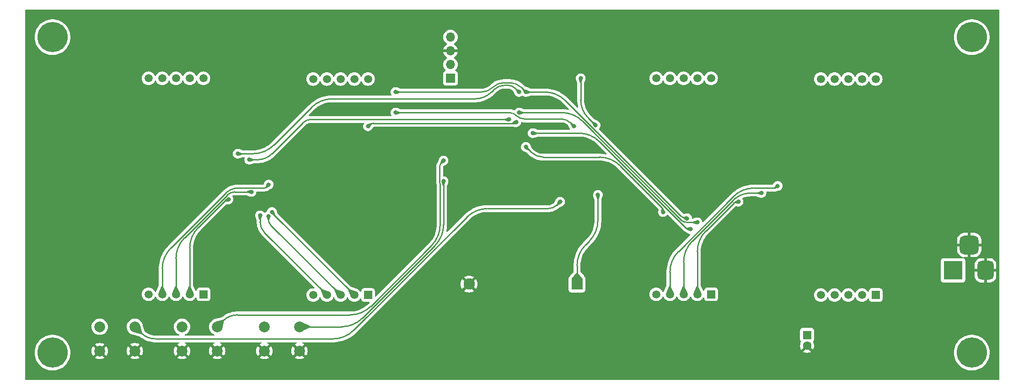
<source format=gbl>
%TF.GenerationSoftware,KiCad,Pcbnew,7.0.9*%
%TF.CreationDate,2024-01-28T12:11:26+01:00*%
%TF.ProjectId,Digital_Clock,44696769-7461-46c5-9f43-6c6f636b2e6b,rev?*%
%TF.SameCoordinates,Original*%
%TF.FileFunction,Copper,L2,Bot*%
%TF.FilePolarity,Positive*%
%FSLAX46Y46*%
G04 Gerber Fmt 4.6, Leading zero omitted, Abs format (unit mm)*
G04 Created by KiCad (PCBNEW 7.0.9) date 2024-01-28 12:11:26*
%MOMM*%
%LPD*%
G01*
G04 APERTURE LIST*
G04 Aperture macros list*
%AMRoundRect*
0 Rectangle with rounded corners*
0 $1 Rounding radius*
0 $2 $3 $4 $5 $6 $7 $8 $9 X,Y pos of 4 corners*
0 Add a 4 corners polygon primitive as box body*
4,1,4,$2,$3,$4,$5,$6,$7,$8,$9,$2,$3,0*
0 Add four circle primitives for the rounded corners*
1,1,$1+$1,$2,$3*
1,1,$1+$1,$4,$5*
1,1,$1+$1,$6,$7*
1,1,$1+$1,$8,$9*
0 Add four rect primitives between the rounded corners*
20,1,$1+$1,$2,$3,$4,$5,0*
20,1,$1+$1,$4,$5,$6,$7,0*
20,1,$1+$1,$6,$7,$8,$9,0*
20,1,$1+$1,$8,$9,$2,$3,0*%
G04 Aperture macros list end*
%TA.AperFunction,ComponentPad*%
%ADD10R,3.500000X3.500000*%
%TD*%
%TA.AperFunction,ComponentPad*%
%ADD11RoundRect,0.750000X0.750000X1.000000X-0.750000X1.000000X-0.750000X-1.000000X0.750000X-1.000000X0*%
%TD*%
%TA.AperFunction,ComponentPad*%
%ADD12RoundRect,0.875000X0.875000X0.875000X-0.875000X0.875000X-0.875000X-0.875000X0.875000X-0.875000X0*%
%TD*%
%TA.AperFunction,ComponentPad*%
%ADD13R,1.600000X1.600000*%
%TD*%
%TA.AperFunction,ComponentPad*%
%ADD14C,1.600000*%
%TD*%
%TA.AperFunction,ComponentPad*%
%ADD15R,1.700000X1.700000*%
%TD*%
%TA.AperFunction,ComponentPad*%
%ADD16O,1.700000X1.700000*%
%TD*%
%TA.AperFunction,ComponentPad*%
%ADD17C,5.600000*%
%TD*%
%TA.AperFunction,ComponentPad*%
%ADD18R,2.100000X2.100000*%
%TD*%
%TA.AperFunction,ComponentPad*%
%ADD19C,2.100000*%
%TD*%
%TA.AperFunction,ComponentPad*%
%ADD20C,2.000000*%
%TD*%
%TA.AperFunction,ComponentPad*%
%ADD21R,1.500000X1.500000*%
%TD*%
%TA.AperFunction,ComponentPad*%
%ADD22C,1.500000*%
%TD*%
%TA.AperFunction,ViaPad*%
%ADD23C,0.800000*%
%TD*%
%TA.AperFunction,ViaPad*%
%ADD24C,1.600000*%
%TD*%
%TA.AperFunction,Conductor*%
%ADD25C,0.250000*%
%TD*%
G04 APERTURE END LIST*
D10*
%TO.P,J1,1*%
%TO.N,Net-(F1-Pad1)*%
X232760000Y-104140000D03*
D11*
%TO.P,J1,2*%
%TO.N,GNDD*%
X238760000Y-104140000D03*
D12*
%TO.P,J1,3*%
X235760000Y-99440000D03*
%TD*%
D13*
%TO.P,C8,1*%
%TO.N,+5V*%
X205740000Y-116110000D03*
D14*
%TO.P,C8,2*%
%TO.N,GNDD*%
X205740000Y-118110000D03*
%TD*%
D15*
%TO.P,J2,1,Pin_1*%
%TO.N,SWCLK*%
X139700000Y-68580000D03*
D16*
%TO.P,J2,2,Pin_2*%
%TO.N,SWDIO*%
X139700000Y-66040000D03*
%TO.P,J2,3,Pin_3*%
%TO.N,GNDD*%
X139700000Y-63500000D03*
%TO.P,J2,4,Pin_4*%
%TO.N,+3.3V*%
X139700000Y-60960000D03*
%TD*%
D17*
%TO.P,REF\u002A\u002A,1*%
%TO.N,N/C*%
X66040000Y-60960000D03*
%TD*%
D18*
%TO.P,BT1,1,+*%
%TO.N,Net-(BT1-+)*%
X163149087Y-106680000D03*
D19*
%TO.P,BT1,2,-*%
%TO.N,GNDD*%
X143149087Y-106680000D03*
%TD*%
D17*
%TO.P,REF\u002A\u002A,1*%
%TO.N,N/C*%
X236220000Y-60960000D03*
%TD*%
D20*
%TO.P,SW3,1,1*%
%TO.N,Net-(U2-PA0)*%
X74780000Y-114590000D03*
X81280000Y-114590000D03*
%TO.P,SW3,2,2*%
%TO.N,GNDD*%
X74780000Y-119090000D03*
X81280000Y-119090000D03*
%TD*%
D17*
%TO.P,REF\u002A\u002A,1*%
%TO.N,N/C*%
X236220000Y-119380000D03*
%TD*%
D20*
%TO.P,SW1,1,1*%
%TO.N,GNDD*%
X96520000Y-119090000D03*
X90020000Y-119090000D03*
%TO.P,SW1,2,2*%
%TO.N,Net-(U2-PC14)*%
X96520000Y-114590000D03*
X90020000Y-114590000D03*
%TD*%
D17*
%TO.P,REF\u002A\u002A,1*%
%TO.N,N/C*%
X66040000Y-119380000D03*
%TD*%
D20*
%TO.P,SW2,1,1*%
%TO.N,GNDD*%
X111760000Y-119090000D03*
X105260000Y-119090000D03*
%TO.P,SW2,2,2*%
%TO.N,Net-(U2-PC15)*%
X111760000Y-114590000D03*
X105260000Y-114590000D03*
%TD*%
D21*
%TO.P,U6,1,CA*%
%TO.N,+5V*%
X218440000Y-108717500D03*
D22*
%TO.P,U6,2,E*%
%TO.N,Net-(U4-OUT4)*%
X215900000Y-108717500D03*
%TO.P,U6,3,D*%
%TO.N,Net-(U4-OUT3)*%
X213360000Y-108717500D03*
%TO.P,U6,4,C*%
%TO.N,Net-(U4-OUT2)*%
X210820000Y-108717500D03*
%TO.P,U6,5,CA*%
%TO.N,+5V*%
X208280000Y-108717500D03*
%TO.P,U6,6,B*%
%TO.N,Net-(U4-OUT1)*%
X208280000Y-68717500D03*
%TO.P,U6,7,A*%
%TO.N,Net-(U4-OUT0)*%
X210820000Y-68717500D03*
%TO.P,U6,8,DP*%
%TO.N,Net-(U4-OUT7)*%
X213360000Y-68717500D03*
%TO.P,U6,9,F*%
%TO.N,Net-(U4-OUT5)*%
X215900000Y-68717500D03*
%TO.P,U6,10,G*%
%TO.N,Net-(U4-OUT6)*%
X218440000Y-68717500D03*
%TD*%
D21*
%TO.P,U7,1,CA*%
%TO.N,+5V*%
X187960000Y-108580000D03*
D22*
%TO.P,U7,2,E*%
%TO.N,Net-(U4-OUT12)*%
X185420000Y-108580000D03*
%TO.P,U7,3,D*%
%TO.N,Net-(U4-OUT11)*%
X182880000Y-108580000D03*
%TO.P,U7,4,C*%
%TO.N,Net-(U4-OUT10)*%
X180340000Y-108580000D03*
%TO.P,U7,5,CA*%
%TO.N,+5V*%
X177800000Y-108580000D03*
%TO.P,U7,6,B*%
%TO.N,Net-(U4-OUT9)*%
X177800000Y-68580000D03*
%TO.P,U7,7,A*%
%TO.N,Net-(U4-OUT8)*%
X180340000Y-68580000D03*
%TO.P,U7,8,DP*%
%TO.N,Net-(U4-OUT15)*%
X182880000Y-68580000D03*
%TO.P,U7,9,F*%
%TO.N,Net-(U4-OUT13)*%
X185420000Y-68580000D03*
%TO.P,U7,10,G*%
%TO.N,Net-(U4-OUT14)*%
X187960000Y-68580000D03*
%TD*%
D21*
%TO.P,U9,1,CA*%
%TO.N,+5V*%
X93980000Y-108580000D03*
D22*
%TO.P,U9,2,E*%
%TO.N,Net-(U5-OUT12)*%
X91440000Y-108580000D03*
%TO.P,U9,3,D*%
%TO.N,Net-(U5-OUT11)*%
X88900000Y-108580000D03*
%TO.P,U9,4,C*%
%TO.N,Net-(U5-OUT10)*%
X86360000Y-108580000D03*
%TO.P,U9,5,CA*%
%TO.N,+5V*%
X83820000Y-108580000D03*
%TO.P,U9,6,B*%
%TO.N,Net-(U5-OUT9)*%
X83820000Y-68580000D03*
%TO.P,U9,7,A*%
%TO.N,Net-(U5-OUT8)*%
X86360000Y-68580000D03*
%TO.P,U9,8,DP*%
%TO.N,Net-(U5-OUT15)*%
X88900000Y-68580000D03*
%TO.P,U9,9,F*%
%TO.N,Net-(U5-OUT13)*%
X91440000Y-68580000D03*
%TO.P,U9,10,G*%
%TO.N,Net-(U5-OUT14)*%
X93980000Y-68580000D03*
%TD*%
D21*
%TO.P,U8,1,CA*%
%TO.N,+5V*%
X124460000Y-108717500D03*
D22*
%TO.P,U8,2,E*%
%TO.N,Net-(U5-OUT4)*%
X121920000Y-108717500D03*
%TO.P,U8,3,D*%
%TO.N,Net-(U5-OUT3)*%
X119380000Y-108717500D03*
%TO.P,U8,4,C*%
%TO.N,Net-(U5-OUT2)*%
X116840000Y-108717500D03*
%TO.P,U8,5,CA*%
%TO.N,+5V*%
X114300000Y-108717500D03*
%TO.P,U8,6,B*%
%TO.N,Net-(U5-OUT1)*%
X114300000Y-68717500D03*
%TO.P,U8,7,A*%
%TO.N,Net-(U5-OUT0)*%
X116840000Y-68717500D03*
%TO.P,U8,8,DP*%
%TO.N,Net-(U5-OUT7)*%
X119380000Y-68717500D03*
%TO.P,U8,9,F*%
%TO.N,Net-(U5-OUT5)*%
X121920000Y-68717500D03*
%TO.P,U8,10,G*%
%TO.N,Net-(U5-OUT6)*%
X124460000Y-68717500D03*
%TD*%
D23*
%TO.N,GNDD*%
X195580000Y-82550000D03*
%TO.N,Net-(U4-SOUT)*%
X162560000Y-77470000D03*
X129540000Y-74930000D03*
%TO.N,Net-(BT1-+)*%
X166565497Y-77274503D03*
X167005000Y-90170000D03*
X163830000Y-68580000D03*
%TO.N,GNDD*%
X172847000Y-70485000D03*
X73343000Y-123190000D03*
X128905000Y-78105000D03*
X240030000Y-81915000D03*
X143510000Y-95885000D03*
X184468000Y-57150000D03*
X88265000Y-96774000D03*
X217805000Y-123190000D03*
X93345000Y-98425000D03*
X184468000Y-123190000D03*
X117793000Y-123190000D03*
X62230000Y-57150000D03*
X206693000Y-123190000D03*
X145338800Y-67056000D03*
X128905000Y-57150000D03*
X72390000Y-97790000D03*
X109093000Y-84455000D03*
X228918000Y-123190000D03*
X193548000Y-93472000D03*
D24*
X165100000Y-81280000D03*
D23*
X174498000Y-67310000D03*
X197256400Y-70510400D03*
X72390000Y-81280000D03*
X115062000Y-96266000D03*
X162243000Y-57150000D03*
X240030000Y-123190000D03*
X130175000Y-92075000D03*
X140018000Y-57150000D03*
D24*
X165735000Y-62865000D03*
D23*
X145415000Y-78105000D03*
X101600000Y-78740000D03*
X196215000Y-79375000D03*
X195580000Y-123190000D03*
X121285000Y-92075000D03*
X187325000Y-99060000D03*
X73343000Y-57150000D03*
X62230000Y-90170000D03*
X187960000Y-71120000D03*
X98425000Y-81280000D03*
X240030000Y-114935000D03*
X100330000Y-99695000D03*
X126365000Y-95885000D03*
X147955000Y-109220000D03*
X227330000Y-68580000D03*
X120015000Y-70485000D03*
X160020000Y-73660000D03*
X98425000Y-85090000D03*
X213512400Y-75641200D03*
X154940000Y-95885000D03*
X125857000Y-106172000D03*
X133985000Y-69951600D03*
D24*
X165735000Y-64135000D03*
D23*
X110363000Y-94996000D03*
X136525000Y-102870000D03*
D24*
X142240000Y-88900000D03*
D23*
X195580000Y-57150000D03*
X87630000Y-70485000D03*
X106680000Y-123190000D03*
X168021000Y-68453000D03*
X130175000Y-109220000D03*
X73660000Y-67945000D03*
X226060000Y-113665000D03*
X154305000Y-91440000D03*
X120650000Y-85090000D03*
X80645000Y-87630000D03*
X135890000Y-95885000D03*
X169545000Y-97790000D03*
D24*
X186055000Y-83820000D03*
D23*
X208915000Y-78105000D03*
X128905000Y-123190000D03*
X134620000Y-85725000D03*
X210185000Y-100203000D03*
X197358000Y-95250000D03*
X92710000Y-106045000D03*
X203403200Y-84226400D03*
X62230000Y-114935000D03*
X182499000Y-97663000D03*
X84455000Y-106680000D03*
D24*
X174625000Y-106680000D03*
X174625000Y-93980000D03*
D23*
X62230000Y-123190000D03*
X192405000Y-82550000D03*
X156845000Y-80772000D03*
X161417000Y-90424000D03*
X114935000Y-78105000D03*
X240030000Y-65405000D03*
X213995000Y-71120000D03*
X219710000Y-91440000D03*
X109220000Y-90805000D03*
X193040000Y-85090000D03*
X118110000Y-81915000D03*
D24*
X165735000Y-61595000D03*
D23*
X165100000Y-92075000D03*
X206693000Y-57150000D03*
D24*
X134620000Y-91440000D03*
X213360000Y-118745000D03*
D23*
X190500000Y-109220000D03*
X62230000Y-81915000D03*
X203835000Y-92075000D03*
X168910000Y-84455000D03*
X126111000Y-74295000D03*
X93980000Y-71120000D03*
X202565000Y-102870000D03*
D24*
X165100000Y-85090000D03*
D23*
X205740000Y-109220000D03*
X112395000Y-109220000D03*
X186436000Y-94488000D03*
X147955000Y-113030000D03*
D24*
X157480000Y-88900000D03*
D23*
X158750000Y-77470000D03*
X139700000Y-73660000D03*
X150495000Y-71120000D03*
X149225000Y-86868000D03*
X222250000Y-102870000D03*
X217805000Y-57150000D03*
X62230000Y-65405000D03*
X62230000Y-98425000D03*
X109220000Y-104140000D03*
X168910000Y-92075000D03*
X130175000Y-84455000D03*
X126365000Y-113030000D03*
D24*
X165735000Y-65405000D03*
D23*
X240030000Y-90170000D03*
D24*
X134620000Y-80010000D03*
X100330000Y-120015000D03*
D23*
X167640000Y-109220000D03*
D24*
X92075000Y-88900000D03*
D23*
X198120000Y-109220000D03*
X163195000Y-113030000D03*
X151130000Y-57150000D03*
X115443000Y-74676000D03*
X240030000Y-106680000D03*
X130454400Y-73558400D03*
X158496000Y-67691000D03*
X95568000Y-123190000D03*
X173990000Y-89535000D03*
X240030000Y-57150000D03*
X226695000Y-81915000D03*
X165100000Y-95885000D03*
X145288000Y-80975200D03*
X140018000Y-123190000D03*
X228918000Y-57150000D03*
D24*
X186055000Y-88900000D03*
D23*
X117475000Y-101600000D03*
D24*
X85090000Y-120015000D03*
D23*
X100076000Y-94234000D03*
X173355000Y-123190000D03*
D24*
X142240000Y-85090000D03*
D23*
X84445000Y-123190000D03*
X104140000Y-109220000D03*
X106680000Y-57150000D03*
X208280000Y-113665000D03*
X62230000Y-106680000D03*
D24*
X174625000Y-102235000D03*
D23*
X137795000Y-65405000D03*
X203835000Y-113030000D03*
D24*
X115570000Y-120015000D03*
D23*
X240030000Y-98425000D03*
X119761000Y-74676000D03*
X208915000Y-71120000D03*
X173355000Y-57150000D03*
X62230000Y-73660000D03*
X117793000Y-57150000D03*
X183134000Y-74295000D03*
X187325000Y-106045000D03*
X95568000Y-57150000D03*
X95885000Y-109220000D03*
X212725000Y-81915000D03*
X162243000Y-123190000D03*
X240030000Y-73660000D03*
X173355000Y-83185000D03*
X151130000Y-123190000D03*
X102870000Y-70485000D03*
D24*
X157480000Y-85090000D03*
X92075000Y-83820000D03*
D23*
X114935000Y-71120000D03*
X84455000Y-57150000D03*
X186055000Y-113030000D03*
%TO.N,Net-(U2-PC14)*%
X138430000Y-83820000D03*
%TO.N,Net-(U2-PC15)*%
X138430000Y-87630000D03*
%TO.N,Net-(U2-PA0)*%
X160020000Y-91440000D03*
%TO.N,TLC59283-2_BLANK*%
X102463000Y-83661288D03*
X150582000Y-76200000D03*
%TO.N,TLC59283-1_BLANK*%
X153670000Y-81280000D03*
X179070000Y-93345000D03*
%TO.N,TLC59283-2_LAT*%
X151892000Y-76708000D03*
X124460000Y-77470000D03*
%TO.N,TLC59283-1_LAT*%
X184150000Y-96520000D03*
X154940000Y-78740000D03*
%TO.N,TLC59283_SCLK*%
X153670000Y-71120000D03*
X183515000Y-94525500D03*
X129540000Y-71120000D03*
%TO.N,TLC59283_SOUT*%
X152400000Y-71120000D03*
X100330000Y-82550000D03*
%TO.N,TLC59283_SIN*%
X185420000Y-95250000D03*
X152400000Y-74930000D03*
%TO.N,Net-(U4-OUT10)*%
X200279000Y-88519000D03*
%TO.N,Net-(U4-OUT11)*%
X197285638Y-89821967D03*
%TO.N,Net-(U4-OUT12)*%
X193040000Y-91440000D03*
%TO.N,Net-(U5-OUT2)*%
X104457500Y-93980000D03*
%TO.N,Net-(U5-OUT3)*%
X106021199Y-94096656D03*
%TO.N,Net-(U5-OUT4)*%
X106680000Y-93345000D03*
%TO.N,Net-(U5-OUT10)*%
X106045000Y-88265000D03*
%TO.N,Net-(U5-OUT11)*%
X102870000Y-89624500D03*
%TO.N,Net-(U5-OUT12)*%
X98620497Y-91000497D03*
%TD*%
D25*
%TO.N,Net-(U4-SOUT)*%
X161879990Y-76790010D02*
G75*
G03*
X160238334Y-76110000I-1641690J-1641690D01*
G01*
X151964693Y-75520002D02*
G75*
G03*
X150540308Y-74930000I-1424393J-1424398D01*
G01*
X151964702Y-75519993D02*
G75*
G03*
X153389081Y-76110000I1424398J1424393D01*
G01*
%TO.N,TLC59283-2_LAT*%
X151521557Y-76924953D02*
G75*
G03*
X151783500Y-76816500I43J370453D01*
G01*
X125390373Y-76924989D02*
G75*
G03*
X124732500Y-77197500I27J-930411D01*
G01*
%TO.N,TLC59283-2_BLANK*%
X111759999Y-77469999D02*
X110489999Y-78739999D01*
%TO.N,Net-(U4-SOUT)*%
X160238334Y-76110000D02*
X153389081Y-76110000D01*
X162560000Y-77470000D02*
X161880000Y-76790000D01*
X150540308Y-74930000D02*
X129540000Y-74930000D01*
%TO.N,TLC59283-2_LAT*%
X151892000Y-76708000D02*
X151783500Y-76816500D01*
X151521557Y-76925000D02*
X125390373Y-76925000D01*
X124460000Y-77470000D02*
X124732500Y-77197500D01*
%TO.N,TLC59283_SIN*%
X185420000Y-95250000D02*
X183422254Y-95250000D01*
X182496569Y-94866569D02*
X164153792Y-76523792D01*
X182496596Y-94866542D02*
G75*
G03*
X183422254Y-95250000I925704J925642D01*
G01*
X164153784Y-76523800D02*
G75*
G03*
X160306036Y-74930000I-3847784J-3847800D01*
G01*
X152400000Y-74930000D02*
X160306036Y-74930000D01*
%TO.N,Net-(BT1-+)*%
X165411207Y-98748792D02*
X164742879Y-99417119D01*
X167005000Y-94901036D02*
X167005000Y-90170000D01*
X163830000Y-72604717D02*
X163830000Y-68580000D01*
X163149087Y-103264876D02*
X163149087Y-106680000D01*
X166565497Y-77274503D02*
X165197748Y-75906754D01*
X163829992Y-72604717D02*
G75*
G03*
X165197748Y-75906754I4669808J17D01*
G01*
X164742899Y-99417139D02*
G75*
G03*
X163149087Y-103264876I3847701J-3847761D01*
G01*
X165411200Y-98748785D02*
G75*
G03*
X167005000Y-94901036I-3847800J3847785D01*
G01*
%TO.N,Net-(U2-PC14)*%
X136201207Y-99568792D02*
X124968792Y-110801207D01*
X138430000Y-83820000D02*
X138067500Y-84182500D01*
X97617500Y-113492500D02*
X96520000Y-114590000D01*
X137795000Y-88083944D02*
X137795000Y-95721036D01*
X121121036Y-112395000D02*
X100267099Y-112395000D01*
X137705000Y-87866665D02*
X137705000Y-85057652D01*
X137794980Y-88083944D02*
G75*
G03*
X137750000Y-87975305I-153580J44D01*
G01*
X138067485Y-84182485D02*
G75*
G03*
X137705000Y-85057652I875115J-875115D01*
G01*
X121121036Y-112395010D02*
G75*
G03*
X124968792Y-110801207I-36J5441610D01*
G01*
X136201200Y-99568785D02*
G75*
G03*
X137795000Y-95721036I-3847800J3847785D01*
G01*
X100267099Y-112395000D02*
G75*
G03*
X97617500Y-113492500I1J-3747100D01*
G01*
X137705013Y-87866665D02*
G75*
G03*
X137750000Y-87975305I153587J-35D01*
G01*
%TO.N,Net-(U2-PC15)*%
X138430000Y-87630000D02*
X138430000Y-95722432D01*
X119562432Y-114590000D02*
X111760000Y-114590000D01*
X136836207Y-99570188D02*
X123410188Y-112996207D01*
X119562432Y-114590007D02*
G75*
G03*
X123410188Y-112996207I-32J5441607D01*
G01*
X136836202Y-99570183D02*
G75*
G03*
X138430000Y-95722432I-3847802J3847783D01*
G01*
%TO.N,Net-(U2-PA0)*%
X82405000Y-115715000D02*
X81280000Y-114590000D01*
X159385000Y-92075000D02*
X160020000Y-91440000D01*
X85120990Y-116840000D02*
X117948828Y-116840000D01*
X142738999Y-94303792D02*
X121796584Y-115246207D01*
X157851974Y-92710000D02*
X146586755Y-92710000D01*
X117948828Y-116840004D02*
G75*
G03*
X121796584Y-115246207I-28J5441604D01*
G01*
X82405003Y-115714997D02*
G75*
G03*
X85120990Y-116840000I2715997J2715997D01*
G01*
X146586755Y-92709954D02*
G75*
G03*
X142738999Y-94303792I45J-5441546D01*
G01*
X157851974Y-92709989D02*
G75*
G03*
X159385000Y-92075000I26J2167989D01*
G01*
%TO.N,TLC59283-2_BLANK*%
X111759999Y-77469999D02*
X112395000Y-76835000D01*
X102463000Y-83661288D02*
X104015856Y-83661288D01*
X110489999Y-78739999D02*
X106666747Y-82563252D01*
X150582000Y-76200000D02*
X113928025Y-76200000D01*
X104015856Y-83661267D02*
G75*
G03*
X106666747Y-82563252I44J3748867D01*
G01*
X113928025Y-76200011D02*
G75*
G03*
X112395000Y-76835000I-25J-2167989D01*
G01*
%TO.N,TLC59283-1_BLANK*%
X154622500Y-82232500D02*
X153670000Y-81280000D01*
X171136000Y-84778792D02*
X178846480Y-92489272D01*
X179070000Y-93028896D02*
X179070000Y-93345000D01*
X156922038Y-83185000D02*
X167288244Y-83185000D01*
X179070015Y-93028896D02*
G75*
G03*
X178846480Y-92489272I-763115J-4D01*
G01*
X154622489Y-82232511D02*
G75*
G03*
X156922038Y-83185000I2299511J2299511D01*
G01*
X171135988Y-84778804D02*
G75*
G03*
X167288244Y-83185000I-3847788J-3847796D01*
G01*
%TO.N,TLC59283-1_LAT*%
X183831802Y-96520000D02*
X184150000Y-96520000D01*
X163479640Y-78740000D02*
X154940000Y-78740000D01*
X167327396Y-80333792D02*
X183288604Y-96295000D01*
X183288603Y-96295001D02*
G75*
G03*
X183831802Y-96520000I543197J543201D01*
G01*
X167327386Y-80333802D02*
G75*
G03*
X163479640Y-78740000I-3847786J-3847798D01*
G01*
%TO.N,TLC59283_SCLK*%
X153670000Y-71120000D02*
X157132432Y-71120000D01*
X150733776Y-69400000D02*
X149619827Y-69400000D01*
X160980188Y-72713792D02*
X182344940Y-94078544D01*
X129540000Y-71120000D02*
X145467380Y-71120000D01*
X153670000Y-71120000D02*
X152810000Y-70260000D01*
X183515000Y-94525500D02*
X183423989Y-94525500D01*
X160980182Y-72713798D02*
G75*
G03*
X157132432Y-71120000I-3847782J-3847802D01*
G01*
X182344947Y-94078537D02*
G75*
G03*
X183423989Y-94525500I1079053J1079037D01*
G01*
X152810007Y-70259993D02*
G75*
G03*
X150733776Y-69400000I-2076207J-2076207D01*
G01*
X149619827Y-69400013D02*
G75*
G03*
X147543604Y-70260000I-27J-2936187D01*
G01*
X145467380Y-71119993D02*
G75*
G03*
X147543604Y-70260000I20J2936193D01*
G01*
%TO.N,TLC59283_SOUT*%
X147320000Y-71120000D02*
X147691974Y-70748025D01*
X113976207Y-73983792D02*
X107003792Y-80956207D01*
X149860000Y-69850000D02*
X150231974Y-69850000D01*
X151765000Y-70485000D02*
X152400000Y-71120000D01*
X117823963Y-72390000D02*
X144253948Y-72390000D01*
X100330000Y-82550000D02*
X103156036Y-82550000D01*
X149860000Y-69849985D02*
G75*
G03*
X147691975Y-70748026I0J-3066015D01*
G01*
X103156036Y-82550010D02*
G75*
G03*
X107003792Y-80956207I-36J5441610D01*
G01*
X151765008Y-70484992D02*
G75*
G03*
X150231974Y-69850000I-1533008J-1533008D01*
G01*
X117823963Y-72389960D02*
G75*
G03*
X113976208Y-73983793I37J-5441540D01*
G01*
X144253948Y-72390020D02*
G75*
G03*
X147320000Y-71120000I-48J4336120D01*
G01*
%TO.N,Net-(U4-OUT10)*%
X200279000Y-88519000D02*
X200180301Y-88740100D01*
X180340000Y-104487567D02*
X180340000Y-108580000D01*
X199794269Y-88900000D02*
X195927567Y-88900000D01*
X181933792Y-100639811D02*
X192079811Y-90493792D01*
X195927567Y-88899962D02*
G75*
G03*
X192079811Y-90493792I33J-5441538D01*
G01*
X181933819Y-100639838D02*
G75*
G03*
X180340000Y-104487567I3847681J-3847762D01*
G01*
X199794269Y-88899987D02*
G75*
G03*
X200180301Y-88740100I31J545887D01*
G01*
%TO.N,Net-(U4-OUT11)*%
X197285638Y-89821967D02*
X195336835Y-89821967D01*
X192010021Y-91199978D02*
X184473792Y-98736207D01*
X182880000Y-102583963D02*
X182880000Y-108580000D01*
X184473821Y-98736236D02*
G75*
G03*
X182880000Y-102583963I3847679J-3847764D01*
G01*
X195336835Y-89821994D02*
G75*
G03*
X192010021Y-91199978I-35J-4704806D01*
G01*
%TO.N,Net-(U4-OUT12)*%
X185420000Y-100680359D02*
X185420000Y-108580000D01*
X187013792Y-96832603D02*
X192182383Y-91664012D01*
X193040000Y-91440000D02*
X192723198Y-91440000D01*
X192723198Y-91439990D02*
G75*
G03*
X192182383Y-91664012I2J-764810D01*
G01*
X187013823Y-96832634D02*
G75*
G03*
X185420000Y-100680359I3847677J-3847766D01*
G01*
%TO.N,Net-(U5-OUT2)*%
X105290118Y-97167618D02*
X116840000Y-108717500D01*
X104457500Y-95157500D02*
X104457500Y-93980000D01*
X104457490Y-95157500D02*
G75*
G03*
X105290118Y-97167618I2842710J0D01*
G01*
%TO.N,Net-(U5-OUT3)*%
X106467398Y-95804898D02*
X119380000Y-108717500D01*
X106021199Y-94096656D02*
X106021199Y-94727677D01*
X106021210Y-94727677D02*
G75*
G03*
X106467399Y-95804897I1523390J-23D01*
G01*
%TO.N,Net-(U5-OUT4)*%
X106680000Y-93345000D02*
X106680000Y-93411250D01*
X106726845Y-93524345D02*
X121920000Y-108717500D01*
X106680024Y-93411250D02*
G75*
G03*
X106726846Y-93524344I159876J-50D01*
G01*
%TO.N,Net-(U5-OUT10)*%
X98067653Y-89892346D02*
X87953792Y-100006207D01*
X105229805Y-88900000D02*
X100463388Y-88900000D01*
X86360000Y-103853963D02*
X86360000Y-108580000D01*
X105876451Y-88632150D02*
X106045000Y-88265000D01*
X105229805Y-88900001D02*
G75*
G03*
X105876450Y-88632149I-5J914501D01*
G01*
X100463388Y-88899998D02*
G75*
G03*
X98067654Y-89892347I12J-3388102D01*
G01*
X87953821Y-100006236D02*
G75*
G03*
X86360000Y-103853963I3847679J-3847764D01*
G01*
%TO.N,Net-(U5-OUT11)*%
X88900000Y-101950359D02*
X88900000Y-108580000D01*
X98393732Y-90202663D02*
X90493792Y-98102603D01*
X102870000Y-89624500D02*
X99789541Y-89624500D01*
X90493823Y-98102634D02*
G75*
G03*
X88900000Y-101950359I3847677J-3847766D01*
G01*
X99789541Y-89624538D02*
G75*
G03*
X98393733Y-90202664I-41J-1973962D01*
G01*
%TO.N,Net-(U5-OUT12)*%
X91440000Y-100046755D02*
X91440000Y-108580000D01*
X93033792Y-96198999D02*
X98095044Y-91137747D01*
X98426396Y-91000497D02*
X98620497Y-91000497D01*
X93033825Y-96199032D02*
G75*
G03*
X91440000Y-100046755I3847675J-3847768D01*
G01*
X98426396Y-91000494D02*
G75*
G03*
X98095044Y-91137747I4J-468606D01*
G01*
%TD*%
%TA.AperFunction,Conductor*%
%TO.N,GNDD*%
G36*
X150156032Y-70475501D02*
G01*
X150229946Y-70475500D01*
X150234001Y-70475633D01*
X150429261Y-70488428D01*
X150437303Y-70489486D01*
X150627235Y-70527264D01*
X150635066Y-70529363D01*
X150818440Y-70591608D01*
X150825918Y-70594705D01*
X150997291Y-70679217D01*
X150999595Y-70680353D01*
X151006624Y-70684411D01*
X151167634Y-70791994D01*
X151174062Y-70796926D01*
X151236387Y-70851583D01*
X151297635Y-70905296D01*
X151328897Y-70947511D01*
X151565051Y-71470719D01*
X151565056Y-71470729D01*
X151566455Y-71473491D01*
X151570123Y-71482371D01*
X151570178Y-71482347D01*
X151572818Y-71488277D01*
X151572821Y-71488284D01*
X151572824Y-71488289D01*
X151581264Y-71502910D01*
X151582869Y-71505874D01*
X151585679Y-71511418D01*
X151586871Y-71513305D01*
X151589746Y-71517600D01*
X151667465Y-71652214D01*
X151794129Y-71792888D01*
X151947265Y-71904148D01*
X151947270Y-71904151D01*
X152120192Y-71981142D01*
X152120197Y-71981144D01*
X152305354Y-72020500D01*
X152305355Y-72020500D01*
X152494644Y-72020500D01*
X152494646Y-72020500D01*
X152679803Y-71981144D01*
X152852730Y-71904151D01*
X152962117Y-71824676D01*
X153027920Y-71801198D01*
X153095974Y-71817023D01*
X153107871Y-71824668D01*
X153181410Y-71878097D01*
X153217270Y-71904151D01*
X153390192Y-71981142D01*
X153390197Y-71981144D01*
X153575354Y-72020500D01*
X153575355Y-72020500D01*
X153764644Y-72020500D01*
X153764646Y-72020500D01*
X153949803Y-71981144D01*
X153978056Y-71968563D01*
X154001607Y-71960792D01*
X154009286Y-71959085D01*
X154012400Y-71958394D01*
X154554389Y-71753510D01*
X154598234Y-71745500D01*
X157132428Y-71745500D01*
X157507891Y-71760253D01*
X157512672Y-71760629D01*
X157883427Y-71804513D01*
X157888190Y-71805267D01*
X158254342Y-71878101D01*
X158259042Y-71879230D01*
X158618332Y-71980561D01*
X158622944Y-71982060D01*
X158973163Y-72111264D01*
X158977663Y-72113128D01*
X159316662Y-72269409D01*
X159320988Y-72271613D01*
X159646703Y-72454023D01*
X159650819Y-72456545D01*
X159795696Y-72553349D01*
X159961208Y-72663941D01*
X159965134Y-72666793D01*
X160258296Y-72897902D01*
X160261985Y-72901053D01*
X160538060Y-73156254D01*
X160598665Y-73216860D01*
X160598672Y-73216866D01*
X161590092Y-74208286D01*
X161623577Y-74269609D01*
X161618593Y-74339301D01*
X161576721Y-74395234D01*
X161511257Y-74419651D01*
X161476053Y-74417133D01*
X161383949Y-74397097D01*
X160954994Y-74335420D01*
X160522726Y-74304502D01*
X160385057Y-74304500D01*
X160385055Y-74304500D01*
X153328236Y-74304500D01*
X153284391Y-74296489D01*
X152952557Y-74171049D01*
X152759437Y-74098045D01*
X152742407Y-74091608D01*
X152742401Y-74091606D01*
X152742393Y-74091603D01*
X152702016Y-74078388D01*
X152696088Y-74076106D01*
X152690567Y-74073648D01*
X152679804Y-74068856D01*
X152535139Y-74038107D01*
X152494646Y-74029500D01*
X152305354Y-74029500D01*
X152272897Y-74036398D01*
X152120197Y-74068855D01*
X152120192Y-74068857D01*
X151947270Y-74145848D01*
X151947265Y-74145851D01*
X151794129Y-74257111D01*
X151667465Y-74397785D01*
X151649583Y-74428758D01*
X151599015Y-74476973D01*
X151530408Y-74490194D01*
X151501242Y-74483797D01*
X151272286Y-74403681D01*
X151272274Y-74403677D01*
X151024624Y-74347153D01*
X150983204Y-74337699D01*
X150983200Y-74337698D01*
X150983191Y-74337697D01*
X150688567Y-74304500D01*
X150688563Y-74304500D01*
X150619327Y-74304500D01*
X130468236Y-74304500D01*
X130424391Y-74296489D01*
X130092557Y-74171049D01*
X129899437Y-74098045D01*
X129882407Y-74091608D01*
X129882401Y-74091606D01*
X129882393Y-74091603D01*
X129842016Y-74078388D01*
X129836088Y-74076106D01*
X129830567Y-74073648D01*
X129819804Y-74068856D01*
X129675139Y-74038107D01*
X129634646Y-74029500D01*
X129445354Y-74029500D01*
X129412897Y-74036398D01*
X129260197Y-74068855D01*
X129260192Y-74068857D01*
X129087270Y-74145848D01*
X129087265Y-74145851D01*
X128934129Y-74257111D01*
X128807466Y-74397785D01*
X128712821Y-74561715D01*
X128712818Y-74561722D01*
X128654327Y-74741740D01*
X128654326Y-74741744D01*
X128634540Y-74930000D01*
X128654326Y-75118256D01*
X128654327Y-75118259D01*
X128712818Y-75298277D01*
X128712821Y-75298284D01*
X128764907Y-75388500D01*
X128781380Y-75456401D01*
X128758527Y-75522427D01*
X128703606Y-75565618D01*
X128657520Y-75574500D01*
X113886802Y-75574500D01*
X113886470Y-75574509D01*
X113790798Y-75574509D01*
X113790797Y-75574509D01*
X113790795Y-75574509D01*
X113723785Y-75581108D01*
X113558078Y-75597427D01*
X113489432Y-75584407D01*
X113438722Y-75536342D01*
X113422049Y-75468491D01*
X113444705Y-75402397D01*
X113458237Y-75386350D01*
X114418507Y-74426082D01*
X114418508Y-74426083D01*
X114694410Y-74171035D01*
X114698098Y-74167886D01*
X114991259Y-73936773D01*
X114995177Y-73933925D01*
X115305563Y-73726526D01*
X115309696Y-73723992D01*
X115635419Y-73541575D01*
X115639720Y-73539383D01*
X115978755Y-73383084D01*
X115983214Y-73381237D01*
X116333460Y-73252020D01*
X116338045Y-73250531D01*
X116697361Y-73149191D01*
X116702038Y-73148067D01*
X117068206Y-73075228D01*
X117072958Y-73074476D01*
X117443721Y-73030590D01*
X117448502Y-73030214D01*
X117822949Y-73015500D01*
X117823967Y-73015500D01*
X144178001Y-73015500D01*
X144178005Y-73015501D01*
X144202570Y-73015500D01*
X144202639Y-73015520D01*
X144253955Y-73015519D01*
X144253955Y-73015520D01*
X144448883Y-73015518D01*
X144448898Y-73015518D01*
X144448899Y-73015518D01*
X144837565Y-72984925D01*
X144837570Y-72984924D01*
X144837572Y-72984924D01*
X145029695Y-72954493D01*
X145222652Y-72923930D01*
X145222651Y-72923930D01*
X145601758Y-72832912D01*
X145972555Y-72712430D01*
X145972562Y-72712427D01*
X145972562Y-72712428D01*
X146332756Y-72563227D01*
X146332757Y-72563227D01*
X146680136Y-72386226D01*
X146680135Y-72386226D01*
X146680140Y-72386224D01*
X147012567Y-72182511D01*
X147012568Y-72182510D01*
X147012569Y-72182510D01*
X147327982Y-71953348D01*
X147624456Y-71700135D01*
X147696208Y-71628381D01*
X147696210Y-71628379D01*
X147706418Y-71618171D01*
X147706421Y-71618170D01*
X148071662Y-71252925D01*
X148071677Y-71252914D01*
X148133024Y-71191565D01*
X148135552Y-71189175D01*
X148198646Y-71132789D01*
X148335757Y-71010256D01*
X148341168Y-71005940D01*
X148558719Y-70851576D01*
X148564591Y-70847887D01*
X148798044Y-70718859D01*
X148804295Y-70715849D01*
X149050724Y-70613773D01*
X149057283Y-70611479D01*
X149313596Y-70537635D01*
X149320349Y-70536094D01*
X149583323Y-70491412D01*
X149590213Y-70490636D01*
X149730568Y-70482753D01*
X149857998Y-70475598D01*
X149861475Y-70475500D01*
X149935949Y-70475500D01*
X150156028Y-70475500D01*
X150156032Y-70475501D01*
G37*
%TD.AperFunction*%
%TA.AperFunction,Conductor*%
G36*
X241242539Y-55900185D02*
G01*
X241288294Y-55952989D01*
X241299500Y-56004500D01*
X241299500Y-124335500D01*
X241279815Y-124402539D01*
X241227011Y-124448294D01*
X241175500Y-124459500D01*
X61084500Y-124459500D01*
X61017461Y-124439815D01*
X60971706Y-124387011D01*
X60960500Y-124335500D01*
X60960500Y-119380002D01*
X62734652Y-119380002D01*
X62754028Y-119737368D01*
X62754029Y-119737385D01*
X62811926Y-120090539D01*
X62811932Y-120090565D01*
X62907672Y-120435392D01*
X62907674Y-120435399D01*
X63040142Y-120767870D01*
X63040151Y-120767888D01*
X63207784Y-121084077D01*
X63207790Y-121084086D01*
X63408634Y-121380309D01*
X63408641Y-121380319D01*
X63640331Y-121653085D01*
X63640332Y-121653086D01*
X63900163Y-121899211D01*
X64185081Y-122115800D01*
X64491747Y-122300315D01*
X64491749Y-122300316D01*
X64491751Y-122300317D01*
X64491755Y-122300319D01*
X64816552Y-122450585D01*
X64816565Y-122450591D01*
X65155726Y-122564868D01*
X65505254Y-122641805D01*
X65861052Y-122680500D01*
X65861058Y-122680500D01*
X66218942Y-122680500D01*
X66218948Y-122680500D01*
X66574746Y-122641805D01*
X66924274Y-122564868D01*
X67263435Y-122450591D01*
X67588253Y-122300315D01*
X67894919Y-122115800D01*
X68179837Y-121899211D01*
X68439668Y-121653086D01*
X68671365Y-121380311D01*
X68872211Y-121084085D01*
X69039853Y-120767880D01*
X69172324Y-120435403D01*
X69268071Y-120090552D01*
X69289493Y-119959882D01*
X69325970Y-119737385D01*
X69325970Y-119737382D01*
X69325972Y-119737371D01*
X69345348Y-119380000D01*
X69329625Y-119090005D01*
X73274859Y-119090005D01*
X73295385Y-119337729D01*
X73295387Y-119337738D01*
X73356412Y-119578717D01*
X73456266Y-119806364D01*
X73556564Y-119959882D01*
X74254070Y-119262376D01*
X74256884Y-119275915D01*
X74326442Y-119410156D01*
X74429638Y-119520652D01*
X74558819Y-119599209D01*
X74610002Y-119613549D01*
X73909942Y-120313609D01*
X73956768Y-120350055D01*
X73956770Y-120350056D01*
X74175385Y-120468364D01*
X74175396Y-120468369D01*
X74410506Y-120549083D01*
X74655707Y-120590000D01*
X74904293Y-120590000D01*
X75149493Y-120549083D01*
X75384603Y-120468369D01*
X75384614Y-120468364D01*
X75603228Y-120350057D01*
X75603231Y-120350055D01*
X75650056Y-120313609D01*
X74951568Y-119615121D01*
X75068458Y-119564349D01*
X75185739Y-119468934D01*
X75272928Y-119345415D01*
X75303354Y-119259802D01*
X76003434Y-119959882D01*
X76103731Y-119806369D01*
X76203587Y-119578717D01*
X76264612Y-119337738D01*
X76264614Y-119337729D01*
X76285141Y-119090005D01*
X79774859Y-119090005D01*
X79795385Y-119337729D01*
X79795387Y-119337738D01*
X79856412Y-119578717D01*
X79956266Y-119806364D01*
X80056564Y-119959882D01*
X80754070Y-119262376D01*
X80756884Y-119275915D01*
X80826442Y-119410156D01*
X80929638Y-119520652D01*
X81058819Y-119599209D01*
X81110002Y-119613549D01*
X80409942Y-120313609D01*
X80456768Y-120350055D01*
X80456770Y-120350056D01*
X80675385Y-120468364D01*
X80675396Y-120468369D01*
X80910506Y-120549083D01*
X81155707Y-120590000D01*
X81404293Y-120590000D01*
X81649493Y-120549083D01*
X81884603Y-120468369D01*
X81884614Y-120468364D01*
X82103228Y-120350057D01*
X82103231Y-120350055D01*
X82150056Y-120313609D01*
X81451568Y-119615121D01*
X81568458Y-119564349D01*
X81685739Y-119468934D01*
X81772928Y-119345415D01*
X81803354Y-119259802D01*
X82503434Y-119959882D01*
X82603731Y-119806369D01*
X82703587Y-119578717D01*
X82764612Y-119337738D01*
X82764614Y-119337729D01*
X82785141Y-119090005D01*
X82785141Y-119089994D01*
X82764614Y-118842270D01*
X82764612Y-118842261D01*
X82703587Y-118601282D01*
X82603731Y-118373630D01*
X82503434Y-118220116D01*
X81805929Y-118917622D01*
X81803116Y-118904085D01*
X81733558Y-118769844D01*
X81630362Y-118659348D01*
X81501181Y-118580791D01*
X81449997Y-118566450D01*
X82150057Y-117866390D01*
X82150056Y-117866389D01*
X82103229Y-117829943D01*
X81884614Y-117711635D01*
X81884603Y-117711630D01*
X81649493Y-117630916D01*
X81404293Y-117590000D01*
X81155707Y-117590000D01*
X80910506Y-117630916D01*
X80675396Y-117711630D01*
X80675390Y-117711632D01*
X80456761Y-117829949D01*
X80409942Y-117866388D01*
X80409942Y-117866390D01*
X81108431Y-118564878D01*
X80991542Y-118615651D01*
X80874261Y-118711066D01*
X80787072Y-118834585D01*
X80756645Y-118920197D01*
X80056564Y-118220116D01*
X79956267Y-118373632D01*
X79856412Y-118601282D01*
X79795387Y-118842261D01*
X79795385Y-118842270D01*
X79774859Y-119089994D01*
X79774859Y-119090005D01*
X76285141Y-119090005D01*
X76285141Y-119089994D01*
X76264614Y-118842270D01*
X76264612Y-118842261D01*
X76203587Y-118601282D01*
X76103731Y-118373630D01*
X76003434Y-118220116D01*
X75305929Y-118917622D01*
X75303116Y-118904085D01*
X75233558Y-118769844D01*
X75130362Y-118659348D01*
X75001181Y-118580791D01*
X74949997Y-118566450D01*
X75650057Y-117866390D01*
X75650056Y-117866389D01*
X75603229Y-117829943D01*
X75384614Y-117711635D01*
X75384603Y-117711630D01*
X75149493Y-117630916D01*
X74904293Y-117590000D01*
X74655707Y-117590000D01*
X74410506Y-117630916D01*
X74175396Y-117711630D01*
X74175390Y-117711632D01*
X73956761Y-117829949D01*
X73909942Y-117866388D01*
X73909942Y-117866390D01*
X74608431Y-118564878D01*
X74491542Y-118615651D01*
X74374261Y-118711066D01*
X74287072Y-118834585D01*
X74256645Y-118920197D01*
X73556564Y-118220116D01*
X73456267Y-118373632D01*
X73356412Y-118601282D01*
X73295387Y-118842261D01*
X73295385Y-118842270D01*
X73274859Y-119089994D01*
X73274859Y-119090005D01*
X69329625Y-119090005D01*
X69325972Y-119022629D01*
X69318499Y-118977047D01*
X69268073Y-118669460D01*
X69268072Y-118669459D01*
X69268071Y-118669448D01*
X69203710Y-118437641D01*
X69172327Y-118324607D01*
X69172325Y-118324600D01*
X69039857Y-117992129D01*
X69039848Y-117992111D01*
X68872215Y-117675922D01*
X68872213Y-117675919D01*
X68872211Y-117675915D01*
X68671365Y-117379689D01*
X68671361Y-117379684D01*
X68671358Y-117379680D01*
X68439668Y-117106914D01*
X68179837Y-116860789D01*
X68179830Y-116860783D01*
X68179827Y-116860781D01*
X68059869Y-116769592D01*
X67894919Y-116644200D01*
X67588253Y-116459685D01*
X67588252Y-116459684D01*
X67588248Y-116459682D01*
X67588244Y-116459680D01*
X67263447Y-116309414D01*
X67263441Y-116309411D01*
X67263435Y-116309409D01*
X67093854Y-116252270D01*
X66924273Y-116195131D01*
X66574744Y-116118194D01*
X66218949Y-116079500D01*
X66218948Y-116079500D01*
X65861052Y-116079500D01*
X65861050Y-116079500D01*
X65505255Y-116118194D01*
X65155726Y-116195131D01*
X64899970Y-116281306D01*
X64816565Y-116309409D01*
X64816563Y-116309410D01*
X64816552Y-116309414D01*
X64491755Y-116459680D01*
X64491751Y-116459682D01*
X64348480Y-116545886D01*
X64185081Y-116644200D01*
X64096768Y-116711333D01*
X63900172Y-116860781D01*
X63900163Y-116860789D01*
X63640331Y-117106914D01*
X63408641Y-117379680D01*
X63408634Y-117379690D01*
X63207790Y-117675913D01*
X63207784Y-117675922D01*
X63040151Y-117992111D01*
X63040142Y-117992129D01*
X62907674Y-118324600D01*
X62907672Y-118324607D01*
X62811932Y-118669434D01*
X62811926Y-118669460D01*
X62754029Y-119022614D01*
X62754028Y-119022631D01*
X62734652Y-119379997D01*
X62734652Y-119380002D01*
X60960500Y-119380002D01*
X60960500Y-114590005D01*
X73274357Y-114590005D01*
X73294890Y-114837812D01*
X73294892Y-114837824D01*
X73355936Y-115078881D01*
X73455826Y-115306606D01*
X73591833Y-115514782D01*
X73591836Y-115514785D01*
X73760256Y-115697738D01*
X73956491Y-115850474D01*
X74175190Y-115968828D01*
X74410386Y-116049571D01*
X74655665Y-116090500D01*
X74904335Y-116090500D01*
X75149614Y-116049571D01*
X75384810Y-115968828D01*
X75603509Y-115850474D01*
X75799744Y-115697738D01*
X75968164Y-115514785D01*
X75975570Y-115503450D01*
X76021065Y-115433813D01*
X76104173Y-115306607D01*
X76204063Y-115078881D01*
X76265108Y-114837821D01*
X76267689Y-114806671D01*
X76285643Y-114590005D01*
X79774357Y-114590005D01*
X79794890Y-114837812D01*
X79794892Y-114837824D01*
X79855936Y-115078881D01*
X79955826Y-115306606D01*
X80091833Y-115514782D01*
X80091836Y-115514785D01*
X80260256Y-115697738D01*
X80456491Y-115850474D01*
X80675190Y-115968828D01*
X80759396Y-115997736D01*
X80764022Y-115999535D01*
X80776156Y-116004822D01*
X80776158Y-116004822D01*
X80776166Y-116004826D01*
X80793762Y-116009660D01*
X80797418Y-116010788D01*
X80881971Y-116039816D01*
X80910385Y-116049571D01*
X80919967Y-116051169D01*
X80980199Y-116061220D01*
X80986387Y-116062583D01*
X82204768Y-116397327D01*
X82251620Y-116421906D01*
X82399374Y-116545887D01*
X82399374Y-116545886D01*
X82399375Y-116545887D01*
X82504541Y-116619525D01*
X82718858Y-116769592D01*
X82718857Y-116769592D01*
X82718861Y-116769594D01*
X82718862Y-116769595D01*
X83044986Y-116957883D01*
X83056633Y-116964607D01*
X83056634Y-116964608D01*
X83410100Y-117129433D01*
X83410101Y-117129433D01*
X83410107Y-117129435D01*
X83410111Y-117129437D01*
X83704524Y-117236595D01*
X83776619Y-117262836D01*
X84020939Y-117328300D01*
X84153343Y-117363778D01*
X84537440Y-117431506D01*
X84925977Y-117465499D01*
X85027529Y-117465499D01*
X85027537Y-117465500D01*
X85041971Y-117465500D01*
X85120988Y-117465500D01*
X85196938Y-117465500D01*
X89389259Y-117465500D01*
X89456298Y-117485185D01*
X89502053Y-117537989D01*
X89511997Y-117607147D01*
X89482972Y-117670703D01*
X89429523Y-117706781D01*
X89415392Y-117711632D01*
X89415390Y-117711632D01*
X89196761Y-117829949D01*
X89149942Y-117866388D01*
X89149942Y-117866390D01*
X89848431Y-118564878D01*
X89731542Y-118615651D01*
X89614261Y-118711066D01*
X89527072Y-118834585D01*
X89496645Y-118920197D01*
X88796564Y-118220116D01*
X88696267Y-118373632D01*
X88596412Y-118601282D01*
X88535387Y-118842261D01*
X88535385Y-118842270D01*
X88514859Y-119089994D01*
X88514859Y-119090005D01*
X88535385Y-119337729D01*
X88535387Y-119337738D01*
X88596412Y-119578717D01*
X88696266Y-119806364D01*
X88796564Y-119959882D01*
X89494070Y-119262376D01*
X89496884Y-119275915D01*
X89566442Y-119410156D01*
X89669638Y-119520652D01*
X89798819Y-119599209D01*
X89850002Y-119613549D01*
X89149942Y-120313609D01*
X89196768Y-120350055D01*
X89196770Y-120350056D01*
X89415385Y-120468364D01*
X89415396Y-120468369D01*
X89650506Y-120549083D01*
X89895707Y-120590000D01*
X90144293Y-120590000D01*
X90389493Y-120549083D01*
X90624603Y-120468369D01*
X90624614Y-120468364D01*
X90843228Y-120350057D01*
X90843231Y-120350055D01*
X90890056Y-120313609D01*
X90191568Y-119615121D01*
X90308458Y-119564349D01*
X90425739Y-119468934D01*
X90512928Y-119345415D01*
X90543354Y-119259802D01*
X91243434Y-119959882D01*
X91343731Y-119806369D01*
X91443587Y-119578717D01*
X91504612Y-119337738D01*
X91504614Y-119337729D01*
X91525141Y-119090005D01*
X91525141Y-119089994D01*
X91504614Y-118842270D01*
X91504612Y-118842261D01*
X91443587Y-118601282D01*
X91343731Y-118373630D01*
X91243434Y-118220116D01*
X90545929Y-118917622D01*
X90543116Y-118904085D01*
X90473558Y-118769844D01*
X90370362Y-118659348D01*
X90241181Y-118580791D01*
X90189997Y-118566450D01*
X90890057Y-117866390D01*
X90890056Y-117866389D01*
X90843229Y-117829943D01*
X90624614Y-117711635D01*
X90624607Y-117711632D01*
X90610477Y-117706781D01*
X90553462Y-117666395D01*
X90527332Y-117601595D01*
X90540384Y-117532955D01*
X90588473Y-117482268D01*
X90650741Y-117465500D01*
X95889259Y-117465500D01*
X95956298Y-117485185D01*
X96002053Y-117537989D01*
X96011997Y-117607147D01*
X95982972Y-117670703D01*
X95929523Y-117706781D01*
X95915392Y-117711632D01*
X95915390Y-117711632D01*
X95696761Y-117829949D01*
X95649942Y-117866388D01*
X95649942Y-117866390D01*
X96348431Y-118564878D01*
X96231542Y-118615651D01*
X96114261Y-118711066D01*
X96027072Y-118834585D01*
X95996645Y-118920197D01*
X95296564Y-118220116D01*
X95196267Y-118373632D01*
X95096412Y-118601282D01*
X95035387Y-118842261D01*
X95035385Y-118842270D01*
X95014859Y-119089994D01*
X95014859Y-119090005D01*
X95035385Y-119337729D01*
X95035387Y-119337738D01*
X95096412Y-119578717D01*
X95196266Y-119806364D01*
X95296564Y-119959882D01*
X95994070Y-119262376D01*
X95996884Y-119275915D01*
X96066442Y-119410156D01*
X96169638Y-119520652D01*
X96298819Y-119599209D01*
X96350002Y-119613549D01*
X95649942Y-120313609D01*
X95696768Y-120350055D01*
X95696770Y-120350056D01*
X95915385Y-120468364D01*
X95915396Y-120468369D01*
X96150506Y-120549083D01*
X96395707Y-120590000D01*
X96644293Y-120590000D01*
X96889493Y-120549083D01*
X97124603Y-120468369D01*
X97124614Y-120468364D01*
X97343228Y-120350057D01*
X97343231Y-120350055D01*
X97390056Y-120313609D01*
X96691568Y-119615121D01*
X96808458Y-119564349D01*
X96925739Y-119468934D01*
X97012928Y-119345415D01*
X97043354Y-119259802D01*
X97743434Y-119959882D01*
X97843731Y-119806369D01*
X97943587Y-119578717D01*
X98004612Y-119337738D01*
X98004614Y-119337729D01*
X98025141Y-119090005D01*
X98025141Y-119089994D01*
X98004614Y-118842270D01*
X98004612Y-118842261D01*
X97943587Y-118601282D01*
X97843731Y-118373630D01*
X97743434Y-118220116D01*
X97045929Y-118917622D01*
X97043116Y-118904085D01*
X96973558Y-118769844D01*
X96870362Y-118659348D01*
X96741181Y-118580791D01*
X96689997Y-118566450D01*
X97390057Y-117866390D01*
X97390056Y-117866389D01*
X97343229Y-117829943D01*
X97124614Y-117711635D01*
X97124607Y-117711632D01*
X97110477Y-117706781D01*
X97053462Y-117666395D01*
X97027332Y-117601595D01*
X97040384Y-117532955D01*
X97088473Y-117482268D01*
X97150741Y-117465500D01*
X104629259Y-117465500D01*
X104696298Y-117485185D01*
X104742053Y-117537989D01*
X104751997Y-117607147D01*
X104722972Y-117670703D01*
X104669523Y-117706781D01*
X104655392Y-117711632D01*
X104655390Y-117711632D01*
X104436761Y-117829949D01*
X104389942Y-117866388D01*
X104389942Y-117866390D01*
X105088431Y-118564878D01*
X104971542Y-118615651D01*
X104854261Y-118711066D01*
X104767072Y-118834585D01*
X104736645Y-118920197D01*
X104036564Y-118220116D01*
X103936267Y-118373632D01*
X103836412Y-118601282D01*
X103775387Y-118842261D01*
X103775385Y-118842270D01*
X103754859Y-119089994D01*
X103754859Y-119090005D01*
X103775385Y-119337729D01*
X103775387Y-119337738D01*
X103836412Y-119578717D01*
X103936266Y-119806364D01*
X104036564Y-119959882D01*
X104734070Y-119262376D01*
X104736884Y-119275915D01*
X104806442Y-119410156D01*
X104909638Y-119520652D01*
X105038819Y-119599209D01*
X105090002Y-119613549D01*
X104389942Y-120313609D01*
X104436768Y-120350055D01*
X104436770Y-120350056D01*
X104655385Y-120468364D01*
X104655396Y-120468369D01*
X104890506Y-120549083D01*
X105135707Y-120590000D01*
X105384293Y-120590000D01*
X105629493Y-120549083D01*
X105864603Y-120468369D01*
X105864614Y-120468364D01*
X106083228Y-120350057D01*
X106083231Y-120350055D01*
X106130056Y-120313609D01*
X105431568Y-119615121D01*
X105548458Y-119564349D01*
X105665739Y-119468934D01*
X105752928Y-119345415D01*
X105783354Y-119259802D01*
X106483434Y-119959882D01*
X106583731Y-119806369D01*
X106683587Y-119578717D01*
X106744612Y-119337738D01*
X106744614Y-119337729D01*
X106765141Y-119090005D01*
X106765141Y-119089994D01*
X106744614Y-118842270D01*
X106744612Y-118842261D01*
X106683587Y-118601282D01*
X106583731Y-118373630D01*
X106483434Y-118220116D01*
X105785929Y-118917622D01*
X105783116Y-118904085D01*
X105713558Y-118769844D01*
X105610362Y-118659348D01*
X105481181Y-118580791D01*
X105429997Y-118566450D01*
X106130057Y-117866390D01*
X106130056Y-117866389D01*
X106083229Y-117829943D01*
X105864614Y-117711635D01*
X105864607Y-117711632D01*
X105850477Y-117706781D01*
X105793462Y-117666395D01*
X105767332Y-117601595D01*
X105780384Y-117532955D01*
X105828473Y-117482268D01*
X105890741Y-117465500D01*
X111129259Y-117465500D01*
X111196298Y-117485185D01*
X111242053Y-117537989D01*
X111251997Y-117607147D01*
X111222972Y-117670703D01*
X111169523Y-117706781D01*
X111155392Y-117711632D01*
X111155390Y-117711632D01*
X110936761Y-117829949D01*
X110889942Y-117866388D01*
X110889942Y-117866390D01*
X111588431Y-118564878D01*
X111471542Y-118615651D01*
X111354261Y-118711066D01*
X111267072Y-118834585D01*
X111236645Y-118920197D01*
X110536564Y-118220116D01*
X110436267Y-118373632D01*
X110336412Y-118601282D01*
X110275387Y-118842261D01*
X110275385Y-118842270D01*
X110254859Y-119089994D01*
X110254859Y-119090005D01*
X110275385Y-119337729D01*
X110275387Y-119337738D01*
X110336412Y-119578717D01*
X110436266Y-119806364D01*
X110536564Y-119959882D01*
X111234070Y-119262376D01*
X111236884Y-119275915D01*
X111306442Y-119410156D01*
X111409638Y-119520652D01*
X111538819Y-119599209D01*
X111590002Y-119613549D01*
X110889942Y-120313609D01*
X110936768Y-120350055D01*
X110936770Y-120350056D01*
X111155385Y-120468364D01*
X111155396Y-120468369D01*
X111390506Y-120549083D01*
X111635707Y-120590000D01*
X111884293Y-120590000D01*
X112129493Y-120549083D01*
X112364603Y-120468369D01*
X112364614Y-120468364D01*
X112583228Y-120350057D01*
X112583231Y-120350055D01*
X112630056Y-120313609D01*
X111931568Y-119615121D01*
X112048458Y-119564349D01*
X112165739Y-119468934D01*
X112252928Y-119345415D01*
X112283354Y-119259802D01*
X112983434Y-119959882D01*
X113083731Y-119806369D01*
X113183587Y-119578717D01*
X113244612Y-119337738D01*
X113244614Y-119337729D01*
X113265141Y-119090005D01*
X113265141Y-119089994D01*
X113244614Y-118842270D01*
X113244612Y-118842261D01*
X113183587Y-118601282D01*
X113083731Y-118373630D01*
X112983434Y-118220116D01*
X112285929Y-118917622D01*
X112283116Y-118904085D01*
X112213558Y-118769844D01*
X112110362Y-118659348D01*
X111981181Y-118580791D01*
X111929997Y-118566450D01*
X112386445Y-118110002D01*
X204435034Y-118110002D01*
X204454858Y-118336599D01*
X204454860Y-118336610D01*
X204513730Y-118556317D01*
X204513734Y-118556326D01*
X204609865Y-118762481D01*
X204609866Y-118762483D01*
X204660973Y-118835471D01*
X204660973Y-118835472D01*
X205342045Y-118154399D01*
X205354835Y-118235148D01*
X205412359Y-118348045D01*
X205501955Y-118437641D01*
X205614852Y-118495165D01*
X205695599Y-118507953D01*
X205014526Y-119189025D01*
X205014526Y-119189026D01*
X205087512Y-119240131D01*
X205087516Y-119240133D01*
X205293673Y-119336265D01*
X205293682Y-119336269D01*
X205513389Y-119395139D01*
X205513400Y-119395141D01*
X205739998Y-119414966D01*
X205740002Y-119414966D01*
X205966599Y-119395141D01*
X205966610Y-119395139D01*
X206023102Y-119380002D01*
X232914652Y-119380002D01*
X232934028Y-119737368D01*
X232934029Y-119737385D01*
X232991926Y-120090539D01*
X232991932Y-120090565D01*
X233087672Y-120435392D01*
X233087674Y-120435399D01*
X233220142Y-120767870D01*
X233220151Y-120767888D01*
X233387784Y-121084077D01*
X233387790Y-121084086D01*
X233588634Y-121380309D01*
X233588641Y-121380319D01*
X233820331Y-121653085D01*
X233820332Y-121653086D01*
X234080163Y-121899211D01*
X234365081Y-122115800D01*
X234671747Y-122300315D01*
X234671749Y-122300316D01*
X234671751Y-122300317D01*
X234671755Y-122300319D01*
X234996552Y-122450585D01*
X234996565Y-122450591D01*
X235335726Y-122564868D01*
X235685254Y-122641805D01*
X236041052Y-122680500D01*
X236041058Y-122680500D01*
X236398942Y-122680500D01*
X236398948Y-122680500D01*
X236754746Y-122641805D01*
X237104274Y-122564868D01*
X237443435Y-122450591D01*
X237768253Y-122300315D01*
X238074919Y-122115800D01*
X238359837Y-121899211D01*
X238619668Y-121653086D01*
X238851365Y-121380311D01*
X239052211Y-121084085D01*
X239219853Y-120767880D01*
X239352324Y-120435403D01*
X239448071Y-120090552D01*
X239469493Y-119959882D01*
X239505970Y-119737385D01*
X239505970Y-119737382D01*
X239505972Y-119737371D01*
X239525348Y-119380000D01*
X239505972Y-119022629D01*
X239498499Y-118977047D01*
X239448073Y-118669460D01*
X239448072Y-118669459D01*
X239448071Y-118669448D01*
X239383710Y-118437641D01*
X239352327Y-118324607D01*
X239352325Y-118324600D01*
X239219857Y-117992129D01*
X239219848Y-117992111D01*
X239052215Y-117675922D01*
X239052213Y-117675919D01*
X239052211Y-117675915D01*
X238851365Y-117379689D01*
X238851361Y-117379684D01*
X238851358Y-117379680D01*
X238619668Y-117106914D01*
X238359837Y-116860789D01*
X238359830Y-116860783D01*
X238359827Y-116860781D01*
X238239869Y-116769592D01*
X238074919Y-116644200D01*
X237768253Y-116459685D01*
X237768252Y-116459684D01*
X237768248Y-116459682D01*
X237768244Y-116459680D01*
X237443447Y-116309414D01*
X237443441Y-116309411D01*
X237443435Y-116309409D01*
X237273854Y-116252270D01*
X237104273Y-116195131D01*
X236754744Y-116118194D01*
X236398949Y-116079500D01*
X236398948Y-116079500D01*
X236041052Y-116079500D01*
X236041050Y-116079500D01*
X235685255Y-116118194D01*
X235335726Y-116195131D01*
X235079970Y-116281306D01*
X234996565Y-116309409D01*
X234996563Y-116309410D01*
X234996552Y-116309414D01*
X234671755Y-116459680D01*
X234671751Y-116459682D01*
X234528480Y-116545886D01*
X234365081Y-116644200D01*
X234276768Y-116711333D01*
X234080172Y-116860781D01*
X234080163Y-116860789D01*
X233820331Y-117106914D01*
X233588641Y-117379680D01*
X233588634Y-117379690D01*
X233387790Y-117675913D01*
X233387784Y-117675922D01*
X233220151Y-117992111D01*
X233220142Y-117992129D01*
X233087674Y-118324600D01*
X233087672Y-118324607D01*
X232991932Y-118669434D01*
X232991926Y-118669460D01*
X232934029Y-119022614D01*
X232934028Y-119022631D01*
X232914652Y-119379997D01*
X232914652Y-119380002D01*
X206023102Y-119380002D01*
X206186317Y-119336269D01*
X206186331Y-119336264D01*
X206392478Y-119240136D01*
X206465472Y-119189025D01*
X205784401Y-118507953D01*
X205865148Y-118495165D01*
X205978045Y-118437641D01*
X206067641Y-118348045D01*
X206125165Y-118235148D01*
X206137953Y-118154400D01*
X206819025Y-118835472D01*
X206870136Y-118762478D01*
X206966264Y-118556331D01*
X206966269Y-118556317D01*
X207025139Y-118336610D01*
X207025141Y-118336599D01*
X207044966Y-118110002D01*
X207044966Y-118109997D01*
X207025141Y-117883400D01*
X207025139Y-117883389D01*
X206966269Y-117663682D01*
X206966265Y-117663673D01*
X206870134Y-117457518D01*
X206870130Y-117457512D01*
X206861188Y-117444740D01*
X206838861Y-117378534D01*
X206855873Y-117310767D01*
X206888454Y-117274351D01*
X206897546Y-117267546D01*
X206983796Y-117152331D01*
X207034091Y-117017483D01*
X207040500Y-116957873D01*
X207040499Y-115262128D01*
X207034091Y-115202517D01*
X206983796Y-115067669D01*
X206983795Y-115067668D01*
X206983793Y-115067664D01*
X206897547Y-114952455D01*
X206897544Y-114952452D01*
X206782335Y-114866206D01*
X206782328Y-114866202D01*
X206647482Y-114815908D01*
X206647483Y-114815908D01*
X206587883Y-114809501D01*
X206587881Y-114809500D01*
X206587873Y-114809500D01*
X206587864Y-114809500D01*
X204892129Y-114809500D01*
X204892123Y-114809501D01*
X204832516Y-114815908D01*
X204697671Y-114866202D01*
X204697664Y-114866206D01*
X204582455Y-114952452D01*
X204582452Y-114952455D01*
X204496206Y-115067664D01*
X204496202Y-115067671D01*
X204445908Y-115202517D01*
X204444512Y-115215506D01*
X204439501Y-115262123D01*
X204439500Y-115262135D01*
X204439500Y-116957870D01*
X204439501Y-116957876D01*
X204445908Y-117017483D01*
X204496202Y-117152328D01*
X204496206Y-117152335D01*
X204582452Y-117267544D01*
X204582453Y-117267544D01*
X204582454Y-117267546D01*
X204591545Y-117274351D01*
X204633416Y-117330282D01*
X204638402Y-117399974D01*
X204618813Y-117444736D01*
X204609871Y-117457507D01*
X204609868Y-117457512D01*
X204513734Y-117663673D01*
X204513730Y-117663682D01*
X204454860Y-117883389D01*
X204454858Y-117883400D01*
X204435034Y-118109997D01*
X204435034Y-118110002D01*
X112386445Y-118110002D01*
X112630057Y-117866390D01*
X112630056Y-117866389D01*
X112583229Y-117829943D01*
X112364614Y-117711635D01*
X112364607Y-117711632D01*
X112350477Y-117706781D01*
X112293462Y-117666395D01*
X112267332Y-117601595D01*
X112280384Y-117532955D01*
X112328473Y-117482268D01*
X112390741Y-117465500D01*
X117872882Y-117465500D01*
X117897465Y-117465500D01*
X117897478Y-117465503D01*
X117948831Y-117465503D01*
X117948831Y-117465504D01*
X118165516Y-117465503D01*
X118165517Y-117465503D01*
X118597786Y-117434585D01*
X119026742Y-117372908D01*
X119450203Y-117280788D01*
X119450202Y-117280788D01*
X119450203Y-117280787D01*
X119450206Y-117280787D01*
X119866021Y-117158692D01*
X119883076Y-117152331D01*
X120244614Y-117017483D01*
X120272066Y-117007244D01*
X120365428Y-116964607D01*
X120666270Y-116827218D01*
X121046631Y-116619525D01*
X121411203Y-116385229D01*
X121411202Y-116385230D01*
X121758143Y-116125515D01*
X121758143Y-116125514D01*
X121936736Y-115970763D01*
X122085658Y-115841722D01*
X122180291Y-115747090D01*
X122180297Y-115747086D01*
X122238878Y-115688504D01*
X122292582Y-115634799D01*
X122292581Y-115634799D01*
X131247380Y-106680000D01*
X141594294Y-106680000D01*
X141613435Y-106923219D01*
X141670390Y-107160457D01*
X141763755Y-107385861D01*
X141887591Y-107587942D01*
X142546539Y-106928993D01*
X142556275Y-106958956D01*
X142644273Y-107097619D01*
X142763990Y-107210040D01*
X142898597Y-107284041D01*
X142241143Y-107941494D01*
X142443225Y-108065331D01*
X142668629Y-108158696D01*
X142905867Y-108215651D01*
X142905866Y-108215651D01*
X143149087Y-108234792D01*
X143392306Y-108215651D01*
X143629544Y-108158696D01*
X143854948Y-108065331D01*
X144057029Y-107941494D01*
X143893405Y-107777870D01*
X161598587Y-107777870D01*
X161598588Y-107777876D01*
X161604995Y-107837483D01*
X161655289Y-107972328D01*
X161655293Y-107972335D01*
X161741539Y-108087544D01*
X161741542Y-108087547D01*
X161856751Y-108173793D01*
X161856758Y-108173797D01*
X161991604Y-108224091D01*
X161991603Y-108224091D01*
X161998531Y-108224835D01*
X162051214Y-108230500D01*
X164246959Y-108230499D01*
X164306570Y-108224091D01*
X164441418Y-108173796D01*
X164556633Y-108087546D01*
X164642883Y-107972331D01*
X164693178Y-107837483D01*
X164699587Y-107777873D01*
X164699586Y-105582128D01*
X164693178Y-105522517D01*
X164642883Y-105387669D01*
X164642882Y-105387668D01*
X164642880Y-105387664D01*
X164556634Y-105272456D01*
X164556635Y-105272456D01*
X164556633Y-105272454D01*
X164441418Y-105186204D01*
X164441417Y-105186203D01*
X164434319Y-105180890D01*
X164434759Y-105180301D01*
X164409734Y-105160232D01*
X163805268Y-104469414D01*
X163775936Y-104405999D01*
X163774587Y-104387759D01*
X163774587Y-103264873D01*
X163776939Y-103205009D01*
X163789340Y-102889416D01*
X163789716Y-102884635D01*
X163833600Y-102513877D01*
X163834354Y-102509122D01*
X163907189Y-102142963D01*
X163908314Y-102138280D01*
X164009651Y-101778972D01*
X164011148Y-101774366D01*
X164140359Y-101424128D01*
X164142209Y-101419662D01*
X164298501Y-101080645D01*
X164300698Y-101076334D01*
X164483097Y-100750643D01*
X164485641Y-100746491D01*
X164487812Y-100743243D01*
X164693037Y-100436106D01*
X164695889Y-100432181D01*
X164926997Y-100139025D01*
X164930147Y-100135337D01*
X165185191Y-99859438D01*
X165185190Y-99859437D01*
X165185671Y-99858917D01*
X165238876Y-99805714D01*
X165238876Y-99805712D01*
X165247772Y-99796817D01*
X165247780Y-99796806D01*
X165881327Y-99163263D01*
X165881333Y-99163254D01*
X165882606Y-99161982D01*
X165882808Y-99161766D01*
X166006718Y-99037857D01*
X166290507Y-98710346D01*
X166290508Y-98710346D01*
X166550223Y-98363405D01*
X166765259Y-98028803D01*
X166784517Y-97998837D01*
X166867060Y-97847671D01*
X166992211Y-97618475D01*
X167172237Y-97224274D01*
X167172411Y-97223809D01*
X167323686Y-96818227D01*
X167445782Y-96402413D01*
X167445783Y-96402410D01*
X167537903Y-95978950D01*
X167599580Y-95549994D01*
X167630498Y-95117726D01*
X167630498Y-95061741D01*
X167630498Y-94994492D01*
X167630500Y-94994488D01*
X167630500Y-91098235D01*
X167638511Y-91054389D01*
X167782099Y-90674547D01*
X167843394Y-90512399D01*
X167857580Y-90469054D01*
X167858016Y-90465674D01*
X167863066Y-90443221D01*
X167873213Y-90411995D01*
X167890674Y-90358256D01*
X167910460Y-90170000D01*
X167890674Y-89981744D01*
X167832179Y-89801716D01*
X167737533Y-89637784D01*
X167610871Y-89497112D01*
X167610241Y-89496654D01*
X167457734Y-89385851D01*
X167457729Y-89385848D01*
X167284807Y-89308857D01*
X167284802Y-89308855D01*
X167139001Y-89277865D01*
X167099646Y-89269500D01*
X166910354Y-89269500D01*
X166877897Y-89276398D01*
X166725197Y-89308855D01*
X166725192Y-89308857D01*
X166552270Y-89385848D01*
X166552265Y-89385851D01*
X166399129Y-89497111D01*
X166272466Y-89637785D01*
X166177821Y-89801715D01*
X166177818Y-89801722D01*
X166146446Y-89898277D01*
X166119326Y-89981744D01*
X166109020Y-90079800D01*
X166099540Y-90170000D01*
X166119326Y-90358256D01*
X166119328Y-90358262D01*
X166159621Y-90482274D01*
X166161181Y-90487989D01*
X166166602Y-90512390D01*
X166166607Y-90512406D01*
X166371489Y-91054390D01*
X166379500Y-91098235D01*
X166379500Y-94863323D01*
X166379500Y-94901032D01*
X166365787Y-95250000D01*
X166364747Y-95276460D01*
X166364365Y-95281303D01*
X166332563Y-95549994D01*
X166320489Y-95652003D01*
X166319727Y-95656814D01*
X166246901Y-96022926D01*
X166245764Y-96027661D01*
X166144443Y-96386916D01*
X166142938Y-96391547D01*
X166013734Y-96741767D01*
X166011870Y-96746266D01*
X165855593Y-97085255D01*
X165853382Y-97089595D01*
X165670986Y-97415286D01*
X165668441Y-97419438D01*
X165461056Y-97729811D01*
X165458194Y-97733751D01*
X165227107Y-98026885D01*
X165223944Y-98030588D01*
X164968737Y-98306669D01*
X164271689Y-99003717D01*
X164271074Y-99004371D01*
X164147384Y-99128062D01*
X164058918Y-99230156D01*
X163863588Y-99455576D01*
X163603877Y-99802504D01*
X163369577Y-100167076D01*
X163369576Y-100167078D01*
X163369576Y-100167077D01*
X163161886Y-100547425D01*
X163034624Y-100826086D01*
X162981851Y-100941640D01*
X162830402Y-101347685D01*
X162818044Y-101389771D01*
X162708304Y-101763499D01*
X162616184Y-102186963D01*
X162554506Y-102615919D01*
X162523588Y-103048187D01*
X162523588Y-103048188D01*
X162523587Y-103185855D01*
X162523587Y-104387756D01*
X162503902Y-104454795D01*
X162492907Y-104469411D01*
X161888437Y-105160234D01*
X161863414Y-105180301D01*
X161863855Y-105180890D01*
X161856756Y-105186203D01*
X161856756Y-105186204D01*
X161741541Y-105272454D01*
X161741540Y-105272455D01*
X161741539Y-105272456D01*
X161655293Y-105387664D01*
X161655289Y-105387671D01*
X161604995Y-105522517D01*
X161601555Y-105554519D01*
X161598588Y-105582123D01*
X161598587Y-105582135D01*
X161598587Y-107777870D01*
X143893405Y-107777870D01*
X143396621Y-107281086D01*
X143464716Y-107254126D01*
X143597579Y-107157595D01*
X143702262Y-107031055D01*
X143750718Y-106928079D01*
X144410581Y-107587942D01*
X144534418Y-107385861D01*
X144627783Y-107160457D01*
X144684738Y-106923219D01*
X144703879Y-106680000D01*
X144684738Y-106436780D01*
X144627783Y-106199542D01*
X144534418Y-105974138D01*
X144410581Y-105772056D01*
X143751633Y-106431004D01*
X143741899Y-106401044D01*
X143653901Y-106262381D01*
X143534184Y-106149960D01*
X143399576Y-106075958D01*
X144057029Y-105418504D01*
X143854948Y-105294668D01*
X143629544Y-105201303D01*
X143392306Y-105144348D01*
X143392307Y-105144348D01*
X143149087Y-105125207D01*
X142905867Y-105144348D01*
X142668629Y-105201303D01*
X142443233Y-105294665D01*
X142443228Y-105294668D01*
X142241143Y-105418504D01*
X142901552Y-106078913D01*
X142833458Y-106105874D01*
X142700595Y-106202405D01*
X142595912Y-106328945D01*
X142547455Y-106431920D01*
X141887591Y-105772056D01*
X141763755Y-105974141D01*
X141763752Y-105974146D01*
X141670390Y-106199542D01*
X141613435Y-106436780D01*
X141594294Y-106680000D01*
X131247380Y-106680000D01*
X143117384Y-94809996D01*
X143117390Y-94809992D01*
X143127594Y-94799787D01*
X143127596Y-94799787D01*
X143181300Y-94746082D01*
X143457202Y-94491033D01*
X143460890Y-94487884D01*
X143754051Y-94256771D01*
X143757969Y-94253923D01*
X144068355Y-94046524D01*
X144072488Y-94043990D01*
X144398212Y-93861573D01*
X144402513Y-93859381D01*
X144741542Y-93703082D01*
X144746024Y-93701227D01*
X144845962Y-93664357D01*
X145096236Y-93572023D01*
X145100846Y-93570525D01*
X145460130Y-93469192D01*
X145464853Y-93468058D01*
X145830998Y-93395223D01*
X145835750Y-93394471D01*
X146206514Y-93350585D01*
X146211295Y-93350209D01*
X146574960Y-93335917D01*
X146585591Y-93335500D01*
X157893209Y-93335500D01*
X157893533Y-93335489D01*
X157989204Y-93335491D01*
X158262357Y-93308590D01*
X158531559Y-93255045D01*
X158794215Y-93175371D01*
X159047798Y-93070336D01*
X159289863Y-92940951D01*
X159518081Y-92788461D01*
X159730253Y-92614336D01*
X159753976Y-92590612D01*
X159753978Y-92590611D01*
X159771418Y-92573170D01*
X159771420Y-92573170D01*
X159805937Y-92538651D01*
X159842597Y-92513317D01*
X160370719Y-92274948D01*
X160411422Y-92254317D01*
X160411429Y-92254311D01*
X160416354Y-92251203D01*
X160416671Y-92251706D01*
X160433778Y-92241492D01*
X160472730Y-92224151D01*
X160625871Y-92112888D01*
X160752533Y-91972216D01*
X160847179Y-91808284D01*
X160905674Y-91628256D01*
X160925460Y-91440000D01*
X160905674Y-91251744D01*
X160847179Y-91071716D01*
X160752533Y-90907784D01*
X160625871Y-90767112D01*
X160584786Y-90737262D01*
X160472734Y-90655851D01*
X160472729Y-90655848D01*
X160299807Y-90578857D01*
X160299802Y-90578855D01*
X160154001Y-90547865D01*
X160114646Y-90539500D01*
X159925354Y-90539500D01*
X159892897Y-90546398D01*
X159740197Y-90578855D01*
X159740192Y-90578857D01*
X159567270Y-90655848D01*
X159567265Y-90655851D01*
X159414129Y-90767111D01*
X159287465Y-90907785D01*
X159192820Y-91071716D01*
X159190179Y-91077648D01*
X159190028Y-91077581D01*
X159186765Y-91085196D01*
X159186873Y-91085245D01*
X158948908Y-91612463D01*
X158917646Y-91654678D01*
X158794060Y-91763061D01*
X158787619Y-91768003D01*
X158626621Y-91875578D01*
X158619590Y-91879637D01*
X158445930Y-91965276D01*
X158438429Y-91968383D01*
X158255068Y-92030624D01*
X158247226Y-92032726D01*
X158057310Y-92070501D01*
X158049260Y-92071560D01*
X157853843Y-92084366D01*
X157849788Y-92084499D01*
X157772293Y-92084499D01*
X157772277Y-92084500D01*
X146666454Y-92084500D01*
X146666438Y-92084499D01*
X146638157Y-92084499D01*
X146638003Y-92084454D01*
X146586750Y-92084454D01*
X146370068Y-92084455D01*
X146370063Y-92084456D01*
X146370064Y-92084456D01*
X145937792Y-92115376D01*
X145508833Y-92177055D01*
X145508834Y-92177055D01*
X145085368Y-92269179D01*
X144669547Y-92391279D01*
X144263515Y-92542726D01*
X144263511Y-92542727D01*
X144263505Y-92542730D01*
X143869299Y-92722763D01*
X143488939Y-92930460D01*
X143488940Y-92930460D01*
X143124368Y-93164761D01*
X142777436Y-93424477D01*
X142777436Y-93424476D01*
X142449912Y-93708285D01*
X142352578Y-93805622D01*
X139151715Y-97006483D01*
X139090392Y-97039968D01*
X139020700Y-97034984D01*
X138964767Y-96993112D01*
X138940350Y-96927648D01*
X138942868Y-96892443D01*
X138962904Y-96800343D01*
X138962903Y-96800343D01*
X139024580Y-96371389D01*
X139055499Y-95939121D01*
X139055500Y-95722436D01*
X139055500Y-88558235D01*
X139063511Y-88514389D01*
X139119204Y-88367061D01*
X139268394Y-87972399D01*
X139282580Y-87929054D01*
X139283016Y-87925674D01*
X139288066Y-87903221D01*
X139290178Y-87896723D01*
X139315674Y-87818256D01*
X139335460Y-87630000D01*
X139315674Y-87441744D01*
X139257179Y-87261716D01*
X139162533Y-87097784D01*
X139035871Y-86957112D01*
X139035870Y-86957111D01*
X138882734Y-86845851D01*
X138882729Y-86845848D01*
X138709807Y-86768857D01*
X138709802Y-86768855D01*
X138564001Y-86737865D01*
X138524646Y-86729500D01*
X138454500Y-86729500D01*
X138387461Y-86709815D01*
X138341706Y-86657011D01*
X138330500Y-86605500D01*
X138330500Y-85137343D01*
X138330502Y-85137297D01*
X138330501Y-85133579D01*
X138330503Y-85133575D01*
X138330500Y-85060668D01*
X138330796Y-85054609D01*
X138341061Y-84950358D01*
X138345802Y-84926520D01*
X138348954Y-84916126D01*
X138364794Y-84863903D01*
X138403088Y-84805465D01*
X138439695Y-84783873D01*
X138753610Y-84665490D01*
X138757358Y-84664013D01*
X138813432Y-84637859D01*
X138813444Y-84637849D01*
X138818874Y-84634608D01*
X138819013Y-84634840D01*
X138835547Y-84625157D01*
X138882730Y-84604151D01*
X139035871Y-84492888D01*
X139162533Y-84352216D01*
X139257179Y-84188284D01*
X139315674Y-84008256D01*
X139335460Y-83820000D01*
X139315674Y-83631744D01*
X139257179Y-83451716D01*
X139162533Y-83287784D01*
X139035871Y-83147112D01*
X139035870Y-83147111D01*
X138882734Y-83035851D01*
X138882729Y-83035848D01*
X138709807Y-82958857D01*
X138709802Y-82958855D01*
X138564001Y-82927865D01*
X138524646Y-82919500D01*
X138335354Y-82919500D01*
X138302897Y-82926398D01*
X138150197Y-82958855D01*
X138150192Y-82958857D01*
X137977270Y-83035848D01*
X137977265Y-83035851D01*
X137824129Y-83147111D01*
X137697465Y-83287785D01*
X137602821Y-83451714D01*
X137602820Y-83451717D01*
X137594663Y-83476819D01*
X137586213Y-83496723D01*
X137580776Y-83506944D01*
X137580773Y-83506952D01*
X137407058Y-83988671D01*
X137391823Y-84016545D01*
X137392409Y-84016937D01*
X137390151Y-84020315D01*
X137268036Y-84231831D01*
X137268032Y-84231840D01*
X137174578Y-84457471D01*
X137174574Y-84457482D01*
X137111365Y-84693407D01*
X137079495Y-84935555D01*
X137079495Y-84935567D01*
X137079500Y-85057627D01*
X137079500Y-87907954D01*
X137079504Y-87908095D01*
X137079498Y-87943279D01*
X137079498Y-87943280D01*
X137088535Y-87988754D01*
X137091997Y-88006175D01*
X137092696Y-88010486D01*
X137094334Y-88023452D01*
X137096275Y-88031009D01*
X137096081Y-88031058D01*
X137098726Y-88040034D01*
X137109421Y-88093849D01*
X137109422Y-88093851D01*
X137146680Y-88183826D01*
X137160066Y-88216150D01*
X137169500Y-88263591D01*
X137169500Y-95689824D01*
X137169500Y-95721032D01*
X137157451Y-96027661D01*
X137154747Y-96096460D01*
X137154365Y-96101303D01*
X137122398Y-96371389D01*
X137110489Y-96472003D01*
X137109727Y-96476814D01*
X137036901Y-96842926D01*
X137035764Y-96847661D01*
X136934443Y-97206916D01*
X136932938Y-97211547D01*
X136803734Y-97561767D01*
X136801870Y-97566266D01*
X136645593Y-97905255D01*
X136643382Y-97909595D01*
X136460986Y-98235286D01*
X136458441Y-98239438D01*
X136251056Y-98549811D01*
X136248194Y-98553751D01*
X136017107Y-98846885D01*
X136013944Y-98850588D01*
X135758737Y-99126669D01*
X125922180Y-108963227D01*
X125860857Y-108996712D01*
X125791165Y-108991728D01*
X125735232Y-108949856D01*
X125710815Y-108884392D01*
X125710499Y-108875546D01*
X125710499Y-107919629D01*
X125710498Y-107919623D01*
X125710497Y-107919616D01*
X125704091Y-107860017D01*
X125695686Y-107837483D01*
X125653797Y-107725171D01*
X125653793Y-107725164D01*
X125567547Y-107609955D01*
X125567544Y-107609952D01*
X125452335Y-107523706D01*
X125452328Y-107523702D01*
X125317482Y-107473408D01*
X125317483Y-107473408D01*
X125257883Y-107467001D01*
X125257881Y-107467000D01*
X125257873Y-107467000D01*
X125257864Y-107467000D01*
X123662129Y-107467000D01*
X123662123Y-107467001D01*
X123602516Y-107473408D01*
X123467671Y-107523702D01*
X123467664Y-107523706D01*
X123352455Y-107609952D01*
X123352452Y-107609955D01*
X123266206Y-107725164D01*
X123266202Y-107725171D01*
X123215908Y-107860017D01*
X123209501Y-107919616D01*
X123209501Y-107919623D01*
X123209500Y-107919635D01*
X123209500Y-107985638D01*
X123189815Y-108052677D01*
X123137011Y-108098432D01*
X123067853Y-108108376D01*
X123004297Y-108079351D01*
X122983925Y-108056761D01*
X122881599Y-107910624D01*
X122808457Y-107837482D01*
X122726877Y-107755902D01*
X122547639Y-107630398D01*
X122547638Y-107630397D01*
X122547636Y-107630396D01*
X122388955Y-107556401D01*
X122385964Y-107554907D01*
X122367678Y-107545146D01*
X122367666Y-107545141D01*
X122357443Y-107541438D01*
X122352367Y-107539340D01*
X122349338Y-107537928D01*
X122349323Y-107537922D01*
X122345787Y-107536975D01*
X122340718Y-107535381D01*
X122223438Y-107492900D01*
X121968138Y-107400425D01*
X121240492Y-107136857D01*
X121195041Y-107107951D01*
X107727325Y-93640234D01*
X107696239Y-93588194D01*
X107566762Y-93156737D01*
X107535650Y-93053061D01*
X107531792Y-93041266D01*
X107529333Y-93034329D01*
X107517966Y-93008811D01*
X107515633Y-93002736D01*
X107507179Y-92976716D01*
X107486531Y-92940953D01*
X107412534Y-92812785D01*
X107285870Y-92672111D01*
X107132734Y-92560851D01*
X107132729Y-92560848D01*
X106959807Y-92483857D01*
X106959802Y-92483855D01*
X106814001Y-92452865D01*
X106774646Y-92444500D01*
X106585354Y-92444500D01*
X106552897Y-92451398D01*
X106400197Y-92483855D01*
X106400192Y-92483857D01*
X106227270Y-92560848D01*
X106227265Y-92560851D01*
X106074129Y-92672111D01*
X105947466Y-92812785D01*
X105852821Y-92976715D01*
X105852818Y-92976722D01*
X105792318Y-93162924D01*
X105790960Y-93162483D01*
X105761294Y-93217412D01*
X105723648Y-93243413D01*
X105568466Y-93312506D01*
X105568464Y-93312507D01*
X105415331Y-93423765D01*
X105415328Y-93423767D01*
X105415328Y-93423768D01*
X105383446Y-93459175D01*
X105323961Y-93495823D01*
X105254104Y-93494492D01*
X105196056Y-93455605D01*
X105190981Y-93449089D01*
X105190034Y-93447785D01*
X105190033Y-93447784D01*
X105063371Y-93307112D01*
X105063370Y-93307111D01*
X104910234Y-93195851D01*
X104910229Y-93195848D01*
X104737307Y-93118857D01*
X104737302Y-93118855D01*
X104591501Y-93087865D01*
X104552146Y-93079500D01*
X104362854Y-93079500D01*
X104330397Y-93086398D01*
X104177697Y-93118855D01*
X104177692Y-93118857D01*
X104004770Y-93195848D01*
X104004765Y-93195851D01*
X103851629Y-93307111D01*
X103724966Y-93447785D01*
X103630321Y-93611715D01*
X103630318Y-93611722D01*
X103581894Y-93760757D01*
X103571826Y-93791744D01*
X103566648Y-93841011D01*
X103552040Y-93980000D01*
X103571826Y-94168256D01*
X103571828Y-94168262D01*
X103612121Y-94292274D01*
X103613681Y-94297989D01*
X103619102Y-94322390D01*
X103619107Y-94322406D01*
X103823989Y-94864390D01*
X103832000Y-94908236D01*
X103832000Y-95106128D01*
X103831990Y-95106162D01*
X103831990Y-95157500D01*
X103831990Y-95327884D01*
X103839317Y-95402272D01*
X103865389Y-95667002D01*
X103865391Y-95667014D01*
X103885634Y-95768780D01*
X103926287Y-95973152D01*
X103931872Y-96001226D01*
X103931872Y-96001228D01*
X104030795Y-96327332D01*
X104161201Y-96642155D01*
X104321838Y-96942682D01*
X104509993Y-97224272D01*
X104511163Y-97226022D01*
X104551305Y-97274934D01*
X104727340Y-97489432D01*
X104727350Y-97489443D01*
X104820474Y-97582564D01*
X114497594Y-107259684D01*
X114531079Y-107321007D01*
X114526095Y-107390699D01*
X114484223Y-107446632D01*
X114418759Y-107471049D01*
X114399106Y-107470893D01*
X114300002Y-107462223D01*
X114299998Y-107462223D01*
X114172151Y-107473408D01*
X114082023Y-107481293D01*
X114082020Y-107481293D01*
X113870677Y-107537922D01*
X113870668Y-107537926D01*
X113672361Y-107630398D01*
X113672357Y-107630400D01*
X113493121Y-107755902D01*
X113338402Y-107910621D01*
X113212900Y-108089857D01*
X113212898Y-108089861D01*
X113120426Y-108288168D01*
X113120422Y-108288177D01*
X113063793Y-108499520D01*
X113063793Y-108499524D01*
X113044723Y-108717497D01*
X113044723Y-108717502D01*
X113063793Y-108935475D01*
X113063793Y-108935479D01*
X113120422Y-109146822D01*
X113120424Y-109146826D01*
X113120425Y-109146830D01*
X113142382Y-109193916D01*
X113212897Y-109345138D01*
X113237998Y-109380986D01*
X113338402Y-109524377D01*
X113493123Y-109679098D01*
X113672361Y-109804602D01*
X113870670Y-109897075D01*
X114082023Y-109953707D01*
X114264926Y-109969708D01*
X114299998Y-109972777D01*
X114300000Y-109972777D01*
X114300002Y-109972777D01*
X114328254Y-109970305D01*
X114517977Y-109953707D01*
X114729330Y-109897075D01*
X114927639Y-109804602D01*
X115106877Y-109679098D01*
X115261598Y-109524377D01*
X115387102Y-109345139D01*
X115456416Y-109196493D01*
X115502588Y-109144054D01*
X115569781Y-109124902D01*
X115636663Y-109145118D01*
X115681277Y-109196703D01*
X115686352Y-109207639D01*
X115699141Y-109235199D01*
X115702430Y-109240713D01*
X115702288Y-109240797D01*
X115711165Y-109255643D01*
X115752896Y-109345136D01*
X115752897Y-109345138D01*
X115752898Y-109345139D01*
X115878402Y-109524377D01*
X116033123Y-109679098D01*
X116212361Y-109804602D01*
X116410670Y-109897075D01*
X116622023Y-109953707D01*
X116804926Y-109969708D01*
X116839998Y-109972777D01*
X116840000Y-109972777D01*
X116840002Y-109972777D01*
X116868254Y-109970305D01*
X117057977Y-109953707D01*
X117269330Y-109897075D01*
X117467639Y-109804602D01*
X117646877Y-109679098D01*
X117801598Y-109524377D01*
X117927102Y-109345139D01*
X117996416Y-109196493D01*
X118042588Y-109144054D01*
X118109781Y-109124902D01*
X118176663Y-109145118D01*
X118221277Y-109196703D01*
X118226352Y-109207639D01*
X118239141Y-109235199D01*
X118242430Y-109240713D01*
X118242288Y-109240797D01*
X118251165Y-109255643D01*
X118292896Y-109345136D01*
X118292897Y-109345138D01*
X118292898Y-109345139D01*
X118418402Y-109524377D01*
X118573123Y-109679098D01*
X118752361Y-109804602D01*
X118950670Y-109897075D01*
X119162023Y-109953707D01*
X119344926Y-109969708D01*
X119379998Y-109972777D01*
X119380000Y-109972777D01*
X119380002Y-109972777D01*
X119408254Y-109970305D01*
X119597977Y-109953707D01*
X119809330Y-109897075D01*
X120007639Y-109804602D01*
X120186877Y-109679098D01*
X120341598Y-109524377D01*
X120467102Y-109345139D01*
X120536416Y-109196493D01*
X120582588Y-109144054D01*
X120649781Y-109124902D01*
X120716663Y-109145118D01*
X120761277Y-109196703D01*
X120766352Y-109207639D01*
X120779141Y-109235199D01*
X120782430Y-109240713D01*
X120782288Y-109240797D01*
X120791165Y-109255643D01*
X120832896Y-109345136D01*
X120832897Y-109345138D01*
X120832898Y-109345139D01*
X120958402Y-109524377D01*
X121113123Y-109679098D01*
X121292361Y-109804602D01*
X121490670Y-109897075D01*
X121702023Y-109953707D01*
X121884926Y-109969708D01*
X121919998Y-109972777D01*
X121920000Y-109972777D01*
X121920002Y-109972777D01*
X121948254Y-109970305D01*
X122137977Y-109953707D01*
X122349330Y-109897075D01*
X122547639Y-109804602D01*
X122726877Y-109679098D01*
X122881598Y-109524377D01*
X122983928Y-109378234D01*
X123038502Y-109334612D01*
X123108000Y-109327418D01*
X123170355Y-109358941D01*
X123205769Y-109419170D01*
X123209500Y-109449358D01*
X123209500Y-109515369D01*
X123209501Y-109515376D01*
X123215908Y-109574983D01*
X123266202Y-109709828D01*
X123266206Y-109709835D01*
X123352452Y-109825044D01*
X123352455Y-109825047D01*
X123467664Y-109911293D01*
X123467671Y-109911297D01*
X123602517Y-109961591D01*
X123602516Y-109961591D01*
X123609444Y-109962335D01*
X123662127Y-109968000D01*
X124618046Y-109967999D01*
X124685085Y-109987683D01*
X124730840Y-110040487D01*
X124740784Y-110109646D01*
X124711759Y-110173202D01*
X124705727Y-110179680D01*
X124526497Y-110358911D01*
X124250600Y-110613946D01*
X124246897Y-110617109D01*
X123953745Y-110848211D01*
X123949805Y-110851073D01*
X123639440Y-111058452D01*
X123635288Y-111060997D01*
X123309610Y-111243386D01*
X123305270Y-111245597D01*
X122966270Y-111401879D01*
X122961770Y-111403743D01*
X122611550Y-111532947D01*
X122606919Y-111534452D01*
X122247665Y-111635774D01*
X122242929Y-111636911D01*
X121876815Y-111709737D01*
X121872007Y-111710498D01*
X121501304Y-111754375D01*
X121496467Y-111754756D01*
X121121286Y-111769500D01*
X100343048Y-111769500D01*
X100267099Y-111769500D01*
X100076187Y-111769500D01*
X99695816Y-111802778D01*
X99319794Y-111869081D01*
X99190173Y-111903812D01*
X98950988Y-111967901D01*
X98950980Y-111967904D01*
X98592184Y-112098496D01*
X98592178Y-112098499D01*
X98246136Y-112259860D01*
X97915460Y-112450776D01*
X97602693Y-112669779D01*
X97464001Y-112786153D01*
X97415524Y-112811167D01*
X96259706Y-113111935D01*
X96254295Y-113113088D01*
X96150386Y-113130428D01*
X96032780Y-113170801D01*
X96028265Y-113172162D01*
X96014609Y-113175716D01*
X95997994Y-113180654D01*
X95988268Y-113183911D01*
X95988269Y-113183911D01*
X95967066Y-113193150D01*
X95962428Y-113194954D01*
X95915191Y-113211171D01*
X95696493Y-113329524D01*
X95500257Y-113482261D01*
X95331833Y-113665217D01*
X95195826Y-113873393D01*
X95095936Y-114101118D01*
X95034892Y-114342175D01*
X95034890Y-114342187D01*
X95014357Y-114589994D01*
X95014357Y-114590005D01*
X95034890Y-114837812D01*
X95034892Y-114837824D01*
X95095936Y-115078881D01*
X95195826Y-115306606D01*
X95331833Y-115514782D01*
X95331836Y-115514785D01*
X95500256Y-115697738D01*
X95696491Y-115850474D01*
X95915190Y-115968828D01*
X95923797Y-115971783D01*
X95927980Y-115973219D01*
X95984995Y-116013605D01*
X96011125Y-116078405D01*
X95998073Y-116147045D01*
X95949984Y-116197732D01*
X95887716Y-116214500D01*
X90652284Y-116214500D01*
X90585245Y-116194815D01*
X90539490Y-116142011D01*
X90529546Y-116072853D01*
X90558571Y-116009297D01*
X90612020Y-115973219D01*
X90614602Y-115972332D01*
X90624810Y-115968828D01*
X90843509Y-115850474D01*
X91039744Y-115697738D01*
X91208164Y-115514785D01*
X91215570Y-115503450D01*
X91261065Y-115433813D01*
X91344173Y-115306607D01*
X91444063Y-115078881D01*
X91505108Y-114837821D01*
X91507689Y-114806671D01*
X91525643Y-114590005D01*
X91525643Y-114589994D01*
X91505109Y-114342187D01*
X91505107Y-114342178D01*
X91505107Y-114342175D01*
X91444063Y-114101118D01*
X91344173Y-113873393D01*
X91208166Y-113665217D01*
X91145255Y-113596878D01*
X91039744Y-113482262D01*
X90843509Y-113329526D01*
X90843507Y-113329525D01*
X90843506Y-113329524D01*
X90624811Y-113211172D01*
X90624802Y-113211169D01*
X90389616Y-113130429D01*
X90144335Y-113089500D01*
X89895665Y-113089500D01*
X89650383Y-113130429D01*
X89415197Y-113211169D01*
X89415188Y-113211172D01*
X89196493Y-113329524D01*
X89000257Y-113482261D01*
X88831833Y-113665217D01*
X88695826Y-113873393D01*
X88595936Y-114101118D01*
X88534892Y-114342175D01*
X88534890Y-114342187D01*
X88514357Y-114589994D01*
X88514357Y-114590005D01*
X88534890Y-114837812D01*
X88534892Y-114837824D01*
X88595936Y-115078881D01*
X88695826Y-115306606D01*
X88831833Y-115514782D01*
X88831836Y-115514785D01*
X89000256Y-115697738D01*
X89196491Y-115850474D01*
X89415190Y-115968828D01*
X89423797Y-115971783D01*
X89427980Y-115973219D01*
X89484995Y-116013605D01*
X89511125Y-116078405D01*
X89498073Y-116147045D01*
X89449984Y-116197732D01*
X89387716Y-116214500D01*
X85122522Y-116214500D01*
X85119479Y-116214425D01*
X84808860Y-116199164D01*
X84802801Y-116198567D01*
X84496696Y-116153160D01*
X84490725Y-116151972D01*
X84190534Y-116076778D01*
X84184715Y-116075013D01*
X83893344Y-115970758D01*
X83887731Y-115968433D01*
X83607971Y-115836116D01*
X83602602Y-115833246D01*
X83337180Y-115674158D01*
X83332118Y-115670776D01*
X83103439Y-115501176D01*
X83061319Y-115445429D01*
X83057573Y-115433827D01*
X82768654Y-114360643D01*
X82766305Y-114347183D01*
X82765952Y-114347243D01*
X82765109Y-114342187D01*
X82765108Y-114342179D01*
X82704063Y-114101119D01*
X82690540Y-114070289D01*
X82688618Y-114065344D01*
X82688561Y-114065178D01*
X82688557Y-114065163D01*
X82685432Y-114055976D01*
X82667056Y-114014086D01*
X82650733Y-113976872D01*
X82647783Y-113971808D01*
X82644574Y-113965498D01*
X82604173Y-113873393D01*
X82468166Y-113665217D01*
X82405255Y-113596878D01*
X82299744Y-113482262D01*
X82103509Y-113329526D01*
X82103507Y-113329525D01*
X82103506Y-113329524D01*
X81884811Y-113211172D01*
X81884802Y-113211169D01*
X81649616Y-113130429D01*
X81404335Y-113089500D01*
X81155665Y-113089500D01*
X80910383Y-113130429D01*
X80675197Y-113211169D01*
X80675188Y-113211172D01*
X80456493Y-113329524D01*
X80260257Y-113482261D01*
X80091833Y-113665217D01*
X79955826Y-113873393D01*
X79855936Y-114101118D01*
X79794892Y-114342175D01*
X79794890Y-114342187D01*
X79774357Y-114589994D01*
X79774357Y-114590005D01*
X76285643Y-114590005D01*
X76285643Y-114589994D01*
X76265109Y-114342187D01*
X76265107Y-114342178D01*
X76265107Y-114342175D01*
X76204063Y-114101118D01*
X76104173Y-113873393D01*
X75968166Y-113665217D01*
X75905255Y-113596878D01*
X75799744Y-113482262D01*
X75603509Y-113329526D01*
X75603507Y-113329525D01*
X75603506Y-113329524D01*
X75384811Y-113211172D01*
X75384802Y-113211169D01*
X75149616Y-113130429D01*
X74904335Y-113089500D01*
X74655665Y-113089500D01*
X74410383Y-113130429D01*
X74175197Y-113211169D01*
X74175188Y-113211172D01*
X73956493Y-113329524D01*
X73760257Y-113482261D01*
X73591833Y-113665217D01*
X73455826Y-113873393D01*
X73355936Y-114101118D01*
X73294892Y-114342175D01*
X73294890Y-114342187D01*
X73274357Y-114589994D01*
X73274357Y-114590005D01*
X60960500Y-114590005D01*
X60960500Y-108580002D01*
X82564723Y-108580002D01*
X82583793Y-108797975D01*
X82583793Y-108797979D01*
X82640422Y-109009322D01*
X82640424Y-109009326D01*
X82640425Y-109009330D01*
X82662382Y-109056416D01*
X82732897Y-109207638D01*
X82757998Y-109243486D01*
X82858402Y-109386877D01*
X83013123Y-109541598D01*
X83192361Y-109667102D01*
X83390670Y-109759575D01*
X83602023Y-109816207D01*
X83784926Y-109832208D01*
X83819998Y-109835277D01*
X83820000Y-109835277D01*
X83820002Y-109835277D01*
X83848254Y-109832805D01*
X84037977Y-109816207D01*
X84249330Y-109759575D01*
X84447639Y-109667102D01*
X84626877Y-109541598D01*
X84781598Y-109386877D01*
X84907102Y-109207639D01*
X84977618Y-109056414D01*
X85023790Y-109003977D01*
X85090984Y-108984825D01*
X85157865Y-109005041D01*
X85202381Y-109056414D01*
X85272898Y-109207639D01*
X85398402Y-109386877D01*
X85553123Y-109541598D01*
X85732361Y-109667102D01*
X85930670Y-109759575D01*
X86142023Y-109816207D01*
X86324926Y-109832208D01*
X86359998Y-109835277D01*
X86360000Y-109835277D01*
X86360002Y-109835277D01*
X86388254Y-109832805D01*
X86577977Y-109816207D01*
X86789330Y-109759575D01*
X86987639Y-109667102D01*
X87166877Y-109541598D01*
X87321598Y-109386877D01*
X87447102Y-109207639D01*
X87517618Y-109056414D01*
X87563790Y-109003977D01*
X87630984Y-108984825D01*
X87697865Y-109005041D01*
X87742381Y-109056414D01*
X87812898Y-109207639D01*
X87938402Y-109386877D01*
X88093123Y-109541598D01*
X88272361Y-109667102D01*
X88470670Y-109759575D01*
X88682023Y-109816207D01*
X88864926Y-109832208D01*
X88899998Y-109835277D01*
X88900000Y-109835277D01*
X88900002Y-109835277D01*
X88928254Y-109832805D01*
X89117977Y-109816207D01*
X89329330Y-109759575D01*
X89527639Y-109667102D01*
X89706877Y-109541598D01*
X89861598Y-109386877D01*
X89987102Y-109207639D01*
X90057618Y-109056414D01*
X90103790Y-109003977D01*
X90170984Y-108984825D01*
X90237865Y-109005041D01*
X90282381Y-109056414D01*
X90352898Y-109207639D01*
X90478402Y-109386877D01*
X90633123Y-109541598D01*
X90812361Y-109667102D01*
X91010670Y-109759575D01*
X91222023Y-109816207D01*
X91404926Y-109832208D01*
X91439998Y-109835277D01*
X91440000Y-109835277D01*
X91440002Y-109835277D01*
X91468254Y-109832805D01*
X91657977Y-109816207D01*
X91869330Y-109759575D01*
X92067639Y-109667102D01*
X92246877Y-109541598D01*
X92401598Y-109386877D01*
X92503928Y-109240734D01*
X92558502Y-109197112D01*
X92628000Y-109189918D01*
X92690355Y-109221441D01*
X92725769Y-109281670D01*
X92729500Y-109311858D01*
X92729500Y-109377869D01*
X92729501Y-109377876D01*
X92735908Y-109437483D01*
X92786202Y-109572328D01*
X92786206Y-109572335D01*
X92872452Y-109687544D01*
X92872455Y-109687547D01*
X92987664Y-109773793D01*
X92987671Y-109773797D01*
X93122517Y-109824091D01*
X93122516Y-109824091D01*
X93129444Y-109824835D01*
X93182127Y-109830500D01*
X94777872Y-109830499D01*
X94837483Y-109824091D01*
X94972331Y-109773796D01*
X95087546Y-109687546D01*
X95173796Y-109572331D01*
X95224091Y-109437483D01*
X95230500Y-109377873D01*
X95230499Y-107782128D01*
X95224091Y-107722517D01*
X95189732Y-107630397D01*
X95173797Y-107587671D01*
X95173793Y-107587664D01*
X95087547Y-107472455D01*
X95087544Y-107472452D01*
X94972335Y-107386206D01*
X94972328Y-107386202D01*
X94837482Y-107335908D01*
X94837483Y-107335908D01*
X94777883Y-107329501D01*
X94777881Y-107329500D01*
X94777873Y-107329500D01*
X94777864Y-107329500D01*
X93182129Y-107329500D01*
X93182123Y-107329501D01*
X93122516Y-107335908D01*
X92987671Y-107386202D01*
X92987664Y-107386206D01*
X92872455Y-107472452D01*
X92872452Y-107472455D01*
X92786206Y-107587664D01*
X92786202Y-107587671D01*
X92735908Y-107722517D01*
X92729957Y-107777872D01*
X92729501Y-107782123D01*
X92729500Y-107782135D01*
X92729500Y-107817780D01*
X92709815Y-107884819D01*
X92657011Y-107930574D01*
X92587853Y-107940518D01*
X92524297Y-107911493D01*
X92493199Y-107870358D01*
X92077199Y-106981831D01*
X92065500Y-106929253D01*
X92065500Y-100046751D01*
X92072644Y-99864952D01*
X92080254Y-99671302D01*
X92080631Y-99666515D01*
X92124514Y-99295779D01*
X92125275Y-99290980D01*
X92147643Y-99178536D01*
X92198102Y-98924870D01*
X92199238Y-98920139D01*
X92218854Y-98850588D01*
X92300570Y-98560851D01*
X92302060Y-98556266D01*
X92431276Y-98206023D01*
X92433119Y-98201573D01*
X92589422Y-97862533D01*
X92591614Y-97858232D01*
X92774029Y-97532512D01*
X92776568Y-97528372D01*
X92983969Y-97217982D01*
X92986799Y-97214087D01*
X93217921Y-96920916D01*
X93221070Y-96917231D01*
X93476115Y-96641333D01*
X93476114Y-96641332D01*
X93476910Y-96640471D01*
X93529787Y-96587596D01*
X93529788Y-96587593D01*
X93536846Y-96580536D01*
X93536858Y-96580521D01*
X98174793Y-91942586D01*
X98236114Y-91909103D01*
X98262370Y-91906269D01*
X98609213Y-91906005D01*
X98662588Y-91903138D01*
X98662592Y-91903137D01*
X98667304Y-91902418D01*
X98686022Y-91900997D01*
X98715141Y-91900997D01*
X98715143Y-91900997D01*
X98900300Y-91861641D01*
X99073227Y-91784648D01*
X99226368Y-91673385D01*
X99353030Y-91532713D01*
X99447676Y-91368781D01*
X99506171Y-91188753D01*
X99525957Y-91000497D01*
X99506171Y-90812241D01*
X99447676Y-90632213D01*
X99375129Y-90506558D01*
X99359736Y-90479896D01*
X99343263Y-90411995D01*
X99366116Y-90345969D01*
X99421037Y-90302778D01*
X99427248Y-90300482D01*
X99436676Y-90297282D01*
X99444496Y-90295187D01*
X99609543Y-90262361D01*
X99617571Y-90261305D01*
X99667849Y-90258011D01*
X99788087Y-90250133D01*
X99792141Y-90250000D01*
X99865477Y-90250001D01*
X99865481Y-90250000D01*
X101941766Y-90250000D01*
X101985610Y-90258010D01*
X102527599Y-90462894D01*
X102567986Y-90476111D01*
X102573915Y-90478394D01*
X102577287Y-90479896D01*
X102590194Y-90485643D01*
X102590197Y-90485644D01*
X102775354Y-90525000D01*
X102775355Y-90525000D01*
X102964644Y-90525000D01*
X102964646Y-90525000D01*
X103149803Y-90485644D01*
X103322730Y-90408651D01*
X103475871Y-90297388D01*
X103602533Y-90156716D01*
X103697179Y-89992784D01*
X103755674Y-89812756D01*
X103774194Y-89636536D01*
X103800778Y-89571924D01*
X103858076Y-89531939D01*
X103897515Y-89525500D01*
X105153859Y-89525500D01*
X105178444Y-89525500D01*
X105178450Y-89525501D01*
X105229808Y-89525500D01*
X105229808Y-89525501D01*
X105330745Y-89525500D01*
X105530890Y-89499150D01*
X105725884Y-89446900D01*
X105912390Y-89369646D01*
X106087217Y-89268710D01*
X106087230Y-89268699D01*
X106090588Y-89266457D01*
X106090985Y-89267051D01*
X106100890Y-89260269D01*
X106427665Y-89085028D01*
X106452263Y-89070935D01*
X106452263Y-89070934D01*
X106456869Y-89068296D01*
X106457078Y-89068662D01*
X106469104Y-89061894D01*
X106497730Y-89049151D01*
X106650871Y-88937888D01*
X106777533Y-88797216D01*
X106872179Y-88633284D01*
X106930674Y-88453256D01*
X106950460Y-88265000D01*
X106930674Y-88076744D01*
X106872179Y-87896716D01*
X106777533Y-87732784D01*
X106650871Y-87592112D01*
X106650870Y-87592111D01*
X106497734Y-87480851D01*
X106497729Y-87480848D01*
X106324807Y-87403857D01*
X106324802Y-87403855D01*
X106179001Y-87372865D01*
X106139646Y-87364500D01*
X105950354Y-87364500D01*
X105917897Y-87371398D01*
X105765197Y-87403855D01*
X105765192Y-87403857D01*
X105592270Y-87480848D01*
X105592265Y-87480851D01*
X105439129Y-87592111D01*
X105312466Y-87732785D01*
X105217821Y-87896715D01*
X105217817Y-87896723D01*
X105197057Y-87960613D01*
X105194832Y-87966446D01*
X105185007Y-87988754D01*
X105185003Y-87988764D01*
X105167318Y-88052144D01*
X105159326Y-88076742D01*
X105157977Y-88083090D01*
X105157794Y-88083051D01*
X105155850Y-88093242D01*
X105130575Y-88183826D01*
X105093597Y-88243108D01*
X105030439Y-88272989D01*
X105011137Y-88274500D01*
X100514750Y-88274500D01*
X100514743Y-88274498D01*
X100463386Y-88274498D01*
X100288149Y-88274498D01*
X99939010Y-88305045D01*
X99593861Y-88365905D01*
X99255331Y-88456615D01*
X99255328Y-88456616D01*
X98925983Y-88576488D01*
X98608360Y-88724599D01*
X98608358Y-88724600D01*
X98608357Y-88724601D01*
X98304839Y-88899837D01*
X98304834Y-88899840D01*
X98250496Y-88937888D01*
X98017748Y-89100860D01*
X98017747Y-89100861D01*
X98017747Y-89100860D01*
X97909265Y-89191888D01*
X97749270Y-89326140D01*
X97749263Y-89326147D01*
X97749262Y-89326147D01*
X97684350Y-89391058D01*
X87482777Y-99592629D01*
X87481867Y-99593597D01*
X87358307Y-99717155D01*
X87358307Y-99717156D01*
X87074509Y-100044670D01*
X86814795Y-100391600D01*
X86680001Y-100601340D01*
X86580497Y-100756167D01*
X86580496Y-100756169D01*
X86580496Y-100756168D01*
X86372806Y-101136515D01*
X86372802Y-101136524D01*
X86192770Y-101530729D01*
X86192767Y-101530735D01*
X86192766Y-101530739D01*
X86041320Y-101936769D01*
X85919225Y-102352574D01*
X85836666Y-102732077D01*
X85827099Y-102776051D01*
X85827099Y-102776050D01*
X85765421Y-103205005D01*
X85734502Y-103637273D01*
X85734500Y-103774941D01*
X85734500Y-106929252D01*
X85722801Y-106981830D01*
X85215515Y-108065331D01*
X85212190Y-108072433D01*
X85209811Y-108077810D01*
X85205006Y-108090900D01*
X85163427Y-108147052D01*
X85098092Y-108171811D01*
X85029742Y-108157316D01*
X84980079Y-108108170D01*
X84976223Y-108100592D01*
X84907102Y-107952362D01*
X84907100Y-107952359D01*
X84907099Y-107952357D01*
X84781599Y-107773124D01*
X84730991Y-107722516D01*
X84626877Y-107618402D01*
X84447639Y-107492898D01*
X84447640Y-107492898D01*
X84447638Y-107492897D01*
X84348421Y-107446632D01*
X84249330Y-107400425D01*
X84249326Y-107400424D01*
X84249322Y-107400422D01*
X84037977Y-107343793D01*
X83820002Y-107324723D01*
X83819998Y-107324723D01*
X83692151Y-107335908D01*
X83602023Y-107343793D01*
X83602020Y-107343793D01*
X83390677Y-107400422D01*
X83390668Y-107400426D01*
X83192361Y-107492898D01*
X83192357Y-107492900D01*
X83013121Y-107618402D01*
X82858402Y-107773121D01*
X82732900Y-107952357D01*
X82732898Y-107952361D01*
X82640426Y-108150668D01*
X82640422Y-108150677D01*
X82583793Y-108362020D01*
X82583793Y-108362024D01*
X82564723Y-108579997D01*
X82564723Y-108580002D01*
X60960500Y-108580002D01*
X60960500Y-82550000D01*
X99424540Y-82550000D01*
X99444326Y-82738256D01*
X99444327Y-82738259D01*
X99502818Y-82918277D01*
X99502821Y-82918284D01*
X99597467Y-83082216D01*
X99650035Y-83140598D01*
X99724129Y-83222888D01*
X99877265Y-83334148D01*
X99877270Y-83334151D01*
X100050192Y-83411142D01*
X100050197Y-83411144D01*
X100235354Y-83450500D01*
X100235355Y-83450500D01*
X100424644Y-83450500D01*
X100424646Y-83450500D01*
X100609803Y-83411144D01*
X100638056Y-83398563D01*
X100661607Y-83390792D01*
X100669286Y-83389085D01*
X100672400Y-83388394D01*
X101214389Y-83183510D01*
X101258234Y-83175500D01*
X101503329Y-83175500D01*
X101570368Y-83195185D01*
X101616123Y-83247989D01*
X101626067Y-83317147D01*
X101621260Y-83337818D01*
X101584252Y-83451717D01*
X101577326Y-83473032D01*
X101557540Y-83661288D01*
X101577326Y-83849544D01*
X101577327Y-83849547D01*
X101635818Y-84029565D01*
X101635821Y-84029572D01*
X101730467Y-84193504D01*
X101814461Y-84286788D01*
X101857129Y-84334176D01*
X102010265Y-84445436D01*
X102010270Y-84445439D01*
X102183192Y-84522430D01*
X102183197Y-84522432D01*
X102368354Y-84561788D01*
X102368355Y-84561788D01*
X102557644Y-84561788D01*
X102557646Y-84561788D01*
X102742803Y-84522432D01*
X102771056Y-84509851D01*
X102794607Y-84502080D01*
X102802286Y-84500373D01*
X102805400Y-84499682D01*
X103347389Y-84294798D01*
X103391234Y-84286788D01*
X104056875Y-84286788D01*
X104057522Y-84286767D01*
X104206840Y-84286769D01*
X104206841Y-84286769D01*
X104251973Y-84282820D01*
X104587370Y-84253481D01*
X104671173Y-84238705D01*
X104963542Y-84187156D01*
X104963546Y-84187154D01*
X104963551Y-84187154D01*
X105123804Y-84144215D01*
X105332521Y-84088292D01*
X105691467Y-83957649D01*
X106037662Y-83796217D01*
X106368470Y-83605227D01*
X106681373Y-83386132D01*
X106743322Y-83334151D01*
X106973991Y-83140598D01*
X107050455Y-83064134D01*
X107050459Y-83064131D01*
X107180187Y-82934402D01*
X107180188Y-82934400D01*
X110960119Y-79154469D01*
X111018678Y-79095910D01*
X111018690Y-79095896D01*
X112230119Y-77884470D01*
X112835854Y-77278735D01*
X112838782Y-77275991D01*
X112985948Y-77146930D01*
X112992367Y-77142005D01*
X113153387Y-77034415D01*
X113160403Y-77030366D01*
X113198660Y-77011500D01*
X113334079Y-76944719D01*
X113341563Y-76941619D01*
X113475202Y-76896256D01*
X113524934Y-76879375D01*
X113532770Y-76877274D01*
X113627732Y-76858386D01*
X113722689Y-76839499D01*
X113730739Y-76838439D01*
X113926156Y-76825633D01*
X113930211Y-76825500D01*
X114003967Y-76825501D01*
X114003971Y-76825500D01*
X123577520Y-76825500D01*
X123644559Y-76845185D01*
X123690314Y-76897989D01*
X123700258Y-76967147D01*
X123684907Y-77011500D01*
X123632821Y-77101715D01*
X123632818Y-77101722D01*
X123575771Y-77277296D01*
X123574326Y-77281744D01*
X123554540Y-77470000D01*
X123574326Y-77658256D01*
X123574327Y-77658259D01*
X123632818Y-77838277D01*
X123632821Y-77838284D01*
X123727467Y-78002216D01*
X123797153Y-78079610D01*
X123854129Y-78142888D01*
X124007265Y-78254148D01*
X124007270Y-78254151D01*
X124180192Y-78331142D01*
X124180197Y-78331144D01*
X124365354Y-78370500D01*
X124365355Y-78370500D01*
X124554644Y-78370500D01*
X124554646Y-78370500D01*
X124739803Y-78331144D01*
X124912730Y-78254151D01*
X125065871Y-78142888D01*
X125192533Y-78002216D01*
X125265947Y-77875057D01*
X125270554Y-77868185D01*
X125274717Y-77862791D01*
X125415615Y-77613489D01*
X125465737Y-77564811D01*
X125523567Y-77550500D01*
X151096668Y-77550500D01*
X151123937Y-77553536D01*
X151128672Y-77554602D01*
X151129454Y-77554779D01*
X151786522Y-77606737D01*
X151794535Y-77607901D01*
X151797352Y-77608500D01*
X151797354Y-77608500D01*
X151806366Y-77608500D01*
X151811252Y-77608692D01*
X151849293Y-77611701D01*
X151852842Y-77611844D01*
X151859938Y-77612130D01*
X151859939Y-77612129D01*
X151859940Y-77612130D01*
X151933087Y-77609776D01*
X151933099Y-77609772D01*
X151937853Y-77609105D01*
X151946502Y-77608500D01*
X151986644Y-77608500D01*
X151986646Y-77608500D01*
X152171803Y-77569144D01*
X152344730Y-77492151D01*
X152497871Y-77380888D01*
X152624533Y-77240216D01*
X152719179Y-77076284D01*
X152777674Y-76896256D01*
X152786916Y-76808318D01*
X152813499Y-76743707D01*
X152870796Y-76703722D01*
X152937831Y-76700393D01*
X152946174Y-76702297D01*
X152946183Y-76702299D01*
X153240818Y-76735498D01*
X153240819Y-76735499D01*
X153240823Y-76735499D01*
X153300060Y-76735499D01*
X153300072Y-76735500D01*
X153389075Y-76735500D01*
X153465025Y-76735501D01*
X153465029Y-76735500D01*
X160236301Y-76735500D01*
X160240350Y-76735632D01*
X160455665Y-76749748D01*
X160463706Y-76750807D01*
X160673343Y-76792508D01*
X160681164Y-76794604D01*
X160883563Y-76863311D01*
X160891064Y-76866418D01*
X161082760Y-76960954D01*
X161089789Y-76965012D01*
X161267506Y-77083760D01*
X161273934Y-77088692D01*
X161436343Y-77231119D01*
X161439293Y-77233883D01*
X161461341Y-77255931D01*
X161486679Y-77292596D01*
X161718732Y-77806718D01*
X161725051Y-77820719D01*
X161725056Y-77820729D01*
X161726455Y-77823491D01*
X161730123Y-77832371D01*
X161730178Y-77832347D01*
X161732818Y-77838277D01*
X161732821Y-77838284D01*
X161732824Y-77838289D01*
X161741264Y-77852910D01*
X161742869Y-77855874D01*
X161745679Y-77861418D01*
X161746881Y-77863321D01*
X161749746Y-77867600D01*
X161759486Y-77884470D01*
X161773097Y-77908045D01*
X161784907Y-77928499D01*
X161801380Y-77996399D01*
X161778528Y-78062426D01*
X161723607Y-78105617D01*
X161677520Y-78114500D01*
X155868236Y-78114500D01*
X155824391Y-78106489D01*
X155533163Y-77996399D01*
X155299437Y-77908045D01*
X155282407Y-77901608D01*
X155282401Y-77901606D01*
X155282393Y-77901603D01*
X155242016Y-77888388D01*
X155236088Y-77886106D01*
X155230567Y-77883648D01*
X155219804Y-77878856D01*
X155104557Y-77854360D01*
X155034646Y-77839500D01*
X154845354Y-77839500D01*
X154812897Y-77846398D01*
X154660197Y-77878855D01*
X154660192Y-77878857D01*
X154487270Y-77955848D01*
X154487265Y-77955851D01*
X154334129Y-78067111D01*
X154207466Y-78207785D01*
X154112821Y-78371715D01*
X154112818Y-78371722D01*
X154054327Y-78551740D01*
X154054326Y-78551744D01*
X154034540Y-78740000D01*
X154054326Y-78928256D01*
X154054327Y-78928259D01*
X154112818Y-79108277D01*
X154112821Y-79108284D01*
X154207467Y-79272216D01*
X154304831Y-79380349D01*
X154334129Y-79412888D01*
X154487265Y-79524148D01*
X154487270Y-79524151D01*
X154660192Y-79601142D01*
X154660197Y-79601144D01*
X154845354Y-79640500D01*
X154845355Y-79640500D01*
X155034644Y-79640500D01*
X155034646Y-79640500D01*
X155219803Y-79601144D01*
X155248056Y-79588563D01*
X155271607Y-79580792D01*
X155279286Y-79579085D01*
X155282400Y-79578394D01*
X155824389Y-79373510D01*
X155868234Y-79365500D01*
X163479635Y-79365500D01*
X163855096Y-79380254D01*
X163859881Y-79380631D01*
X164230634Y-79424514D01*
X164235397Y-79425268D01*
X164601548Y-79498102D01*
X164606242Y-79499229D01*
X164965537Y-79600563D01*
X164970151Y-79602062D01*
X165320370Y-79731266D01*
X165324869Y-79733130D01*
X165663867Y-79889412D01*
X165668193Y-79891616D01*
X165993908Y-80074026D01*
X165998023Y-80076548D01*
X166151436Y-80179055D01*
X166308406Y-80283940D01*
X166312344Y-80286800D01*
X166605502Y-80517908D01*
X166609186Y-80521054D01*
X166885092Y-80776098D01*
X166885342Y-80776329D01*
X168572301Y-82463288D01*
X168605786Y-82524611D01*
X168600802Y-82594303D01*
X168558930Y-82650236D01*
X168493466Y-82674653D01*
X168458262Y-82672135D01*
X168366158Y-82652099D01*
X167937202Y-82590421D01*
X167504935Y-82559502D01*
X167367265Y-82559500D01*
X167367263Y-82559500D01*
X167288249Y-82559500D01*
X167212300Y-82559499D01*
X167212299Y-82559499D01*
X167208560Y-82559499D01*
X167208545Y-82559500D01*
X157001735Y-82559500D01*
X157001719Y-82559499D01*
X156923769Y-82559499D01*
X156920293Y-82559401D01*
X156631429Y-82543183D01*
X156624514Y-82542404D01*
X156341006Y-82494236D01*
X156334222Y-82492688D01*
X156057883Y-82413078D01*
X156051321Y-82410782D01*
X155905544Y-82350400D01*
X155785635Y-82300733D01*
X155779365Y-82297714D01*
X155527678Y-82158613D01*
X155521787Y-82154911D01*
X155287250Y-81988500D01*
X155281809Y-81984161D01*
X155066288Y-81791560D01*
X155063761Y-81789170D01*
X154768656Y-81494065D01*
X154743316Y-81457397D01*
X154504948Y-80929279D01*
X154504948Y-80929280D01*
X154503555Y-80926531D01*
X154499877Y-80917626D01*
X154499821Y-80917652D01*
X154497180Y-80911721D01*
X154497179Y-80911716D01*
X154488729Y-80897080D01*
X154487133Y-80894133D01*
X154484316Y-80888576D01*
X154483126Y-80886690D01*
X154480256Y-80882403D01*
X154414751Y-80768946D01*
X154402533Y-80747784D01*
X154275871Y-80607112D01*
X154275870Y-80607111D01*
X154122734Y-80495851D01*
X154122729Y-80495848D01*
X153949807Y-80418857D01*
X153949802Y-80418855D01*
X153804001Y-80387865D01*
X153764646Y-80379500D01*
X153575354Y-80379500D01*
X153542897Y-80386398D01*
X153390197Y-80418855D01*
X153390192Y-80418857D01*
X153217270Y-80495848D01*
X153217265Y-80495851D01*
X153064129Y-80607111D01*
X152937466Y-80747785D01*
X152842821Y-80911715D01*
X152842818Y-80911722D01*
X152813092Y-81003211D01*
X152784326Y-81091744D01*
X152764540Y-81280000D01*
X152784326Y-81468256D01*
X152784327Y-81468259D01*
X152842818Y-81648277D01*
X152842821Y-81648284D01*
X152937467Y-81812216D01*
X152995899Y-81877111D01*
X153064129Y-81952888D01*
X153217265Y-82064148D01*
X153217267Y-82064149D01*
X153217270Y-82064151D01*
X153260013Y-82083181D01*
X153282757Y-82093308D01*
X153298898Y-82101977D01*
X153319272Y-82114943D01*
X153319280Y-82114948D01*
X153847399Y-82353318D01*
X153884066Y-82378657D01*
X154144984Y-82639575D01*
X154145011Y-82639625D01*
X154299904Y-82794517D01*
X154299904Y-82794518D01*
X154447404Y-82918284D01*
X154559285Y-83012163D01*
X154836647Y-83206373D01*
X155129880Y-83375669D01*
X155338670Y-83473028D01*
X155436752Y-83518764D01*
X155754927Y-83634569D01*
X155939940Y-83684140D01*
X156081988Y-83722201D01*
X156081992Y-83722201D01*
X156081997Y-83722203D01*
X156237796Y-83749673D01*
X156415440Y-83780995D01*
X156716981Y-83807373D01*
X156752746Y-83810502D01*
X156752747Y-83810502D01*
X156922045Y-83810500D01*
X167288239Y-83810500D01*
X167663697Y-83825254D01*
X167668486Y-83825631D01*
X168039223Y-83869513D01*
X168044017Y-83870273D01*
X168410151Y-83943103D01*
X168414845Y-83944230D01*
X168774140Y-84045564D01*
X168778753Y-84047062D01*
X169128972Y-84176267D01*
X169133471Y-84178131D01*
X169472470Y-84334413D01*
X169476796Y-84336617D01*
X169802510Y-84519027D01*
X169806626Y-84521549D01*
X169866847Y-84561788D01*
X170117009Y-84728941D01*
X170120935Y-84731792D01*
X170386284Y-84940977D01*
X170414093Y-84962900D01*
X170417796Y-84966063D01*
X170694003Y-85221386D01*
X178220172Y-92747555D01*
X178253657Y-92808878D01*
X178253804Y-92860910D01*
X178207910Y-93077771D01*
X178205104Y-93091519D01*
X178203320Y-93098284D01*
X178196636Y-93118856D01*
X178184326Y-93156744D01*
X178164540Y-93345000D01*
X178184326Y-93533256D01*
X178184327Y-93533259D01*
X178242818Y-93713277D01*
X178242821Y-93713284D01*
X178337467Y-93877216D01*
X178441976Y-93993285D01*
X178464129Y-94017888D01*
X178617265Y-94129148D01*
X178617270Y-94129151D01*
X178790192Y-94206142D01*
X178790197Y-94206144D01*
X178975354Y-94245500D01*
X178975355Y-94245500D01*
X179164644Y-94245500D01*
X179164646Y-94245500D01*
X179349803Y-94206144D01*
X179522730Y-94129151D01*
X179675871Y-94017888D01*
X179802133Y-93877659D01*
X179861620Y-93841011D01*
X179931477Y-93842342D01*
X179981964Y-93872951D01*
X182809990Y-96700977D01*
X182809993Y-96700983D01*
X182910900Y-96801888D01*
X182910907Y-96801894D01*
X183055842Y-96913106D01*
X183055841Y-96913106D01*
X183076395Y-96924972D01*
X183654700Y-97273505D01*
X183659141Y-97276449D01*
X183697266Y-97304149D01*
X183697269Y-97304150D01*
X183697270Y-97304151D01*
X183724970Y-97316483D01*
X183729772Y-97318876D01*
X183732338Y-97320296D01*
X183732342Y-97320299D01*
X183748604Y-97329302D01*
X183758427Y-97334277D01*
X183819273Y-97358471D01*
X183870191Y-97381142D01*
X183870193Y-97381142D01*
X183870197Y-97381144D01*
X184007761Y-97410384D01*
X184069238Y-97443574D01*
X184103015Y-97504736D01*
X184098363Y-97574451D01*
X184069657Y-97619353D01*
X181462730Y-100226280D01*
X181461888Y-100227176D01*
X181388981Y-100300083D01*
X181338308Y-100350756D01*
X181299608Y-100395417D01*
X181054506Y-100678273D01*
X181054507Y-100678273D01*
X180794793Y-101025203D01*
X180749464Y-101095735D01*
X180560495Y-101389770D01*
X180560494Y-101389772D01*
X180560494Y-101389771D01*
X180352804Y-101770119D01*
X180172769Y-102164331D01*
X180172770Y-102164331D01*
X180172769Y-102164333D01*
X180158091Y-102203686D01*
X180021319Y-102570373D01*
X179899224Y-102986178D01*
X179899221Y-102986188D01*
X179899221Y-102986191D01*
X179807098Y-103409655D01*
X179807098Y-103409654D01*
X179745421Y-103838610D01*
X179714502Y-104270878D01*
X179714500Y-104408545D01*
X179714500Y-106929252D01*
X179702801Y-106981830D01*
X179195515Y-108065331D01*
X179192190Y-108072433D01*
X179189811Y-108077810D01*
X179185006Y-108090900D01*
X179143427Y-108147052D01*
X179078092Y-108171811D01*
X179009742Y-108157316D01*
X178960079Y-108108170D01*
X178956223Y-108100592D01*
X178887102Y-107952362D01*
X178887100Y-107952359D01*
X178887099Y-107952357D01*
X178761599Y-107773124D01*
X178710991Y-107722516D01*
X178606877Y-107618402D01*
X178427639Y-107492898D01*
X178427640Y-107492898D01*
X178427638Y-107492897D01*
X178328421Y-107446632D01*
X178229330Y-107400425D01*
X178229326Y-107400424D01*
X178229322Y-107400422D01*
X178017977Y-107343793D01*
X177800002Y-107324723D01*
X177799998Y-107324723D01*
X177672151Y-107335908D01*
X177582023Y-107343793D01*
X177582020Y-107343793D01*
X177370677Y-107400422D01*
X177370668Y-107400426D01*
X177172361Y-107492898D01*
X177172357Y-107492900D01*
X176993121Y-107618402D01*
X176838402Y-107773121D01*
X176712900Y-107952357D01*
X176712898Y-107952361D01*
X176620426Y-108150668D01*
X176620422Y-108150677D01*
X176563793Y-108362020D01*
X176563793Y-108362024D01*
X176544723Y-108579997D01*
X176544723Y-108580002D01*
X176563793Y-108797975D01*
X176563793Y-108797979D01*
X176620422Y-109009322D01*
X176620424Y-109009326D01*
X176620425Y-109009330D01*
X176642382Y-109056416D01*
X176712897Y-109207638D01*
X176737998Y-109243486D01*
X176838402Y-109386877D01*
X176993123Y-109541598D01*
X177172361Y-109667102D01*
X177370670Y-109759575D01*
X177582023Y-109816207D01*
X177764926Y-109832208D01*
X177799998Y-109835277D01*
X177800000Y-109835277D01*
X177800002Y-109835277D01*
X177828254Y-109832805D01*
X178017977Y-109816207D01*
X178229330Y-109759575D01*
X178427639Y-109667102D01*
X178606877Y-109541598D01*
X178761598Y-109386877D01*
X178887102Y-109207639D01*
X178957618Y-109056414D01*
X179003790Y-109003977D01*
X179070984Y-108984825D01*
X179137865Y-109005041D01*
X179182381Y-109056414D01*
X179252898Y-109207639D01*
X179378402Y-109386877D01*
X179533123Y-109541598D01*
X179712361Y-109667102D01*
X179910670Y-109759575D01*
X180122023Y-109816207D01*
X180304926Y-109832208D01*
X180339998Y-109835277D01*
X180340000Y-109835277D01*
X180340002Y-109835277D01*
X180368254Y-109832805D01*
X180557977Y-109816207D01*
X180769330Y-109759575D01*
X180967639Y-109667102D01*
X181146877Y-109541598D01*
X181301598Y-109386877D01*
X181427102Y-109207639D01*
X181497618Y-109056414D01*
X181543790Y-109003977D01*
X181610984Y-108984825D01*
X181677865Y-109005041D01*
X181722381Y-109056414D01*
X181792898Y-109207639D01*
X181918402Y-109386877D01*
X182073123Y-109541598D01*
X182252361Y-109667102D01*
X182450670Y-109759575D01*
X182662023Y-109816207D01*
X182844926Y-109832208D01*
X182879998Y-109835277D01*
X182880000Y-109835277D01*
X182880002Y-109835277D01*
X182908254Y-109832805D01*
X183097977Y-109816207D01*
X183309330Y-109759575D01*
X183507639Y-109667102D01*
X183686877Y-109541598D01*
X183841598Y-109386877D01*
X183967102Y-109207639D01*
X184037618Y-109056414D01*
X184083790Y-109003977D01*
X184150984Y-108984825D01*
X184217865Y-109005041D01*
X184262381Y-109056414D01*
X184332898Y-109207639D01*
X184458402Y-109386877D01*
X184613123Y-109541598D01*
X184792361Y-109667102D01*
X184990670Y-109759575D01*
X185202023Y-109816207D01*
X185384926Y-109832208D01*
X185419998Y-109835277D01*
X185420000Y-109835277D01*
X185420002Y-109835277D01*
X185448254Y-109832805D01*
X185637977Y-109816207D01*
X185849330Y-109759575D01*
X186047639Y-109667102D01*
X186226877Y-109541598D01*
X186381598Y-109386877D01*
X186483928Y-109240734D01*
X186538502Y-109197112D01*
X186608000Y-109189918D01*
X186670355Y-109221441D01*
X186705769Y-109281670D01*
X186709500Y-109311858D01*
X186709500Y-109377869D01*
X186709501Y-109377876D01*
X186715908Y-109437483D01*
X186766202Y-109572328D01*
X186766206Y-109572335D01*
X186852452Y-109687544D01*
X186852455Y-109687547D01*
X186967664Y-109773793D01*
X186967671Y-109773797D01*
X187102517Y-109824091D01*
X187102516Y-109824091D01*
X187109444Y-109824835D01*
X187162127Y-109830500D01*
X188757872Y-109830499D01*
X188817483Y-109824091D01*
X188952331Y-109773796D01*
X189067546Y-109687546D01*
X189153796Y-109572331D01*
X189204091Y-109437483D01*
X189210500Y-109377873D01*
X189210500Y-108717502D01*
X207024723Y-108717502D01*
X207043793Y-108935475D01*
X207043793Y-108935479D01*
X207100422Y-109146822D01*
X207100424Y-109146826D01*
X207100425Y-109146830D01*
X207122382Y-109193916D01*
X207192897Y-109345138D01*
X207217998Y-109380986D01*
X207318402Y-109524377D01*
X207473123Y-109679098D01*
X207652361Y-109804602D01*
X207850670Y-109897075D01*
X208062023Y-109953707D01*
X208244926Y-109969708D01*
X208279998Y-109972777D01*
X208280000Y-109972777D01*
X208280002Y-109972777D01*
X208308254Y-109970305D01*
X208497977Y-109953707D01*
X208709330Y-109897075D01*
X208907639Y-109804602D01*
X209086877Y-109679098D01*
X209241598Y-109524377D01*
X209367102Y-109345139D01*
X209437618Y-109193914D01*
X209483790Y-109141477D01*
X209550984Y-109122325D01*
X209617865Y-109142541D01*
X209662381Y-109193914D01*
X209732898Y-109345139D01*
X209858402Y-109524377D01*
X210013123Y-109679098D01*
X210192361Y-109804602D01*
X210390670Y-109897075D01*
X210602023Y-109953707D01*
X210784926Y-109969708D01*
X210819998Y-109972777D01*
X210820000Y-109972777D01*
X210820002Y-109972777D01*
X210848254Y-109970305D01*
X211037977Y-109953707D01*
X211249330Y-109897075D01*
X211447639Y-109804602D01*
X211626877Y-109679098D01*
X211781598Y-109524377D01*
X211907102Y-109345139D01*
X211977618Y-109193914D01*
X212023790Y-109141477D01*
X212090984Y-109122325D01*
X212157865Y-109142541D01*
X212202381Y-109193914D01*
X212272898Y-109345139D01*
X212398402Y-109524377D01*
X212553123Y-109679098D01*
X212732361Y-109804602D01*
X212930670Y-109897075D01*
X213142023Y-109953707D01*
X213324926Y-109969708D01*
X213359998Y-109972777D01*
X213360000Y-109972777D01*
X213360002Y-109972777D01*
X213388254Y-109970305D01*
X213577977Y-109953707D01*
X213789330Y-109897075D01*
X213987639Y-109804602D01*
X214166877Y-109679098D01*
X214321598Y-109524377D01*
X214447102Y-109345139D01*
X214517618Y-109193914D01*
X214563790Y-109141477D01*
X214630984Y-109122325D01*
X214697865Y-109142541D01*
X214742381Y-109193914D01*
X214812898Y-109345139D01*
X214938402Y-109524377D01*
X215093123Y-109679098D01*
X215272361Y-109804602D01*
X215470670Y-109897075D01*
X215682023Y-109953707D01*
X215864926Y-109969708D01*
X215899998Y-109972777D01*
X215900000Y-109972777D01*
X215900002Y-109972777D01*
X215928254Y-109970305D01*
X216117977Y-109953707D01*
X216329330Y-109897075D01*
X216527639Y-109804602D01*
X216706877Y-109679098D01*
X216861598Y-109524377D01*
X216963928Y-109378234D01*
X217018502Y-109334612D01*
X217088000Y-109327418D01*
X217150355Y-109358941D01*
X217185769Y-109419170D01*
X217189500Y-109449358D01*
X217189500Y-109515369D01*
X217189501Y-109515376D01*
X217195908Y-109574983D01*
X217246202Y-109709828D01*
X217246206Y-109709835D01*
X217332452Y-109825044D01*
X217332455Y-109825047D01*
X217447664Y-109911293D01*
X217447671Y-109911297D01*
X217582517Y-109961591D01*
X217582516Y-109961591D01*
X217589444Y-109962335D01*
X217642127Y-109968000D01*
X219237872Y-109967999D01*
X219297483Y-109961591D01*
X219432331Y-109911296D01*
X219547546Y-109825046D01*
X219633796Y-109709831D01*
X219684091Y-109574983D01*
X219690500Y-109515373D01*
X219690499Y-107919628D01*
X219684091Y-107860017D01*
X219675686Y-107837483D01*
X219633797Y-107725171D01*
X219633793Y-107725164D01*
X219547547Y-107609955D01*
X219547544Y-107609952D01*
X219432335Y-107523706D01*
X219432328Y-107523702D01*
X219297482Y-107473408D01*
X219297483Y-107473408D01*
X219237883Y-107467001D01*
X219237881Y-107467000D01*
X219237873Y-107467000D01*
X219237864Y-107467000D01*
X217642129Y-107467000D01*
X217642123Y-107467001D01*
X217582516Y-107473408D01*
X217447671Y-107523702D01*
X217447664Y-107523706D01*
X217332455Y-107609952D01*
X217332452Y-107609955D01*
X217246206Y-107725164D01*
X217246202Y-107725171D01*
X217195908Y-107860017D01*
X217189501Y-107919616D01*
X217189501Y-107919623D01*
X217189500Y-107919635D01*
X217189500Y-107985638D01*
X217169815Y-108052677D01*
X217117011Y-108098432D01*
X217047853Y-108108376D01*
X216984297Y-108079351D01*
X216963925Y-108056761D01*
X216861599Y-107910624D01*
X216788457Y-107837482D01*
X216706877Y-107755902D01*
X216527639Y-107630398D01*
X216527640Y-107630398D01*
X216527638Y-107630397D01*
X216416468Y-107578558D01*
X216329330Y-107537925D01*
X216329326Y-107537924D01*
X216329322Y-107537922D01*
X216117977Y-107481293D01*
X215900002Y-107462223D01*
X215899998Y-107462223D01*
X215772151Y-107473408D01*
X215682023Y-107481293D01*
X215682020Y-107481293D01*
X215470677Y-107537922D01*
X215470668Y-107537926D01*
X215272361Y-107630398D01*
X215272357Y-107630400D01*
X215093121Y-107755902D01*
X214938402Y-107910621D01*
X214812900Y-108089857D01*
X214812898Y-108089861D01*
X214742382Y-108241083D01*
X214696209Y-108293522D01*
X214629016Y-108312674D01*
X214562135Y-108292458D01*
X214517618Y-108241083D01*
X214486240Y-108173793D01*
X214447102Y-108089862D01*
X214447100Y-108089859D01*
X214447099Y-108089857D01*
X214321599Y-107910624D01*
X214248457Y-107837482D01*
X214166877Y-107755902D01*
X213987639Y-107630398D01*
X213987640Y-107630398D01*
X213987638Y-107630397D01*
X213876468Y-107578558D01*
X213789330Y-107537925D01*
X213789326Y-107537924D01*
X213789322Y-107537922D01*
X213577977Y-107481293D01*
X213360002Y-107462223D01*
X213359998Y-107462223D01*
X213232151Y-107473408D01*
X213142023Y-107481293D01*
X213142020Y-107481293D01*
X212930677Y-107537922D01*
X212930668Y-107537926D01*
X212732361Y-107630398D01*
X212732357Y-107630400D01*
X212553121Y-107755902D01*
X212398402Y-107910621D01*
X212272900Y-108089857D01*
X212272898Y-108089861D01*
X212202382Y-108241083D01*
X212156209Y-108293522D01*
X212089016Y-108312674D01*
X212022135Y-108292458D01*
X211977618Y-108241083D01*
X211946240Y-108173793D01*
X211907102Y-108089862D01*
X211907100Y-108089859D01*
X211907099Y-108089857D01*
X211781599Y-107910624D01*
X211708457Y-107837482D01*
X211626877Y-107755902D01*
X211447639Y-107630398D01*
X211447640Y-107630398D01*
X211447638Y-107630397D01*
X211336468Y-107578558D01*
X211249330Y-107537925D01*
X211249326Y-107537924D01*
X211249322Y-107537922D01*
X211037977Y-107481293D01*
X210820002Y-107462223D01*
X210819998Y-107462223D01*
X210692151Y-107473408D01*
X210602023Y-107481293D01*
X210602020Y-107481293D01*
X210390677Y-107537922D01*
X210390668Y-107537926D01*
X210192361Y-107630398D01*
X210192357Y-107630400D01*
X210013121Y-107755902D01*
X209858402Y-107910621D01*
X209732900Y-108089857D01*
X209732898Y-108089861D01*
X209662382Y-108241083D01*
X209616209Y-108293522D01*
X209549016Y-108312674D01*
X209482135Y-108292458D01*
X209437618Y-108241083D01*
X209406240Y-108173793D01*
X209367102Y-108089862D01*
X209367100Y-108089859D01*
X209367099Y-108089857D01*
X209241599Y-107910624D01*
X209168457Y-107837482D01*
X209086877Y-107755902D01*
X208907639Y-107630398D01*
X208907640Y-107630398D01*
X208907638Y-107630397D01*
X208796468Y-107578558D01*
X208709330Y-107537925D01*
X208709326Y-107537924D01*
X208709322Y-107537922D01*
X208497977Y-107481293D01*
X208280002Y-107462223D01*
X208279998Y-107462223D01*
X208152151Y-107473408D01*
X208062023Y-107481293D01*
X208062020Y-107481293D01*
X207850677Y-107537922D01*
X207850668Y-107537926D01*
X207652361Y-107630398D01*
X207652357Y-107630400D01*
X207473121Y-107755902D01*
X207318402Y-107910621D01*
X207192900Y-108089857D01*
X207192898Y-108089861D01*
X207100426Y-108288168D01*
X207100422Y-108288177D01*
X207043793Y-108499520D01*
X207043793Y-108499524D01*
X207024723Y-108717497D01*
X207024723Y-108717502D01*
X189210500Y-108717502D01*
X189210499Y-107782128D01*
X189204091Y-107722517D01*
X189169732Y-107630397D01*
X189153797Y-107587671D01*
X189153793Y-107587664D01*
X189067547Y-107472455D01*
X189067544Y-107472452D01*
X188952335Y-107386206D01*
X188952328Y-107386202D01*
X188817482Y-107335908D01*
X188817483Y-107335908D01*
X188757883Y-107329501D01*
X188757881Y-107329500D01*
X188757873Y-107329500D01*
X188757864Y-107329500D01*
X187162129Y-107329500D01*
X187162123Y-107329501D01*
X187102516Y-107335908D01*
X186967671Y-107386202D01*
X186967664Y-107386206D01*
X186852455Y-107472452D01*
X186852452Y-107472455D01*
X186766206Y-107587664D01*
X186766202Y-107587671D01*
X186715908Y-107722517D01*
X186709957Y-107777872D01*
X186709501Y-107782123D01*
X186709500Y-107782135D01*
X186709500Y-107817780D01*
X186689815Y-107884819D01*
X186637011Y-107930574D01*
X186567853Y-107940518D01*
X186504297Y-107911493D01*
X186473199Y-107870358D01*
X186057199Y-106981831D01*
X186045500Y-106929253D01*
X186045500Y-105937870D01*
X230509500Y-105937870D01*
X230509501Y-105937876D01*
X230515908Y-105997483D01*
X230566202Y-106132328D01*
X230566206Y-106132335D01*
X230652452Y-106247544D01*
X230652455Y-106247547D01*
X230767664Y-106333793D01*
X230767671Y-106333797D01*
X230902517Y-106384091D01*
X230902516Y-106384091D01*
X230909444Y-106384835D01*
X230962127Y-106390500D01*
X234557872Y-106390499D01*
X234617483Y-106384091D01*
X234752331Y-106333796D01*
X234867546Y-106247546D01*
X234953796Y-106132331D01*
X235004091Y-105997483D01*
X235010500Y-105937873D01*
X235010499Y-103890000D01*
X236760000Y-103890000D01*
X238260000Y-103890000D01*
X238260000Y-104390000D01*
X236760001Y-104390000D01*
X236760001Y-105204192D01*
X236770400Y-105336332D01*
X236825377Y-105554519D01*
X236918428Y-105759374D01*
X236918431Y-105759380D01*
X237046559Y-105944323D01*
X237046569Y-105944335D01*
X237205664Y-106103430D01*
X237205676Y-106103440D01*
X237390619Y-106231568D01*
X237390625Y-106231571D01*
X237595480Y-106324622D01*
X237813667Y-106379599D01*
X237945807Y-106390000D01*
X238509999Y-106389999D01*
X238510000Y-106389998D01*
X238510000Y-105573686D01*
X238550156Y-105599493D01*
X238688111Y-105640000D01*
X238831889Y-105640000D01*
X238969844Y-105599493D01*
X239010000Y-105573686D01*
X239010000Y-106389999D01*
X239574192Y-106389999D01*
X239706332Y-106379599D01*
X239924519Y-106324622D01*
X240129374Y-106231571D01*
X240129380Y-106231568D01*
X240314323Y-106103440D01*
X240314335Y-106103430D01*
X240473430Y-105944335D01*
X240473440Y-105944323D01*
X240601568Y-105759380D01*
X240601571Y-105759374D01*
X240694622Y-105554519D01*
X240749599Y-105336332D01*
X240760000Y-105204194D01*
X240760000Y-104390000D01*
X239260000Y-104390000D01*
X239260000Y-103890000D01*
X240759999Y-103890000D01*
X240759999Y-103075808D01*
X240749599Y-102943667D01*
X240694622Y-102725480D01*
X240601571Y-102520625D01*
X240601568Y-102520619D01*
X240473440Y-102335676D01*
X240473430Y-102335664D01*
X240314335Y-102176569D01*
X240314323Y-102176559D01*
X240129380Y-102048431D01*
X240129374Y-102048428D01*
X239924519Y-101955377D01*
X239706332Y-101900400D01*
X239574194Y-101890000D01*
X239010000Y-101890000D01*
X239010000Y-102706313D01*
X238969844Y-102680507D01*
X238831889Y-102640000D01*
X238688111Y-102640000D01*
X238550156Y-102680507D01*
X238510000Y-102706313D01*
X238510000Y-101890000D01*
X238509999Y-101890000D01*
X237945808Y-101890001D01*
X237813667Y-101900400D01*
X237595480Y-101955377D01*
X237390625Y-102048428D01*
X237390619Y-102048431D01*
X237205676Y-102176559D01*
X237205664Y-102176569D01*
X237046569Y-102335664D01*
X237046559Y-102335676D01*
X236918431Y-102520619D01*
X236918428Y-102520625D01*
X236825377Y-102725480D01*
X236770400Y-102943667D01*
X236760000Y-103075806D01*
X236760000Y-103890000D01*
X235010499Y-103890000D01*
X235010499Y-102342128D01*
X235004091Y-102282517D01*
X234968452Y-102186965D01*
X234953797Y-102147671D01*
X234953793Y-102147664D01*
X234867547Y-102032455D01*
X234867544Y-102032452D01*
X234752335Y-101946206D01*
X234752328Y-101946202D01*
X234703492Y-101927988D01*
X234647558Y-101886117D01*
X234623141Y-101820653D01*
X234637992Y-101752380D01*
X234687397Y-101702974D01*
X234753404Y-101687981D01*
X234791408Y-101689999D01*
X235509999Y-101689999D01*
X235510000Y-101689998D01*
X235510000Y-99940000D01*
X236010000Y-99940000D01*
X236010000Y-101689999D01*
X236728591Y-101689999D01*
X236781190Y-101687205D01*
X237010987Y-101642762D01*
X237229975Y-101560120D01*
X237431841Y-101441660D01*
X237431848Y-101441655D01*
X237610786Y-101290788D01*
X237610788Y-101290786D01*
X237761655Y-101111848D01*
X237761660Y-101111841D01*
X237880120Y-100909975D01*
X237962762Y-100690987D01*
X238007205Y-100461191D01*
X238007205Y-100461190D01*
X238010000Y-100408591D01*
X238010000Y-99690000D01*
X237193686Y-99690000D01*
X237219493Y-99649844D01*
X237260000Y-99511889D01*
X237260000Y-99368111D01*
X237219493Y-99230156D01*
X237193686Y-99190000D01*
X238009999Y-99190000D01*
X238009999Y-98471409D01*
X238007205Y-98418809D01*
X237962762Y-98189012D01*
X237880120Y-97970024D01*
X237761660Y-97768158D01*
X237761655Y-97768151D01*
X237610788Y-97589213D01*
X237610786Y-97589211D01*
X237431848Y-97438344D01*
X237431841Y-97438339D01*
X237229975Y-97319879D01*
X237010987Y-97237237D01*
X236781191Y-97192794D01*
X236728591Y-97190000D01*
X236010000Y-97190000D01*
X236010000Y-98940000D01*
X235510000Y-98940000D01*
X235510000Y-97190000D01*
X235509999Y-97190000D01*
X234791409Y-97190001D01*
X234738809Y-97192794D01*
X234509012Y-97237237D01*
X234290024Y-97319879D01*
X234088158Y-97438339D01*
X234088151Y-97438344D01*
X233909213Y-97589211D01*
X233909211Y-97589213D01*
X233758344Y-97768151D01*
X233758339Y-97768158D01*
X233639879Y-97970024D01*
X233557237Y-98189012D01*
X233512794Y-98418808D01*
X233512794Y-98418809D01*
X233510000Y-98471409D01*
X233510000Y-99190000D01*
X234326314Y-99190000D01*
X234300507Y-99230156D01*
X234260000Y-99368111D01*
X234260000Y-99511889D01*
X234300507Y-99649844D01*
X234326314Y-99690000D01*
X233510001Y-99690000D01*
X233510001Y-100408591D01*
X233512794Y-100461190D01*
X233557237Y-100690987D01*
X233639879Y-100909975D01*
X233758339Y-101111841D01*
X233758344Y-101111848D01*
X233909211Y-101290786D01*
X233909213Y-101290788D01*
X234088151Y-101441655D01*
X234088158Y-101441660D01*
X234290024Y-101560120D01*
X234509012Y-101642762D01*
X234514150Y-101643756D01*
X234576232Y-101675812D01*
X234611127Y-101736344D01*
X234607758Y-101806132D01*
X234567193Y-101863020D01*
X234502311Y-101888946D01*
X234490604Y-101889500D01*
X230962129Y-101889500D01*
X230962123Y-101889501D01*
X230902516Y-101895908D01*
X230767671Y-101946202D01*
X230767664Y-101946206D01*
X230652455Y-102032452D01*
X230652452Y-102032455D01*
X230566206Y-102147664D01*
X230566202Y-102147671D01*
X230515908Y-102282517D01*
X230509501Y-102342116D01*
X230509501Y-102342123D01*
X230509500Y-102342135D01*
X230509500Y-105937870D01*
X186045500Y-105937870D01*
X186045500Y-100680355D01*
X186048605Y-100601337D01*
X186060254Y-100304904D01*
X186060631Y-100300119D01*
X186104513Y-99929382D01*
X186105274Y-99924583D01*
X186129559Y-99802502D01*
X186178101Y-99558473D01*
X186179237Y-99553742D01*
X186206923Y-99455578D01*
X186280569Y-99194454D01*
X186282059Y-99189869D01*
X186411275Y-98839626D01*
X186413118Y-98835175D01*
X186569420Y-98496136D01*
X186571612Y-98491835D01*
X186754028Y-98166114D01*
X186756567Y-98161974D01*
X186963968Y-97851584D01*
X186966798Y-97847689D01*
X187197932Y-97554503D01*
X187201054Y-97550849D01*
X187456113Y-97274934D01*
X187456112Y-97274933D01*
X187456848Y-97274136D01*
X187509787Y-97221200D01*
X187509789Y-97221195D01*
X187516848Y-97214137D01*
X187516854Y-97214129D01*
X192441607Y-92289377D01*
X192502928Y-92255894D01*
X192555083Y-92255774D01*
X192739982Y-92295105D01*
X192753853Y-92299614D01*
X192754010Y-92299134D01*
X192760188Y-92301140D01*
X192760197Y-92301144D01*
X192945354Y-92340500D01*
X192945355Y-92340500D01*
X193134644Y-92340500D01*
X193134646Y-92340500D01*
X193319803Y-92301144D01*
X193492730Y-92224151D01*
X193645871Y-92112888D01*
X193772533Y-91972216D01*
X193867179Y-91808284D01*
X193925674Y-91628256D01*
X193945460Y-91440000D01*
X193925674Y-91251744D01*
X193867179Y-91071716D01*
X193776019Y-90913823D01*
X193759547Y-90845924D01*
X193782400Y-90779897D01*
X193835950Y-90737265D01*
X193939135Y-90694525D01*
X193944183Y-90692688D01*
X194278456Y-90587294D01*
X194283669Y-90585899D01*
X194625842Y-90510044D01*
X194631142Y-90509110D01*
X194978626Y-90463365D01*
X194983975Y-90462897D01*
X195291141Y-90449488D01*
X195337452Y-90447467D01*
X195412780Y-90447467D01*
X196357404Y-90447467D01*
X196401248Y-90455477D01*
X196943237Y-90660361D01*
X196983624Y-90673578D01*
X196989553Y-90675861D01*
X196997711Y-90679494D01*
X197005832Y-90683110D01*
X197005835Y-90683111D01*
X197190992Y-90722467D01*
X197190993Y-90722467D01*
X197380282Y-90722467D01*
X197380284Y-90722467D01*
X197565441Y-90683111D01*
X197738368Y-90606118D01*
X197891509Y-90494855D01*
X198018171Y-90354183D01*
X198112817Y-90190251D01*
X198171312Y-90010223D01*
X198191098Y-89821967D01*
X198174333Y-89662458D01*
X198186902Y-89593732D01*
X198234635Y-89542708D01*
X198297654Y-89525500D01*
X199835408Y-89525500D01*
X199835739Y-89525489D01*
X199886430Y-89525492D01*
X200068555Y-89496654D01*
X200221700Y-89446900D01*
X200248563Y-89438173D01*
X200248699Y-89438592D01*
X200269404Y-89432703D01*
X200340697Y-89421107D01*
X200360598Y-89419500D01*
X200373644Y-89419500D01*
X200373646Y-89419500D01*
X200558803Y-89380144D01*
X200731730Y-89303151D01*
X200884871Y-89191888D01*
X201011533Y-89051216D01*
X201106179Y-88887284D01*
X201164674Y-88707256D01*
X201184460Y-88519000D01*
X201164674Y-88330744D01*
X201106179Y-88150716D01*
X201011533Y-87986784D01*
X200884871Y-87846112D01*
X200846532Y-87818257D01*
X200731734Y-87734851D01*
X200731729Y-87734848D01*
X200558807Y-87657857D01*
X200558802Y-87657855D01*
X200413001Y-87626865D01*
X200373646Y-87618500D01*
X200184354Y-87618500D01*
X200151897Y-87625398D01*
X199999197Y-87657855D01*
X199999192Y-87657857D01*
X199826270Y-87734848D01*
X199826265Y-87734851D01*
X199673129Y-87846111D01*
X199546469Y-87986781D01*
X199546463Y-87986789D01*
X199505601Y-88057562D01*
X199503070Y-88061581D01*
X199442060Y-88150716D01*
X199394266Y-88220540D01*
X199340158Y-88264742D01*
X199291942Y-88274500D01*
X195978963Y-88274500D01*
X195978833Y-88274462D01*
X195927563Y-88274462D01*
X195710881Y-88274463D01*
X195710876Y-88274464D01*
X195278605Y-88305383D01*
X194849647Y-88367061D01*
X194546110Y-88433093D01*
X194426181Y-88459184D01*
X194426178Y-88459184D01*
X194426168Y-88459187D01*
X194166004Y-88535581D01*
X194010365Y-88581282D01*
X193870964Y-88633277D01*
X193604327Y-88732729D01*
X193604328Y-88732729D01*
X193604324Y-88732730D01*
X193604318Y-88732733D01*
X193463124Y-88797216D01*
X193210102Y-88912770D01*
X192829752Y-89120462D01*
X192829753Y-89120462D01*
X192465181Y-89354762D01*
X192465177Y-89354765D01*
X192175093Y-89571924D01*
X192118243Y-89614482D01*
X191790733Y-89898277D01*
X191637511Y-90051501D01*
X191609213Y-90079800D01*
X186520086Y-95168924D01*
X186458763Y-95202409D01*
X186389071Y-95197425D01*
X186333138Y-95155553D01*
X186309085Y-95094205D01*
X186305674Y-95061744D01*
X186247179Y-94881716D01*
X186152533Y-94717784D01*
X186025871Y-94577112D01*
X186025870Y-94577111D01*
X185872734Y-94465851D01*
X185872729Y-94465848D01*
X185699807Y-94388857D01*
X185699802Y-94388855D01*
X185554001Y-94357865D01*
X185514646Y-94349500D01*
X185325354Y-94349500D01*
X185285999Y-94357865D01*
X185140198Y-94388855D01*
X185140193Y-94388857D01*
X185111938Y-94401437D01*
X185088400Y-94409205D01*
X185077607Y-94411602D01*
X185077593Y-94411607D01*
X184584421Y-94598036D01*
X184514752Y-94603328D01*
X184453282Y-94570115D01*
X184419526Y-94508940D01*
X184417257Y-94495029D01*
X184400674Y-94337244D01*
X184342179Y-94157216D01*
X184247533Y-93993284D01*
X184120871Y-93852612D01*
X184056195Y-93805622D01*
X183967734Y-93741351D01*
X183967729Y-93741348D01*
X183794807Y-93664357D01*
X183794802Y-93664355D01*
X183649001Y-93633365D01*
X183609646Y-93625000D01*
X183420354Y-93625000D01*
X183420350Y-93625000D01*
X183289839Y-93652741D01*
X182949623Y-93714829D01*
X182880139Y-93707500D01*
X182846829Y-93687134D01*
X182788997Y-93637740D01*
X182785421Y-93634434D01*
X182731214Y-93580226D01*
X182731191Y-93580205D01*
X167219989Y-78069002D01*
X167186506Y-78007682D01*
X167191490Y-77937990D01*
X167215521Y-77898354D01*
X167298030Y-77806719D01*
X167392676Y-77642787D01*
X167451171Y-77462759D01*
X167470957Y-77274503D01*
X167451171Y-77086247D01*
X167392676Y-76906219D01*
X167298030Y-76742287D01*
X167171368Y-76601615D01*
X167171367Y-76601614D01*
X167018231Y-76490354D01*
X167018226Y-76490351D01*
X166952740Y-76461195D01*
X166936603Y-76452529D01*
X166916216Y-76439554D01*
X166916215Y-76439553D01*
X166388097Y-76201184D01*
X166351429Y-76175844D01*
X165640043Y-75464458D01*
X165403518Y-75206337D01*
X165400039Y-75202192D01*
X165188540Y-74926561D01*
X165185446Y-74922142D01*
X164998775Y-74629129D01*
X164996090Y-74624480D01*
X164835657Y-74316292D01*
X164833379Y-74311405D01*
X164810890Y-74257112D01*
X164720176Y-74038107D01*
X164700434Y-73990446D01*
X164698583Y-73985361D01*
X164594116Y-73654039D01*
X164592715Y-73648811D01*
X164517521Y-73309636D01*
X164516583Y-73304322D01*
X164471234Y-72959869D01*
X164470765Y-72954513D01*
X164455500Y-72604898D01*
X164455500Y-69508235D01*
X164463511Y-69464389D01*
X164534140Y-69277549D01*
X164668394Y-68922399D01*
X164682580Y-68879054D01*
X164683016Y-68875674D01*
X164688066Y-68853221D01*
X164715672Y-68768262D01*
X164715671Y-68768262D01*
X164715674Y-68768256D01*
X164735460Y-68580002D01*
X176544723Y-68580002D01*
X176563793Y-68797975D01*
X176563793Y-68797979D01*
X176620422Y-69009322D01*
X176620424Y-69009326D01*
X176620425Y-69009330D01*
X176642382Y-69056416D01*
X176712897Y-69207638D01*
X176712898Y-69207639D01*
X176838402Y-69386877D01*
X176993123Y-69541598D01*
X177172361Y-69667102D01*
X177370670Y-69759575D01*
X177582023Y-69816207D01*
X177764926Y-69832208D01*
X177799998Y-69835277D01*
X177800000Y-69835277D01*
X177800002Y-69835277D01*
X177828254Y-69832805D01*
X178017977Y-69816207D01*
X178229330Y-69759575D01*
X178427639Y-69667102D01*
X178606877Y-69541598D01*
X178761598Y-69386877D01*
X178887102Y-69207639D01*
X178957618Y-69056414D01*
X179003790Y-69003977D01*
X179070984Y-68984825D01*
X179137865Y-69005041D01*
X179182381Y-69056414D01*
X179252898Y-69207639D01*
X179378402Y-69386877D01*
X179533123Y-69541598D01*
X179712361Y-69667102D01*
X179910670Y-69759575D01*
X180122023Y-69816207D01*
X180304926Y-69832208D01*
X180339998Y-69835277D01*
X180340000Y-69835277D01*
X180340002Y-69835277D01*
X180368254Y-69832805D01*
X180557977Y-69816207D01*
X180769330Y-69759575D01*
X180967639Y-69667102D01*
X181146877Y-69541598D01*
X181301598Y-69386877D01*
X181427102Y-69207639D01*
X181497618Y-69056414D01*
X181543790Y-69003977D01*
X181610984Y-68984825D01*
X181677865Y-69005041D01*
X181722381Y-69056414D01*
X181792898Y-69207639D01*
X181918402Y-69386877D01*
X182073123Y-69541598D01*
X182252361Y-69667102D01*
X182450670Y-69759575D01*
X182662023Y-69816207D01*
X182844926Y-69832208D01*
X182879998Y-69835277D01*
X182880000Y-69835277D01*
X182880002Y-69835277D01*
X182908254Y-69832805D01*
X183097977Y-69816207D01*
X183309330Y-69759575D01*
X183507639Y-69667102D01*
X183686877Y-69541598D01*
X183841598Y-69386877D01*
X183967102Y-69207639D01*
X184037618Y-69056414D01*
X184083790Y-69003977D01*
X184150984Y-68984825D01*
X184217865Y-69005041D01*
X184262381Y-69056414D01*
X184332898Y-69207639D01*
X184458402Y-69386877D01*
X184613123Y-69541598D01*
X184792361Y-69667102D01*
X184990670Y-69759575D01*
X185202023Y-69816207D01*
X185384926Y-69832208D01*
X185419998Y-69835277D01*
X185420000Y-69835277D01*
X185420002Y-69835277D01*
X185448254Y-69832805D01*
X185637977Y-69816207D01*
X185849330Y-69759575D01*
X186047639Y-69667102D01*
X186226877Y-69541598D01*
X186381598Y-69386877D01*
X186507102Y-69207639D01*
X186577618Y-69056414D01*
X186623790Y-69003977D01*
X186690984Y-68984825D01*
X186757865Y-69005041D01*
X186802381Y-69056414D01*
X186872898Y-69207639D01*
X186998402Y-69386877D01*
X187153123Y-69541598D01*
X187332361Y-69667102D01*
X187530670Y-69759575D01*
X187742023Y-69816207D01*
X187924926Y-69832208D01*
X187959998Y-69835277D01*
X187960000Y-69835277D01*
X187960002Y-69835277D01*
X187988254Y-69832805D01*
X188177977Y-69816207D01*
X188389330Y-69759575D01*
X188587639Y-69667102D01*
X188766877Y-69541598D01*
X188921598Y-69386877D01*
X189047102Y-69207639D01*
X189139575Y-69009330D01*
X189196207Y-68797977D01*
X189203247Y-68717502D01*
X207024723Y-68717502D01*
X207029164Y-68768262D01*
X207042649Y-68922406D01*
X207043793Y-68935475D01*
X207043793Y-68935479D01*
X207100422Y-69146822D01*
X207100424Y-69146826D01*
X207100425Y-69146830D01*
X207122382Y-69193916D01*
X207192897Y-69345138D01*
X207192898Y-69345139D01*
X207318402Y-69524377D01*
X207473123Y-69679098D01*
X207652361Y-69804602D01*
X207850670Y-69897075D01*
X208062023Y-69953707D01*
X208244926Y-69969708D01*
X208279998Y-69972777D01*
X208280000Y-69972777D01*
X208280002Y-69972777D01*
X208308254Y-69970305D01*
X208497977Y-69953707D01*
X208709330Y-69897075D01*
X208907639Y-69804602D01*
X209086877Y-69679098D01*
X209241598Y-69524377D01*
X209367102Y-69345139D01*
X209437618Y-69193914D01*
X209483790Y-69141477D01*
X209550984Y-69122325D01*
X209617865Y-69142541D01*
X209662381Y-69193914D01*
X209732898Y-69345139D01*
X209858402Y-69524377D01*
X210013123Y-69679098D01*
X210192361Y-69804602D01*
X210390670Y-69897075D01*
X210602023Y-69953707D01*
X210784926Y-69969708D01*
X210819998Y-69972777D01*
X210820000Y-69972777D01*
X210820002Y-69972777D01*
X210848254Y-69970305D01*
X211037977Y-69953707D01*
X211249330Y-69897075D01*
X211447639Y-69804602D01*
X211626877Y-69679098D01*
X211781598Y-69524377D01*
X211907102Y-69345139D01*
X211977618Y-69193914D01*
X212023790Y-69141477D01*
X212090984Y-69122325D01*
X212157865Y-69142541D01*
X212202381Y-69193914D01*
X212272898Y-69345139D01*
X212398402Y-69524377D01*
X212553123Y-69679098D01*
X212732361Y-69804602D01*
X212930670Y-69897075D01*
X213142023Y-69953707D01*
X213324926Y-69969708D01*
X213359998Y-69972777D01*
X213360000Y-69972777D01*
X213360002Y-69972777D01*
X213388254Y-69970305D01*
X213577977Y-69953707D01*
X213789330Y-69897075D01*
X213987639Y-69804602D01*
X214166877Y-69679098D01*
X214321598Y-69524377D01*
X214447102Y-69345139D01*
X214517618Y-69193914D01*
X214563790Y-69141477D01*
X214630984Y-69122325D01*
X214697865Y-69142541D01*
X214742381Y-69193914D01*
X214812898Y-69345139D01*
X214938402Y-69524377D01*
X215093123Y-69679098D01*
X215272361Y-69804602D01*
X215470670Y-69897075D01*
X215682023Y-69953707D01*
X215864926Y-69969708D01*
X215899998Y-69972777D01*
X215900000Y-69972777D01*
X215900002Y-69972777D01*
X215928254Y-69970305D01*
X216117977Y-69953707D01*
X216329330Y-69897075D01*
X216527639Y-69804602D01*
X216706877Y-69679098D01*
X216861598Y-69524377D01*
X216987102Y-69345139D01*
X217057618Y-69193914D01*
X217103790Y-69141477D01*
X217170984Y-69122325D01*
X217237865Y-69142541D01*
X217282381Y-69193914D01*
X217352898Y-69345139D01*
X217478402Y-69524377D01*
X217633123Y-69679098D01*
X217812361Y-69804602D01*
X218010670Y-69897075D01*
X218222023Y-69953707D01*
X218404926Y-69969708D01*
X218439998Y-69972777D01*
X218440000Y-69972777D01*
X218440002Y-69972777D01*
X218468254Y-69970305D01*
X218657977Y-69953707D01*
X218869330Y-69897075D01*
X219067639Y-69804602D01*
X219246877Y-69679098D01*
X219401598Y-69524377D01*
X219527102Y-69345139D01*
X219619575Y-69146830D01*
X219676207Y-68935477D01*
X219695277Y-68717500D01*
X219676207Y-68499523D01*
X219619575Y-68288170D01*
X219527102Y-68089862D01*
X219527100Y-68089859D01*
X219527099Y-68089857D01*
X219401599Y-67910624D01*
X219398086Y-67907111D01*
X219246877Y-67755902D01*
X219067639Y-67630398D01*
X219067640Y-67630398D01*
X219067638Y-67630397D01*
X218968484Y-67584161D01*
X218869330Y-67537925D01*
X218869326Y-67537924D01*
X218869322Y-67537922D01*
X218657977Y-67481293D01*
X218440002Y-67462223D01*
X218439998Y-67462223D01*
X218294682Y-67474936D01*
X218222023Y-67481293D01*
X218222020Y-67481293D01*
X218010677Y-67537922D01*
X218010668Y-67537926D01*
X217812361Y-67630398D01*
X217812357Y-67630400D01*
X217633121Y-67755902D01*
X217478402Y-67910621D01*
X217352900Y-68089857D01*
X217352898Y-68089861D01*
X217282382Y-68241083D01*
X217236209Y-68293522D01*
X217169016Y-68312674D01*
X217102135Y-68292458D01*
X217057618Y-68241083D01*
X217017457Y-68154958D01*
X216987102Y-68089862D01*
X216987100Y-68089859D01*
X216987099Y-68089857D01*
X216861599Y-67910624D01*
X216858086Y-67907111D01*
X216706877Y-67755902D01*
X216527639Y-67630398D01*
X216527640Y-67630398D01*
X216527638Y-67630397D01*
X216428484Y-67584161D01*
X216329330Y-67537925D01*
X216329326Y-67537924D01*
X216329322Y-67537922D01*
X216117977Y-67481293D01*
X215900002Y-67462223D01*
X215899998Y-67462223D01*
X215754682Y-67474936D01*
X215682023Y-67481293D01*
X215682020Y-67481293D01*
X215470677Y-67537922D01*
X215470668Y-67537926D01*
X215272361Y-67630398D01*
X215272357Y-67630400D01*
X215093121Y-67755902D01*
X214938402Y-67910621D01*
X214812900Y-68089857D01*
X214812898Y-68089861D01*
X214742382Y-68241083D01*
X214696209Y-68293522D01*
X214629016Y-68312674D01*
X214562135Y-68292458D01*
X214517618Y-68241083D01*
X214477457Y-68154958D01*
X214447102Y-68089862D01*
X214447100Y-68089859D01*
X214447099Y-68089857D01*
X214321599Y-67910624D01*
X214318086Y-67907111D01*
X214166877Y-67755902D01*
X213987639Y-67630398D01*
X213987640Y-67630398D01*
X213987638Y-67630397D01*
X213888484Y-67584161D01*
X213789330Y-67537925D01*
X213789326Y-67537924D01*
X213789322Y-67537922D01*
X213577977Y-67481293D01*
X213360002Y-67462223D01*
X213359998Y-67462223D01*
X213214682Y-67474936D01*
X213142023Y-67481293D01*
X213142020Y-67481293D01*
X212930677Y-67537922D01*
X212930668Y-67537926D01*
X212732361Y-67630398D01*
X212732357Y-67630400D01*
X212553121Y-67755902D01*
X212398402Y-67910621D01*
X212272900Y-68089857D01*
X212272898Y-68089861D01*
X212202382Y-68241083D01*
X212156209Y-68293522D01*
X212089016Y-68312674D01*
X212022135Y-68292458D01*
X211977618Y-68241083D01*
X211937457Y-68154958D01*
X211907102Y-68089862D01*
X211907100Y-68089859D01*
X211907099Y-68089857D01*
X211781599Y-67910624D01*
X211778086Y-67907111D01*
X211626877Y-67755902D01*
X211447639Y-67630398D01*
X211447640Y-67630398D01*
X211447638Y-67630397D01*
X211348484Y-67584161D01*
X211249330Y-67537925D01*
X211249326Y-67537924D01*
X211249322Y-67537922D01*
X211037977Y-67481293D01*
X210820002Y-67462223D01*
X210819998Y-67462223D01*
X210674682Y-67474936D01*
X210602023Y-67481293D01*
X210602020Y-67481293D01*
X210390677Y-67537922D01*
X210390668Y-67537926D01*
X210192361Y-67630398D01*
X210192357Y-67630400D01*
X210013121Y-67755902D01*
X209858402Y-67910621D01*
X209732900Y-68089857D01*
X209732898Y-68089861D01*
X209662382Y-68241083D01*
X209616209Y-68293522D01*
X209549016Y-68312674D01*
X209482135Y-68292458D01*
X209437618Y-68241083D01*
X209397457Y-68154958D01*
X209367102Y-68089862D01*
X209367100Y-68089859D01*
X209367099Y-68089857D01*
X209241599Y-67910624D01*
X209238086Y-67907111D01*
X209086877Y-67755902D01*
X208907639Y-67630398D01*
X208907640Y-67630398D01*
X208907638Y-67630397D01*
X208808484Y-67584161D01*
X208709330Y-67537925D01*
X208709326Y-67537924D01*
X208709322Y-67537922D01*
X208497977Y-67481293D01*
X208280002Y-67462223D01*
X208279998Y-67462223D01*
X208134682Y-67474936D01*
X208062023Y-67481293D01*
X208062020Y-67481293D01*
X207850677Y-67537922D01*
X207850668Y-67537926D01*
X207652361Y-67630398D01*
X207652357Y-67630400D01*
X207473121Y-67755902D01*
X207318402Y-67910621D01*
X207192900Y-68089857D01*
X207192898Y-68089861D01*
X207100426Y-68288168D01*
X207100422Y-68288177D01*
X207043793Y-68499520D01*
X207043793Y-68499524D01*
X207024723Y-68717497D01*
X207024723Y-68717502D01*
X189203247Y-68717502D01*
X189215277Y-68580000D01*
X189196207Y-68362023D01*
X189139575Y-68150670D01*
X189047102Y-67952362D01*
X189047100Y-67952359D01*
X189047099Y-67952357D01*
X188921599Y-67773124D01*
X188867330Y-67718855D01*
X188766877Y-67618402D01*
X188587639Y-67492898D01*
X188587640Y-67492898D01*
X188587638Y-67492897D01*
X188488484Y-67446661D01*
X188389330Y-67400425D01*
X188389326Y-67400424D01*
X188389322Y-67400422D01*
X188177977Y-67343793D01*
X187960002Y-67324723D01*
X187959998Y-67324723D01*
X187814682Y-67337436D01*
X187742023Y-67343793D01*
X187742020Y-67343793D01*
X187530677Y-67400422D01*
X187530668Y-67400426D01*
X187332361Y-67492898D01*
X187332357Y-67492900D01*
X187153121Y-67618402D01*
X186998402Y-67773121D01*
X186872900Y-67952357D01*
X186872898Y-67952361D01*
X186802382Y-68103583D01*
X186756209Y-68156022D01*
X186689016Y-68175174D01*
X186622135Y-68154958D01*
X186577618Y-68103583D01*
X186551598Y-68047784D01*
X186507102Y-67952362D01*
X186507100Y-67952359D01*
X186507099Y-67952357D01*
X186381599Y-67773124D01*
X186327330Y-67718855D01*
X186226877Y-67618402D01*
X186047639Y-67492898D01*
X186047640Y-67492898D01*
X186047638Y-67492897D01*
X185948484Y-67446661D01*
X185849330Y-67400425D01*
X185849326Y-67400424D01*
X185849322Y-67400422D01*
X185637977Y-67343793D01*
X185420002Y-67324723D01*
X185419998Y-67324723D01*
X185274682Y-67337436D01*
X185202023Y-67343793D01*
X185202020Y-67343793D01*
X184990677Y-67400422D01*
X184990668Y-67400426D01*
X184792361Y-67492898D01*
X184792357Y-67492900D01*
X184613121Y-67618402D01*
X184458402Y-67773121D01*
X184332900Y-67952357D01*
X184332898Y-67952361D01*
X184262382Y-68103583D01*
X184216209Y-68156022D01*
X184149016Y-68175174D01*
X184082135Y-68154958D01*
X184037618Y-68103583D01*
X184011598Y-68047784D01*
X183967102Y-67952362D01*
X183967100Y-67952359D01*
X183967099Y-67952357D01*
X183841599Y-67773124D01*
X183787330Y-67718855D01*
X183686877Y-67618402D01*
X183507639Y-67492898D01*
X183507640Y-67492898D01*
X183507638Y-67492897D01*
X183408484Y-67446661D01*
X183309330Y-67400425D01*
X183309326Y-67400424D01*
X183309322Y-67400422D01*
X183097977Y-67343793D01*
X182880002Y-67324723D01*
X182879998Y-67324723D01*
X182734682Y-67337436D01*
X182662023Y-67343793D01*
X182662020Y-67343793D01*
X182450677Y-67400422D01*
X182450668Y-67400426D01*
X182252361Y-67492898D01*
X182252357Y-67492900D01*
X182073121Y-67618402D01*
X181918402Y-67773121D01*
X181792900Y-67952357D01*
X181792898Y-67952361D01*
X181722382Y-68103583D01*
X181676209Y-68156022D01*
X181609016Y-68175174D01*
X181542135Y-68154958D01*
X181497618Y-68103583D01*
X181471598Y-68047784D01*
X181427102Y-67952362D01*
X181427100Y-67952359D01*
X181427099Y-67952357D01*
X181301599Y-67773124D01*
X181247330Y-67718855D01*
X181146877Y-67618402D01*
X180967639Y-67492898D01*
X180967640Y-67492898D01*
X180967638Y-67492897D01*
X180868484Y-67446661D01*
X180769330Y-67400425D01*
X180769326Y-67400424D01*
X180769322Y-67400422D01*
X180557977Y-67343793D01*
X180340002Y-67324723D01*
X180339998Y-67324723D01*
X180194682Y-67337436D01*
X180122023Y-67343793D01*
X180122020Y-67343793D01*
X179910677Y-67400422D01*
X179910668Y-67400426D01*
X179712361Y-67492898D01*
X179712357Y-67492900D01*
X179533121Y-67618402D01*
X179378402Y-67773121D01*
X179252900Y-67952357D01*
X179252898Y-67952361D01*
X179182382Y-68103583D01*
X179136209Y-68156022D01*
X179069016Y-68175174D01*
X179002135Y-68154958D01*
X178957618Y-68103583D01*
X178931598Y-68047784D01*
X178887102Y-67952362D01*
X178887100Y-67952359D01*
X178887099Y-67952357D01*
X178761599Y-67773124D01*
X178707330Y-67718855D01*
X178606877Y-67618402D01*
X178427639Y-67492898D01*
X178427640Y-67492898D01*
X178427638Y-67492897D01*
X178328484Y-67446661D01*
X178229330Y-67400425D01*
X178229326Y-67400424D01*
X178229322Y-67400422D01*
X178017977Y-67343793D01*
X177800002Y-67324723D01*
X177799998Y-67324723D01*
X177654682Y-67337436D01*
X177582023Y-67343793D01*
X177582020Y-67343793D01*
X177370677Y-67400422D01*
X177370668Y-67400426D01*
X177172361Y-67492898D01*
X177172357Y-67492900D01*
X176993121Y-67618402D01*
X176838402Y-67773121D01*
X176712900Y-67952357D01*
X176712898Y-67952361D01*
X176620426Y-68150668D01*
X176620422Y-68150677D01*
X176563793Y-68362020D01*
X176563793Y-68362024D01*
X176544723Y-68579997D01*
X176544723Y-68580002D01*
X164735460Y-68580002D01*
X164735460Y-68580000D01*
X164715674Y-68391744D01*
X164657179Y-68211716D01*
X164562533Y-68047784D01*
X164435871Y-67907112D01*
X164435870Y-67907111D01*
X164282734Y-67795851D01*
X164282729Y-67795848D01*
X164109807Y-67718857D01*
X164109802Y-67718855D01*
X163964001Y-67687865D01*
X163924646Y-67679500D01*
X163735354Y-67679500D01*
X163702897Y-67686398D01*
X163550197Y-67718855D01*
X163550192Y-67718857D01*
X163377270Y-67795848D01*
X163377265Y-67795851D01*
X163224129Y-67907111D01*
X163097466Y-68047785D01*
X163002821Y-68211715D01*
X163002818Y-68211722D01*
X162944327Y-68391740D01*
X162944326Y-68391744D01*
X162932998Y-68499524D01*
X162924540Y-68580000D01*
X162944326Y-68768256D01*
X162944328Y-68768262D01*
X162984621Y-68892274D01*
X162986181Y-68897989D01*
X162991602Y-68922390D01*
X162991607Y-68922406D01*
X163196489Y-69464390D01*
X163204500Y-69508236D01*
X163204500Y-72553349D01*
X163204492Y-72553376D01*
X163204492Y-72812775D01*
X163236296Y-73216866D01*
X163237141Y-73227594D01*
X163302235Y-73638575D01*
X163304692Y-73648811D01*
X163361564Y-73885693D01*
X163358073Y-73955476D01*
X163317410Y-74012294D01*
X163252483Y-74038107D01*
X163183908Y-74024721D01*
X163153309Y-74002322D01*
X161393414Y-72242426D01*
X161393210Y-72242234D01*
X161269261Y-72118286D01*
X161269260Y-72118286D01*
X161269257Y-72118283D01*
X160941737Y-71834487D01*
X160941735Y-71834485D01*
X160594802Y-71574774D01*
X160594803Y-71574775D01*
X160230232Y-71340480D01*
X159849871Y-71132787D01*
X159455670Y-70952762D01*
X159455671Y-70952762D01*
X159455668Y-70952761D01*
X159049623Y-70801313D01*
X158633809Y-70679217D01*
X158541688Y-70659177D01*
X158210342Y-70587096D01*
X158124551Y-70574761D01*
X157781389Y-70525420D01*
X157349121Y-70494501D01*
X157211452Y-70494500D01*
X157211451Y-70494500D01*
X154598236Y-70494500D01*
X154554391Y-70486489D01*
X154348022Y-70408477D01*
X154029437Y-70288045D01*
X154018432Y-70283885D01*
X154014848Y-70282401D01*
X153492599Y-70046680D01*
X153455931Y-70021340D01*
X153290608Y-69856017D01*
X153290591Y-69855986D01*
X153128580Y-69693975D01*
X152858061Y-69471966D01*
X152567086Y-69277543D01*
X152567085Y-69277542D01*
X152567080Y-69277539D01*
X152567075Y-69277536D01*
X152567068Y-69277532D01*
X152322524Y-69146822D01*
X152258448Y-69112573D01*
X152258434Y-69112567D01*
X151935134Y-68978653D01*
X151600244Y-68877068D01*
X151425065Y-68842224D01*
X151257017Y-68808798D01*
X151257013Y-68808797D01*
X151257005Y-68808796D01*
X151001139Y-68783598D01*
X150908748Y-68774499D01*
X150908745Y-68774499D01*
X150733771Y-68774500D01*
X149578864Y-68774500D01*
X149578454Y-68774512D01*
X149444856Y-68774512D01*
X149366353Y-68782243D01*
X149096599Y-68808808D01*
X149096589Y-68808810D01*
X148753360Y-68877080D01*
X148418476Y-68978664D01*
X148418474Y-68978664D01*
X148418470Y-68978666D01*
X148136448Y-69095481D01*
X148095176Y-69112577D01*
X148095166Y-69112581D01*
X148095154Y-69112586D01*
X147786529Y-69277549D01*
X147786520Y-69277554D01*
X147495556Y-69471968D01*
X147495551Y-69471972D01*
X147225037Y-69693977D01*
X147155013Y-69764001D01*
X147102546Y-69816467D01*
X147100019Y-69818856D01*
X146910690Y-69988051D01*
X146905249Y-69992389D01*
X146699601Y-70138304D01*
X146693709Y-70142006D01*
X146473012Y-70263981D01*
X146466743Y-70267000D01*
X146233788Y-70363492D01*
X146227220Y-70365790D01*
X145984913Y-70435596D01*
X145978129Y-70437144D01*
X145729538Y-70479381D01*
X145722624Y-70480160D01*
X145468995Y-70494402D01*
X145465518Y-70494500D01*
X130468236Y-70494500D01*
X130424391Y-70486489D01*
X130218022Y-70408477D01*
X129899437Y-70288045D01*
X129882407Y-70281608D01*
X129882401Y-70281606D01*
X129882393Y-70281603D01*
X129842016Y-70268388D01*
X129836088Y-70266106D01*
X129830567Y-70263648D01*
X129819804Y-70258856D01*
X129727224Y-70239178D01*
X129634646Y-70219500D01*
X129445354Y-70219500D01*
X129412897Y-70226398D01*
X129260197Y-70258855D01*
X129260192Y-70258857D01*
X129087270Y-70335848D01*
X129087265Y-70335851D01*
X128934129Y-70447111D01*
X128807466Y-70587785D01*
X128712821Y-70751715D01*
X128712818Y-70751722D01*
X128654327Y-70931740D01*
X128654326Y-70931744D01*
X128634540Y-71120000D01*
X128654326Y-71308256D01*
X128654327Y-71308259D01*
X128712818Y-71488277D01*
X128712821Y-71488284D01*
X128764907Y-71578500D01*
X128781380Y-71646401D01*
X128758527Y-71712427D01*
X128703606Y-71755618D01*
X128657520Y-71764500D01*
X117875361Y-71764500D01*
X117875224Y-71764460D01*
X117823959Y-71764460D01*
X117607277Y-71764461D01*
X117607272Y-71764462D01*
X117175001Y-71795381D01*
X116746042Y-71857060D01*
X116322577Y-71949183D01*
X115906761Y-72071282D01*
X115794570Y-72113128D01*
X115500723Y-72222729D01*
X115500724Y-72222729D01*
X115500720Y-72222730D01*
X115500714Y-72222733D01*
X115170687Y-72373455D01*
X115106498Y-72402770D01*
X114726148Y-72610462D01*
X114726149Y-72610462D01*
X114361577Y-72844762D01*
X114014645Y-73104478D01*
X113687129Y-73388278D01*
X113535012Y-73540397D01*
X106561497Y-80513911D01*
X106285600Y-80768946D01*
X106281897Y-80772109D01*
X105988745Y-81003211D01*
X105984805Y-81006073D01*
X105674440Y-81213452D01*
X105670288Y-81215997D01*
X105344610Y-81398386D01*
X105340270Y-81400597D01*
X105001270Y-81556879D01*
X104996770Y-81558743D01*
X104646550Y-81687947D01*
X104641919Y-81689452D01*
X104282665Y-81790774D01*
X104277929Y-81791911D01*
X103911815Y-81864737D01*
X103907007Y-81865498D01*
X103536304Y-81909375D01*
X103531467Y-81909756D01*
X103156286Y-81924500D01*
X101258236Y-81924500D01*
X101214391Y-81916489D01*
X100938546Y-81812214D01*
X100689437Y-81718045D01*
X100672407Y-81711608D01*
X100672401Y-81711606D01*
X100672393Y-81711603D01*
X100632016Y-81698388D01*
X100626088Y-81696106D01*
X100620567Y-81693648D01*
X100609804Y-81688856D01*
X100517224Y-81669178D01*
X100424646Y-81649500D01*
X100235354Y-81649500D01*
X100202897Y-81656398D01*
X100050197Y-81688855D01*
X100050192Y-81688857D01*
X99877270Y-81765848D01*
X99877265Y-81765851D01*
X99724129Y-81877111D01*
X99597466Y-82017785D01*
X99502821Y-82181715D01*
X99502818Y-82181722D01*
X99447064Y-82353317D01*
X99444326Y-82361744D01*
X99424540Y-82550000D01*
X60960500Y-82550000D01*
X60960500Y-68580002D01*
X82564723Y-68580002D01*
X82583793Y-68797975D01*
X82583793Y-68797979D01*
X82640422Y-69009322D01*
X82640424Y-69009326D01*
X82640425Y-69009330D01*
X82662382Y-69056416D01*
X82732897Y-69207638D01*
X82732898Y-69207639D01*
X82858402Y-69386877D01*
X83013123Y-69541598D01*
X83192361Y-69667102D01*
X83390670Y-69759575D01*
X83602023Y-69816207D01*
X83784926Y-69832208D01*
X83819998Y-69835277D01*
X83820000Y-69835277D01*
X83820002Y-69835277D01*
X83848254Y-69832805D01*
X84037977Y-69816207D01*
X84249330Y-69759575D01*
X84447639Y-69667102D01*
X84626877Y-69541598D01*
X84781598Y-69386877D01*
X84907102Y-69207639D01*
X84977618Y-69056414D01*
X85023790Y-69003977D01*
X85090984Y-68984825D01*
X85157865Y-69005041D01*
X85202381Y-69056414D01*
X85272898Y-69207639D01*
X85398402Y-69386877D01*
X85553123Y-69541598D01*
X85732361Y-69667102D01*
X85930670Y-69759575D01*
X86142023Y-69816207D01*
X86324926Y-69832208D01*
X86359998Y-69835277D01*
X86360000Y-69835277D01*
X86360002Y-69835277D01*
X86388254Y-69832805D01*
X86577977Y-69816207D01*
X86789330Y-69759575D01*
X86987639Y-69667102D01*
X87166877Y-69541598D01*
X87321598Y-69386877D01*
X87447102Y-69207639D01*
X87517618Y-69056414D01*
X87563790Y-69003977D01*
X87630984Y-68984825D01*
X87697865Y-69005041D01*
X87742381Y-69056414D01*
X87812898Y-69207639D01*
X87938402Y-69386877D01*
X88093123Y-69541598D01*
X88272361Y-69667102D01*
X88470670Y-69759575D01*
X88682023Y-69816207D01*
X88864926Y-69832208D01*
X88899998Y-69835277D01*
X88900000Y-69835277D01*
X88900002Y-69835277D01*
X88928254Y-69832805D01*
X89117977Y-69816207D01*
X89329330Y-69759575D01*
X89527639Y-69667102D01*
X89706877Y-69541598D01*
X89861598Y-69386877D01*
X89987102Y-69207639D01*
X90057618Y-69056414D01*
X90103790Y-69003977D01*
X90170984Y-68984825D01*
X90237865Y-69005041D01*
X90282381Y-69056414D01*
X90352898Y-69207639D01*
X90478402Y-69386877D01*
X90633123Y-69541598D01*
X90812361Y-69667102D01*
X91010670Y-69759575D01*
X91222023Y-69816207D01*
X91404926Y-69832208D01*
X91439998Y-69835277D01*
X91440000Y-69835277D01*
X91440002Y-69835277D01*
X91468254Y-69832805D01*
X91657977Y-69816207D01*
X91869330Y-69759575D01*
X92067639Y-69667102D01*
X92246877Y-69541598D01*
X92401598Y-69386877D01*
X92527102Y-69207639D01*
X92597618Y-69056414D01*
X92643790Y-69003977D01*
X92710984Y-68984825D01*
X92777865Y-69005041D01*
X92822381Y-69056414D01*
X92892898Y-69207639D01*
X93018402Y-69386877D01*
X93173123Y-69541598D01*
X93352361Y-69667102D01*
X93550670Y-69759575D01*
X93762023Y-69816207D01*
X93944926Y-69832208D01*
X93979998Y-69835277D01*
X93980000Y-69835277D01*
X93980002Y-69835277D01*
X94008254Y-69832805D01*
X94197977Y-69816207D01*
X94409330Y-69759575D01*
X94607639Y-69667102D01*
X94786877Y-69541598D01*
X94941598Y-69386877D01*
X95067102Y-69207639D01*
X95159575Y-69009330D01*
X95216207Y-68797977D01*
X95223247Y-68717502D01*
X113044723Y-68717502D01*
X113049164Y-68768262D01*
X113062649Y-68922406D01*
X113063793Y-68935475D01*
X113063793Y-68935479D01*
X113120422Y-69146822D01*
X113120424Y-69146826D01*
X113120425Y-69146830D01*
X113142382Y-69193916D01*
X113212897Y-69345138D01*
X113212898Y-69345139D01*
X113338402Y-69524377D01*
X113493123Y-69679098D01*
X113672361Y-69804602D01*
X113870670Y-69897075D01*
X114082023Y-69953707D01*
X114264926Y-69969708D01*
X114299998Y-69972777D01*
X114300000Y-69972777D01*
X114300002Y-69972777D01*
X114328254Y-69970305D01*
X114517977Y-69953707D01*
X114729330Y-69897075D01*
X114927639Y-69804602D01*
X115106877Y-69679098D01*
X115261598Y-69524377D01*
X115387102Y-69345139D01*
X115457618Y-69193914D01*
X115503790Y-69141477D01*
X115570984Y-69122325D01*
X115637865Y-69142541D01*
X115682381Y-69193914D01*
X115752898Y-69345139D01*
X115878402Y-69524377D01*
X116033123Y-69679098D01*
X116212361Y-69804602D01*
X116410670Y-69897075D01*
X116622023Y-69953707D01*
X116804926Y-69969708D01*
X116839998Y-69972777D01*
X116840000Y-69972777D01*
X116840002Y-69972777D01*
X116868254Y-69970305D01*
X117057977Y-69953707D01*
X117269330Y-69897075D01*
X117467639Y-69804602D01*
X117646877Y-69679098D01*
X117801598Y-69524377D01*
X117927102Y-69345139D01*
X117997618Y-69193914D01*
X118043790Y-69141477D01*
X118110984Y-69122325D01*
X118177865Y-69142541D01*
X118222381Y-69193914D01*
X118292898Y-69345139D01*
X118418402Y-69524377D01*
X118573123Y-69679098D01*
X118752361Y-69804602D01*
X118950670Y-69897075D01*
X119162023Y-69953707D01*
X119344926Y-69969708D01*
X119379998Y-69972777D01*
X119380000Y-69972777D01*
X119380002Y-69972777D01*
X119408254Y-69970305D01*
X119597977Y-69953707D01*
X119809330Y-69897075D01*
X120007639Y-69804602D01*
X120186877Y-69679098D01*
X120341598Y-69524377D01*
X120467102Y-69345139D01*
X120537618Y-69193914D01*
X120583790Y-69141477D01*
X120650984Y-69122325D01*
X120717865Y-69142541D01*
X120762381Y-69193914D01*
X120832898Y-69345139D01*
X120958402Y-69524377D01*
X121113123Y-69679098D01*
X121292361Y-69804602D01*
X121490670Y-69897075D01*
X121702023Y-69953707D01*
X121884926Y-69969708D01*
X121919998Y-69972777D01*
X121920000Y-69972777D01*
X121920002Y-69972777D01*
X121948254Y-69970305D01*
X122137977Y-69953707D01*
X122349330Y-69897075D01*
X122547639Y-69804602D01*
X122726877Y-69679098D01*
X122881598Y-69524377D01*
X123007102Y-69345139D01*
X123077618Y-69193914D01*
X123123790Y-69141477D01*
X123190984Y-69122325D01*
X123257865Y-69142541D01*
X123302381Y-69193914D01*
X123372898Y-69345139D01*
X123498402Y-69524377D01*
X123653123Y-69679098D01*
X123832361Y-69804602D01*
X124030670Y-69897075D01*
X124242023Y-69953707D01*
X124424926Y-69969708D01*
X124459998Y-69972777D01*
X124460000Y-69972777D01*
X124460002Y-69972777D01*
X124488254Y-69970305D01*
X124677977Y-69953707D01*
X124889330Y-69897075D01*
X125087639Y-69804602D01*
X125266877Y-69679098D01*
X125421598Y-69524377D01*
X125547102Y-69345139D01*
X125639575Y-69146830D01*
X125696207Y-68935477D01*
X125715277Y-68717500D01*
X125696207Y-68499523D01*
X125639575Y-68288170D01*
X125547102Y-68089862D01*
X125547100Y-68089859D01*
X125547099Y-68089857D01*
X125421599Y-67910624D01*
X125418086Y-67907111D01*
X125266877Y-67755902D01*
X125087639Y-67630398D01*
X125087640Y-67630398D01*
X125087638Y-67630397D01*
X124988484Y-67584161D01*
X124889330Y-67537925D01*
X124889326Y-67537924D01*
X124889322Y-67537922D01*
X124677977Y-67481293D01*
X124460002Y-67462223D01*
X124459998Y-67462223D01*
X124314682Y-67474936D01*
X124242023Y-67481293D01*
X124242020Y-67481293D01*
X124030677Y-67537922D01*
X124030668Y-67537926D01*
X123832361Y-67630398D01*
X123832357Y-67630400D01*
X123653121Y-67755902D01*
X123498402Y-67910621D01*
X123372900Y-68089857D01*
X123372898Y-68089861D01*
X123302382Y-68241083D01*
X123256209Y-68293522D01*
X123189016Y-68312674D01*
X123122135Y-68292458D01*
X123077618Y-68241083D01*
X123037457Y-68154958D01*
X123007102Y-68089862D01*
X123007100Y-68089859D01*
X123007099Y-68089857D01*
X122881599Y-67910624D01*
X122878086Y-67907111D01*
X122726877Y-67755902D01*
X122547639Y-67630398D01*
X122547640Y-67630398D01*
X122547638Y-67630397D01*
X122448484Y-67584161D01*
X122349330Y-67537925D01*
X122349326Y-67537924D01*
X122349322Y-67537922D01*
X122137977Y-67481293D01*
X121920002Y-67462223D01*
X121919998Y-67462223D01*
X121774682Y-67474936D01*
X121702023Y-67481293D01*
X121702020Y-67481293D01*
X121490677Y-67537922D01*
X121490668Y-67537926D01*
X121292361Y-67630398D01*
X121292357Y-67630400D01*
X121113121Y-67755902D01*
X120958402Y-67910621D01*
X120832900Y-68089857D01*
X120832898Y-68089861D01*
X120762382Y-68241083D01*
X120716209Y-68293522D01*
X120649016Y-68312674D01*
X120582135Y-68292458D01*
X120537618Y-68241083D01*
X120497457Y-68154958D01*
X120467102Y-68089862D01*
X120467100Y-68089859D01*
X120467099Y-68089857D01*
X120341599Y-67910624D01*
X120338086Y-67907111D01*
X120186877Y-67755902D01*
X120007639Y-67630398D01*
X120007640Y-67630398D01*
X120007638Y-67630397D01*
X119908484Y-67584161D01*
X119809330Y-67537925D01*
X119809326Y-67537924D01*
X119809322Y-67537922D01*
X119597977Y-67481293D01*
X119380002Y-67462223D01*
X119379998Y-67462223D01*
X119234682Y-67474936D01*
X119162023Y-67481293D01*
X119162020Y-67481293D01*
X118950677Y-67537922D01*
X118950668Y-67537926D01*
X118752361Y-67630398D01*
X118752357Y-67630400D01*
X118573121Y-67755902D01*
X118418402Y-67910621D01*
X118292900Y-68089857D01*
X118292898Y-68089861D01*
X118222382Y-68241083D01*
X118176209Y-68293522D01*
X118109016Y-68312674D01*
X118042135Y-68292458D01*
X117997618Y-68241083D01*
X117957457Y-68154958D01*
X117927102Y-68089862D01*
X117927100Y-68089859D01*
X117927099Y-68089857D01*
X117801599Y-67910624D01*
X117798086Y-67907111D01*
X117646877Y-67755902D01*
X117467639Y-67630398D01*
X117467640Y-67630398D01*
X117467638Y-67630397D01*
X117368484Y-67584161D01*
X117269330Y-67537925D01*
X117269326Y-67537924D01*
X117269322Y-67537922D01*
X117057977Y-67481293D01*
X116840002Y-67462223D01*
X116839998Y-67462223D01*
X116694682Y-67474936D01*
X116622023Y-67481293D01*
X116622020Y-67481293D01*
X116410677Y-67537922D01*
X116410668Y-67537926D01*
X116212361Y-67630398D01*
X116212357Y-67630400D01*
X116033121Y-67755902D01*
X115878402Y-67910621D01*
X115752900Y-68089857D01*
X115752898Y-68089861D01*
X115682382Y-68241083D01*
X115636209Y-68293522D01*
X115569016Y-68312674D01*
X115502135Y-68292458D01*
X115457618Y-68241083D01*
X115417457Y-68154958D01*
X115387102Y-68089862D01*
X115387100Y-68089859D01*
X115387099Y-68089857D01*
X115261599Y-67910624D01*
X115258086Y-67907111D01*
X115106877Y-67755902D01*
X114927639Y-67630398D01*
X114927640Y-67630398D01*
X114927638Y-67630397D01*
X114828484Y-67584161D01*
X114729330Y-67537925D01*
X114729326Y-67537924D01*
X114729322Y-67537922D01*
X114517977Y-67481293D01*
X114300002Y-67462223D01*
X114299998Y-67462223D01*
X114154682Y-67474936D01*
X114082023Y-67481293D01*
X114082020Y-67481293D01*
X113870677Y-67537922D01*
X113870668Y-67537926D01*
X113672361Y-67630398D01*
X113672357Y-67630400D01*
X113493121Y-67755902D01*
X113338402Y-67910621D01*
X113212900Y-68089857D01*
X113212898Y-68089861D01*
X113120426Y-68288168D01*
X113120422Y-68288177D01*
X113063793Y-68499520D01*
X113063793Y-68499524D01*
X113044723Y-68717497D01*
X113044723Y-68717502D01*
X95223247Y-68717502D01*
X95235277Y-68580000D01*
X95216207Y-68362023D01*
X95159575Y-68150670D01*
X95067102Y-67952362D01*
X95067100Y-67952359D01*
X95067099Y-67952357D01*
X94941599Y-67773124D01*
X94887330Y-67718855D01*
X94786877Y-67618402D01*
X94607639Y-67492898D01*
X94607640Y-67492898D01*
X94607638Y-67492897D01*
X94508484Y-67446661D01*
X94409330Y-67400425D01*
X94409326Y-67400424D01*
X94409322Y-67400422D01*
X94197977Y-67343793D01*
X93980002Y-67324723D01*
X93979998Y-67324723D01*
X93834682Y-67337436D01*
X93762023Y-67343793D01*
X93762020Y-67343793D01*
X93550677Y-67400422D01*
X93550668Y-67400426D01*
X93352361Y-67492898D01*
X93352357Y-67492900D01*
X93173121Y-67618402D01*
X93018402Y-67773121D01*
X92892900Y-67952357D01*
X92892898Y-67952361D01*
X92822382Y-68103583D01*
X92776209Y-68156022D01*
X92709016Y-68175174D01*
X92642135Y-68154958D01*
X92597618Y-68103583D01*
X92571598Y-68047784D01*
X92527102Y-67952362D01*
X92527100Y-67952359D01*
X92527099Y-67952357D01*
X92401599Y-67773124D01*
X92347330Y-67718855D01*
X92246877Y-67618402D01*
X92067639Y-67492898D01*
X92067640Y-67492898D01*
X92067638Y-67492897D01*
X91968484Y-67446661D01*
X91869330Y-67400425D01*
X91869326Y-67400424D01*
X91869322Y-67400422D01*
X91657977Y-67343793D01*
X91440002Y-67324723D01*
X91439998Y-67324723D01*
X91294682Y-67337436D01*
X91222023Y-67343793D01*
X91222020Y-67343793D01*
X91010677Y-67400422D01*
X91010668Y-67400426D01*
X90812361Y-67492898D01*
X90812357Y-67492900D01*
X90633121Y-67618402D01*
X90478402Y-67773121D01*
X90352900Y-67952357D01*
X90352898Y-67952361D01*
X90282382Y-68103583D01*
X90236209Y-68156022D01*
X90169016Y-68175174D01*
X90102135Y-68154958D01*
X90057618Y-68103583D01*
X90031598Y-68047784D01*
X89987102Y-67952362D01*
X89987100Y-67952359D01*
X89987099Y-67952357D01*
X89861599Y-67773124D01*
X89807330Y-67718855D01*
X89706877Y-67618402D01*
X89527639Y-67492898D01*
X89527640Y-67492898D01*
X89527638Y-67492897D01*
X89428484Y-67446661D01*
X89329330Y-67400425D01*
X89329326Y-67400424D01*
X89329322Y-67400422D01*
X89117977Y-67343793D01*
X88900002Y-67324723D01*
X88899998Y-67324723D01*
X88754682Y-67337436D01*
X88682023Y-67343793D01*
X88682020Y-67343793D01*
X88470677Y-67400422D01*
X88470668Y-67400426D01*
X88272361Y-67492898D01*
X88272357Y-67492900D01*
X88093121Y-67618402D01*
X87938402Y-67773121D01*
X87812900Y-67952357D01*
X87812898Y-67952361D01*
X87742382Y-68103583D01*
X87696209Y-68156022D01*
X87629016Y-68175174D01*
X87562135Y-68154958D01*
X87517618Y-68103583D01*
X87491598Y-68047784D01*
X87447102Y-67952362D01*
X87447100Y-67952359D01*
X87447099Y-67952357D01*
X87321599Y-67773124D01*
X87267330Y-67718855D01*
X87166877Y-67618402D01*
X86987639Y-67492898D01*
X86987640Y-67492898D01*
X86987638Y-67492897D01*
X86888484Y-67446661D01*
X86789330Y-67400425D01*
X86789326Y-67400424D01*
X86789322Y-67400422D01*
X86577977Y-67343793D01*
X86360002Y-67324723D01*
X86359998Y-67324723D01*
X86214682Y-67337436D01*
X86142023Y-67343793D01*
X86142020Y-67343793D01*
X85930677Y-67400422D01*
X85930668Y-67400426D01*
X85732361Y-67492898D01*
X85732357Y-67492900D01*
X85553121Y-67618402D01*
X85398402Y-67773121D01*
X85272900Y-67952357D01*
X85272898Y-67952361D01*
X85202382Y-68103583D01*
X85156209Y-68156022D01*
X85089016Y-68175174D01*
X85022135Y-68154958D01*
X84977618Y-68103583D01*
X84951598Y-68047784D01*
X84907102Y-67952362D01*
X84907100Y-67952359D01*
X84907099Y-67952357D01*
X84781599Y-67773124D01*
X84727330Y-67718855D01*
X84626877Y-67618402D01*
X84447639Y-67492898D01*
X84447640Y-67492898D01*
X84447638Y-67492897D01*
X84348484Y-67446661D01*
X84249330Y-67400425D01*
X84249326Y-67400424D01*
X84249322Y-67400422D01*
X84037977Y-67343793D01*
X83820002Y-67324723D01*
X83819998Y-67324723D01*
X83674682Y-67337436D01*
X83602023Y-67343793D01*
X83602020Y-67343793D01*
X83390677Y-67400422D01*
X83390668Y-67400426D01*
X83192361Y-67492898D01*
X83192357Y-67492900D01*
X83013121Y-67618402D01*
X82858402Y-67773121D01*
X82732900Y-67952357D01*
X82732898Y-67952361D01*
X82640426Y-68150668D01*
X82640422Y-68150677D01*
X82583793Y-68362020D01*
X82583793Y-68362024D01*
X82564723Y-68579997D01*
X82564723Y-68580002D01*
X60960500Y-68580002D01*
X60960500Y-66040000D01*
X138344341Y-66040000D01*
X138364936Y-66275403D01*
X138364938Y-66275413D01*
X138426094Y-66503655D01*
X138426096Y-66503659D01*
X138426097Y-66503663D01*
X138525965Y-66717830D01*
X138525967Y-66717834D01*
X138634281Y-66872521D01*
X138661501Y-66911396D01*
X138661506Y-66911402D01*
X138783430Y-67033326D01*
X138816915Y-67094649D01*
X138811931Y-67164341D01*
X138770059Y-67220274D01*
X138739083Y-67237189D01*
X138607669Y-67286203D01*
X138607664Y-67286206D01*
X138492455Y-67372452D01*
X138492452Y-67372455D01*
X138406206Y-67487664D01*
X138406202Y-67487671D01*
X138355908Y-67622517D01*
X138355061Y-67630400D01*
X138349501Y-67682123D01*
X138349500Y-67682135D01*
X138349500Y-69477870D01*
X138349501Y-69477876D01*
X138355908Y-69537483D01*
X138406202Y-69672328D01*
X138406206Y-69672335D01*
X138492452Y-69787544D01*
X138492455Y-69787547D01*
X138607664Y-69873793D01*
X138607671Y-69873797D01*
X138742517Y-69924091D01*
X138742516Y-69924091D01*
X138749444Y-69924835D01*
X138802127Y-69930500D01*
X140597872Y-69930499D01*
X140657483Y-69924091D01*
X140792331Y-69873796D01*
X140907546Y-69787546D01*
X140993796Y-69672331D01*
X141044091Y-69537483D01*
X141050500Y-69477873D01*
X141050499Y-67682128D01*
X141044091Y-67622517D01*
X141042556Y-67618402D01*
X140993797Y-67487671D01*
X140993793Y-67487664D01*
X140907547Y-67372455D01*
X140907544Y-67372452D01*
X140792335Y-67286206D01*
X140792328Y-67286202D01*
X140660917Y-67237189D01*
X140604983Y-67195318D01*
X140580566Y-67129853D01*
X140595418Y-67061580D01*
X140616563Y-67033332D01*
X140738495Y-66911401D01*
X140874035Y-66717830D01*
X140973903Y-66503663D01*
X141035063Y-66275408D01*
X141055659Y-66040000D01*
X141035063Y-65804592D01*
X140973903Y-65576337D01*
X140874035Y-65362171D01*
X140738495Y-65168599D01*
X140738494Y-65168597D01*
X140571402Y-65001506D01*
X140571401Y-65001505D01*
X140385405Y-64871269D01*
X140341781Y-64816692D01*
X140334588Y-64747193D01*
X140366110Y-64684839D01*
X140385405Y-64668119D01*
X140571082Y-64538105D01*
X140738105Y-64371082D01*
X140873600Y-64177578D01*
X140973429Y-63963492D01*
X140973432Y-63963486D01*
X141030636Y-63750000D01*
X140133686Y-63750000D01*
X140159493Y-63709844D01*
X140200000Y-63571889D01*
X140200000Y-63428111D01*
X140159493Y-63290156D01*
X140133686Y-63250000D01*
X141030636Y-63250000D01*
X141030635Y-63249999D01*
X140973432Y-63036513D01*
X140973429Y-63036507D01*
X140873600Y-62822422D01*
X140873599Y-62822420D01*
X140738113Y-62628926D01*
X140738108Y-62628920D01*
X140571078Y-62461890D01*
X140385405Y-62331879D01*
X140341780Y-62277302D01*
X140334588Y-62207804D01*
X140366110Y-62145449D01*
X140385406Y-62128730D01*
X140571401Y-61998495D01*
X140738495Y-61831401D01*
X140874035Y-61637830D01*
X140973903Y-61423663D01*
X141035063Y-61195408D01*
X141055659Y-60960002D01*
X232914652Y-60960002D01*
X232934028Y-61317368D01*
X232934029Y-61317385D01*
X232991926Y-61670539D01*
X232991932Y-61670565D01*
X233087672Y-62015392D01*
X233087674Y-62015399D01*
X233220142Y-62347870D01*
X233220151Y-62347888D01*
X233387784Y-62664077D01*
X233387790Y-62664086D01*
X233588634Y-62960309D01*
X233588641Y-62960319D01*
X233686093Y-63075048D01*
X233820332Y-63233086D01*
X234080163Y-63479211D01*
X234365081Y-63695800D01*
X234671747Y-63880315D01*
X234671749Y-63880316D01*
X234671751Y-63880317D01*
X234671755Y-63880319D01*
X234851519Y-63963486D01*
X234996565Y-64030591D01*
X235335726Y-64144868D01*
X235685254Y-64221805D01*
X236041052Y-64260500D01*
X236041058Y-64260500D01*
X236398942Y-64260500D01*
X236398948Y-64260500D01*
X236754746Y-64221805D01*
X237104274Y-64144868D01*
X237443435Y-64030591D01*
X237768253Y-63880315D01*
X238074919Y-63695800D01*
X238359837Y-63479211D01*
X238619668Y-63233086D01*
X238851365Y-62960311D01*
X239052211Y-62664085D01*
X239219853Y-62347880D01*
X239352324Y-62015403D01*
X239448071Y-61670552D01*
X239488546Y-61423664D01*
X239505970Y-61317385D01*
X239505970Y-61317382D01*
X239505972Y-61317371D01*
X239525348Y-60960000D01*
X239505972Y-60602629D01*
X239488547Y-60496344D01*
X239448073Y-60249460D01*
X239448072Y-60249459D01*
X239448071Y-60249448D01*
X239357019Y-59921506D01*
X239352327Y-59904607D01*
X239352325Y-59904600D01*
X239219857Y-59572129D01*
X239219848Y-59572111D01*
X239052215Y-59255922D01*
X239052213Y-59255919D01*
X239052211Y-59255915D01*
X238851365Y-58959689D01*
X238851361Y-58959684D01*
X238851358Y-58959680D01*
X238619668Y-58686914D01*
X238359837Y-58440789D01*
X238359830Y-58440783D01*
X238359827Y-58440781D01*
X238292245Y-58389407D01*
X238074919Y-58224200D01*
X237768253Y-58039685D01*
X237768252Y-58039684D01*
X237768248Y-58039682D01*
X237768244Y-58039680D01*
X237443447Y-57889414D01*
X237443441Y-57889411D01*
X237443435Y-57889409D01*
X237273854Y-57832270D01*
X237104273Y-57775131D01*
X236754744Y-57698194D01*
X236398949Y-57659500D01*
X236398948Y-57659500D01*
X236041052Y-57659500D01*
X236041050Y-57659500D01*
X235685255Y-57698194D01*
X235335726Y-57775131D01*
X235079970Y-57861306D01*
X234996565Y-57889409D01*
X234996563Y-57889410D01*
X234996552Y-57889414D01*
X234671755Y-58039680D01*
X234671751Y-58039682D01*
X234443367Y-58177096D01*
X234365081Y-58224200D01*
X234276768Y-58291333D01*
X234080172Y-58440781D01*
X234080163Y-58440789D01*
X233820331Y-58686914D01*
X233588641Y-58959680D01*
X233588634Y-58959690D01*
X233387790Y-59255913D01*
X233387784Y-59255922D01*
X233220151Y-59572111D01*
X233220142Y-59572129D01*
X233087674Y-59904600D01*
X233087672Y-59904607D01*
X232991932Y-60249434D01*
X232991926Y-60249460D01*
X232934029Y-60602614D01*
X232934028Y-60602631D01*
X232914652Y-60959997D01*
X232914652Y-60960002D01*
X141055659Y-60960002D01*
X141055659Y-60960000D01*
X141035063Y-60724592D01*
X140973903Y-60496337D01*
X140874035Y-60282171D01*
X140851123Y-60249448D01*
X140738494Y-60088597D01*
X140571402Y-59921506D01*
X140571395Y-59921501D01*
X140377834Y-59785967D01*
X140377830Y-59785965D01*
X140377828Y-59785964D01*
X140163663Y-59686097D01*
X140163659Y-59686096D01*
X140163655Y-59686094D01*
X139935413Y-59624938D01*
X139935403Y-59624936D01*
X139700001Y-59604341D01*
X139699999Y-59604341D01*
X139464596Y-59624936D01*
X139464586Y-59624938D01*
X139236344Y-59686094D01*
X139236335Y-59686098D01*
X139022171Y-59785964D01*
X139022169Y-59785965D01*
X138828597Y-59921505D01*
X138661505Y-60088597D01*
X138525965Y-60282169D01*
X138525964Y-60282171D01*
X138426098Y-60496335D01*
X138426094Y-60496344D01*
X138364938Y-60724586D01*
X138364936Y-60724596D01*
X138344341Y-60959999D01*
X138344341Y-60960000D01*
X138364936Y-61195403D01*
X138364938Y-61195413D01*
X138426094Y-61423655D01*
X138426096Y-61423659D01*
X138426097Y-61423663D01*
X138525965Y-61637830D01*
X138525967Y-61637834D01*
X138661501Y-61831395D01*
X138661506Y-61831402D01*
X138828597Y-61998493D01*
X138828603Y-61998498D01*
X139014594Y-62128730D01*
X139058219Y-62183307D01*
X139065413Y-62252805D01*
X139033890Y-62315160D01*
X139014595Y-62331880D01*
X138828922Y-62461890D01*
X138828920Y-62461891D01*
X138661891Y-62628920D01*
X138661886Y-62628926D01*
X138526400Y-62822420D01*
X138526399Y-62822422D01*
X138426570Y-63036507D01*
X138426567Y-63036513D01*
X138369364Y-63249999D01*
X138369364Y-63250000D01*
X139266314Y-63250000D01*
X139240507Y-63290156D01*
X139200000Y-63428111D01*
X139200000Y-63571889D01*
X139240507Y-63709844D01*
X139266314Y-63750000D01*
X138369364Y-63750000D01*
X138426567Y-63963486D01*
X138426570Y-63963492D01*
X138526399Y-64177578D01*
X138661894Y-64371082D01*
X138828917Y-64538105D01*
X139014595Y-64668119D01*
X139058219Y-64722696D01*
X139065412Y-64792195D01*
X139033890Y-64854549D01*
X139014595Y-64871269D01*
X138828594Y-65001508D01*
X138661505Y-65168597D01*
X138525965Y-65362169D01*
X138525964Y-65362171D01*
X138426098Y-65576335D01*
X138426094Y-65576344D01*
X138364938Y-65804586D01*
X138364936Y-65804596D01*
X138344341Y-66039999D01*
X138344341Y-66040000D01*
X60960500Y-66040000D01*
X60960500Y-60960002D01*
X62734652Y-60960002D01*
X62754028Y-61317368D01*
X62754029Y-61317385D01*
X62811926Y-61670539D01*
X62811932Y-61670565D01*
X62907672Y-62015392D01*
X62907674Y-62015399D01*
X63040142Y-62347870D01*
X63040151Y-62347888D01*
X63207784Y-62664077D01*
X63207790Y-62664086D01*
X63408634Y-62960309D01*
X63408641Y-62960319D01*
X63506093Y-63075048D01*
X63640332Y-63233086D01*
X63900163Y-63479211D01*
X64185081Y-63695800D01*
X64491747Y-63880315D01*
X64491749Y-63880316D01*
X64491751Y-63880317D01*
X64491755Y-63880319D01*
X64671519Y-63963486D01*
X64816565Y-64030591D01*
X65155726Y-64144868D01*
X65505254Y-64221805D01*
X65861052Y-64260500D01*
X65861058Y-64260500D01*
X66218942Y-64260500D01*
X66218948Y-64260500D01*
X66574746Y-64221805D01*
X66924274Y-64144868D01*
X67263435Y-64030591D01*
X67588253Y-63880315D01*
X67894919Y-63695800D01*
X68179837Y-63479211D01*
X68439668Y-63233086D01*
X68671365Y-62960311D01*
X68872211Y-62664085D01*
X69039853Y-62347880D01*
X69172324Y-62015403D01*
X69268071Y-61670552D01*
X69308546Y-61423664D01*
X69325970Y-61317385D01*
X69325970Y-61317382D01*
X69325972Y-61317371D01*
X69345348Y-60960000D01*
X69325972Y-60602629D01*
X69308547Y-60496344D01*
X69268073Y-60249460D01*
X69268072Y-60249459D01*
X69268071Y-60249448D01*
X69177019Y-59921506D01*
X69172327Y-59904607D01*
X69172325Y-59904600D01*
X69039857Y-59572129D01*
X69039848Y-59572111D01*
X68872215Y-59255922D01*
X68872213Y-59255919D01*
X68872211Y-59255915D01*
X68671365Y-58959689D01*
X68671361Y-58959684D01*
X68671358Y-58959680D01*
X68439668Y-58686914D01*
X68179837Y-58440789D01*
X68179830Y-58440783D01*
X68179827Y-58440781D01*
X68112245Y-58389407D01*
X67894919Y-58224200D01*
X67588253Y-58039685D01*
X67588252Y-58039684D01*
X67588248Y-58039682D01*
X67588244Y-58039680D01*
X67263447Y-57889414D01*
X67263441Y-57889411D01*
X67263435Y-57889409D01*
X67093854Y-57832270D01*
X66924273Y-57775131D01*
X66574744Y-57698194D01*
X66218949Y-57659500D01*
X66218948Y-57659500D01*
X65861052Y-57659500D01*
X65861050Y-57659500D01*
X65505255Y-57698194D01*
X65155726Y-57775131D01*
X64899970Y-57861306D01*
X64816565Y-57889409D01*
X64816563Y-57889410D01*
X64816552Y-57889414D01*
X64491755Y-58039680D01*
X64491751Y-58039682D01*
X64263367Y-58177096D01*
X64185081Y-58224200D01*
X64096768Y-58291333D01*
X63900172Y-58440781D01*
X63900163Y-58440789D01*
X63640331Y-58686914D01*
X63408641Y-58959680D01*
X63408634Y-58959690D01*
X63207790Y-59255913D01*
X63207784Y-59255922D01*
X63040151Y-59572111D01*
X63040142Y-59572129D01*
X62907674Y-59904600D01*
X62907672Y-59904607D01*
X62811932Y-60249434D01*
X62811926Y-60249460D01*
X62754029Y-60602614D01*
X62754028Y-60602631D01*
X62734652Y-60959997D01*
X62734652Y-60960002D01*
X60960500Y-60960002D01*
X60960500Y-56004500D01*
X60980185Y-55937461D01*
X61032989Y-55891706D01*
X61084500Y-55880500D01*
X241175500Y-55880500D01*
X241242539Y-55900185D01*
G37*
%TD.AperFunction*%
%TD*%
%TA.AperFunction,Conductor*%
%TO.N,TLC59283-2_LAT*%
G36*
X151616705Y-76432678D02*
G01*
X151889546Y-76704558D01*
X151892987Y-76712825D01*
X151892987Y-76712875D01*
X151892031Y-77095369D01*
X151888583Y-77103634D01*
X151880302Y-77107040D01*
X151879409Y-77107004D01*
X151169302Y-77050852D01*
X151161324Y-77046783D01*
X151158524Y-77039188D01*
X151158524Y-76805486D01*
X151161951Y-76797213D01*
X151162742Y-76796491D01*
X151600966Y-76431970D01*
X151609516Y-76429315D01*
X151616705Y-76432678D01*
G37*
%TD.AperFunction*%
%TD*%
%TA.AperFunction,Conductor*%
%TO.N,TLC59283-2_LAT*%
G36*
X125031389Y-76867320D02*
G01*
X125036904Y-76873276D01*
X125126250Y-77088966D01*
X125126250Y-77097921D01*
X125125627Y-77099201D01*
X124834638Y-77614073D01*
X124827584Y-77619589D01*
X124819994Y-77619133D01*
X124463585Y-77472240D01*
X124457242Y-77465919D01*
X124457222Y-77465873D01*
X124311720Y-77112101D01*
X124311743Y-77103149D01*
X124318091Y-77096832D01*
X124318874Y-77096543D01*
X125022463Y-76866633D01*
X125031389Y-76867320D01*
G37*
%TD.AperFunction*%
%TD*%
%TA.AperFunction,Conductor*%
%TO.N,Net-(U4-SOUT)*%
G36*
X162090071Y-76819252D02*
G01*
X162702760Y-77095793D01*
X162708891Y-77102320D01*
X162708767Y-77110909D01*
X162562563Y-77466195D01*
X162556245Y-77472542D01*
X162556195Y-77472563D01*
X162200909Y-77618767D01*
X162191955Y-77618746D01*
X162185793Y-77612760D01*
X162121676Y-77470707D01*
X161959279Y-77110909D01*
X161909252Y-77000071D01*
X161908972Y-76991121D01*
X161911641Y-76986987D01*
X162076986Y-76821642D01*
X162085258Y-76818216D01*
X162090071Y-76819252D01*
G37*
%TD.AperFunction*%
%TD*%
%TA.AperFunction,Conductor*%
%TO.N,Net-(U4-SOUT)*%
G36*
X129720696Y-74570890D02*
G01*
X130332437Y-74802141D01*
X130338964Y-74808272D01*
X130340000Y-74813085D01*
X130340000Y-75046914D01*
X130336573Y-75055187D01*
X130332437Y-75057858D01*
X129703655Y-75295551D01*
X129694705Y-75295271D01*
X129688719Y-75289109D01*
X129592306Y-75057858D01*
X129540875Y-74934499D01*
X129540855Y-74925550D01*
X129688719Y-74570889D01*
X129695066Y-74564572D01*
X129703654Y-74564448D01*
X129720696Y-74570890D01*
G37*
%TD.AperFunction*%
%TD*%
%TA.AperFunction,Conductor*%
%TO.N,TLC59283_SIN*%
G36*
X185265294Y-94884728D02*
G01*
X185271280Y-94890890D01*
X185419123Y-95245498D01*
X185419144Y-95254452D01*
X185419123Y-95254502D01*
X185271280Y-95609109D01*
X185264933Y-95615427D01*
X185256344Y-95615551D01*
X184627563Y-95377858D01*
X184621036Y-95371727D01*
X184620000Y-95366914D01*
X184620000Y-95133085D01*
X184623427Y-95124812D01*
X184627563Y-95122141D01*
X185256345Y-94884448D01*
X185265294Y-94884728D01*
G37*
%TD.AperFunction*%
%TD*%
%TA.AperFunction,Conductor*%
%TO.N,TLC59283_SIN*%
G36*
X152580696Y-74570890D02*
G01*
X153192437Y-74802141D01*
X153198964Y-74808272D01*
X153200000Y-74813085D01*
X153200000Y-75046914D01*
X153196573Y-75055187D01*
X153192437Y-75057858D01*
X152563655Y-75295551D01*
X152554705Y-75295271D01*
X152548719Y-75289109D01*
X152452306Y-75057858D01*
X152400875Y-74934499D01*
X152400855Y-74925550D01*
X152548719Y-74570889D01*
X152555066Y-74564572D01*
X152563654Y-74564448D01*
X152580696Y-74570890D01*
G37*
%TD.AperFunction*%
%TD*%
%TA.AperFunction,Conductor*%
%TO.N,Net-(BT1-+)*%
G36*
X167364109Y-90318719D02*
G01*
X167370427Y-90325066D01*
X167370551Y-90333655D01*
X167132859Y-90962437D01*
X167126728Y-90968964D01*
X167121915Y-90970000D01*
X166888085Y-90970000D01*
X166879812Y-90966573D01*
X166877141Y-90962437D01*
X166639448Y-90333655D01*
X166639728Y-90324705D01*
X166645889Y-90318719D01*
X167000500Y-90170875D01*
X167009449Y-90170855D01*
X167364109Y-90318719D01*
G37*
%TD.AperFunction*%
%TD*%
%TA.AperFunction,Conductor*%
%TO.N,Net-(BT1-+)*%
G36*
X164189109Y-68728719D02*
G01*
X164195427Y-68735066D01*
X164195551Y-68743655D01*
X163957859Y-69372437D01*
X163951728Y-69378964D01*
X163946915Y-69380000D01*
X163713085Y-69380000D01*
X163704812Y-69376573D01*
X163702141Y-69372437D01*
X163464448Y-68743655D01*
X163464728Y-68734705D01*
X163470889Y-68728719D01*
X163825500Y-68580875D01*
X163834449Y-68580855D01*
X164189109Y-68728719D01*
G37*
%TD.AperFunction*%
%TD*%
%TA.AperFunction,Conductor*%
%TO.N,Net-(BT1-+)*%
G36*
X163277051Y-104633427D02*
G01*
X163277577Y-104633988D01*
X164142056Y-105621964D01*
X164144925Y-105630447D01*
X164141727Y-105637734D01*
X163157563Y-106672091D01*
X163149378Y-106675722D01*
X163141022Y-106672502D01*
X163140611Y-106672091D01*
X162156446Y-105637734D01*
X162153226Y-105629378D01*
X162156115Y-105621967D01*
X163020591Y-104633994D01*
X163028618Y-104630026D01*
X163029396Y-104630000D01*
X163268778Y-104630000D01*
X163277051Y-104633427D01*
G37*
%TD.AperFunction*%
%TD*%
%TA.AperFunction,Conductor*%
%TO.N,Net-(BT1-+)*%
G36*
X166095568Y-76623755D02*
G01*
X166708257Y-76900296D01*
X166714388Y-76906823D01*
X166714264Y-76915412D01*
X166568060Y-77270698D01*
X166561742Y-77277045D01*
X166561692Y-77277066D01*
X166206406Y-77423270D01*
X166197452Y-77423249D01*
X166191290Y-77417263D01*
X166127173Y-77275210D01*
X165964776Y-76915412D01*
X165914749Y-76804574D01*
X165914469Y-76795624D01*
X165917138Y-76791490D01*
X166082483Y-76626145D01*
X166090755Y-76622719D01*
X166095568Y-76623755D01*
G37*
%TD.AperFunction*%
%TD*%
%TA.AperFunction,Conductor*%
%TO.N,Net-(U2-PC14)*%
G36*
X138071756Y-83671579D02*
G01*
X138426075Y-83817335D01*
X138432422Y-83823651D01*
X138432443Y-83823701D01*
X138578483Y-84178404D01*
X138578464Y-84187358D01*
X138572118Y-84193677D01*
X138571793Y-84193805D01*
X138061378Y-84386295D01*
X138052427Y-84386008D01*
X138050372Y-84384814D01*
X137860331Y-84246744D01*
X137855652Y-84239108D01*
X137856201Y-84233312D01*
X138056300Y-83678428D01*
X138062329Y-83671810D01*
X138071274Y-83671393D01*
X138071756Y-83671579D01*
G37*
%TD.AperFunction*%
%TD*%
%TA.AperFunction,Conductor*%
%TO.N,Net-(U2-PC14)*%
G36*
X97671461Y-113270443D02*
G01*
X97674580Y-113273109D01*
X97824679Y-113456005D01*
X97827279Y-113464573D01*
X97826974Y-113466310D01*
X97447207Y-114959597D01*
X97441847Y-114966770D01*
X97432984Y-114968052D01*
X97431400Y-114967526D01*
X96523718Y-114592489D01*
X96517381Y-114586163D01*
X96517372Y-114586143D01*
X96429815Y-114374189D01*
X96142442Y-113678526D01*
X96142451Y-113669573D01*
X96148789Y-113663247D01*
X96150297Y-113662742D01*
X97662593Y-113269210D01*
X97671461Y-113270443D01*
G37*
%TD.AperFunction*%
%TD*%
%TA.AperFunction,Conductor*%
%TO.N,Net-(U2-PC15)*%
G36*
X138789109Y-87778719D02*
G01*
X138795427Y-87785066D01*
X138795551Y-87793655D01*
X138557859Y-88422437D01*
X138551728Y-88428964D01*
X138546915Y-88430000D01*
X138313085Y-88430000D01*
X138304812Y-88426573D01*
X138302141Y-88422437D01*
X138064448Y-87793655D01*
X138064728Y-87784705D01*
X138070889Y-87778719D01*
X138425500Y-87630875D01*
X138434449Y-87630855D01*
X138789109Y-87778719D01*
G37*
%TD.AperFunction*%
%TD*%
%TA.AperFunction,Conductor*%
%TO.N,Net-(U2-PC15)*%
G36*
X112153185Y-113671335D02*
G01*
X112153860Y-113671641D01*
X113753482Y-114461780D01*
X113759382Y-114468516D01*
X113760000Y-114472270D01*
X113760000Y-114707729D01*
X113756573Y-114716002D01*
X113753482Y-114718219D01*
X112153880Y-115508349D01*
X112144944Y-115508941D01*
X112138208Y-115503041D01*
X112137893Y-115502346D01*
X112124594Y-115470323D01*
X111760862Y-114594485D01*
X111760854Y-114585535D01*
X112137893Y-113677652D01*
X112144231Y-113671326D01*
X112153185Y-113671335D01*
G37*
%TD.AperFunction*%
%TD*%
%TA.AperFunction,Conductor*%
%TO.N,Net-(U2-PA0)*%
G36*
X82200529Y-114212409D02*
G01*
X82206855Y-114218746D01*
X82207340Y-114220172D01*
X82617667Y-115744330D01*
X82616508Y-115753210D01*
X82615413Y-115754794D01*
X82465453Y-115937521D01*
X82457556Y-115941743D01*
X82453309Y-115941381D01*
X80910087Y-115517388D01*
X80903018Y-115511892D01*
X80901905Y-115503006D01*
X80902369Y-115501648D01*
X81277372Y-114593855D01*
X81283696Y-114587519D01*
X82191575Y-114212401D01*
X82200529Y-114212409D01*
G37*
%TD.AperFunction*%
%TD*%
%TA.AperFunction,Conductor*%
%TO.N,Net-(U2-PA0)*%
G36*
X159660909Y-91291232D02*
G01*
X159803763Y-91350018D01*
X160016195Y-91437436D01*
X160022542Y-91443754D01*
X160022563Y-91443804D01*
X160168767Y-91799090D01*
X160168746Y-91808044D01*
X160162760Y-91814206D01*
X159550071Y-92090747D01*
X159541121Y-92091027D01*
X159536985Y-92088356D01*
X159371643Y-91923014D01*
X159368216Y-91914741D01*
X159369252Y-91909928D01*
X159415238Y-91808044D01*
X159645794Y-91297238D01*
X159652320Y-91291108D01*
X159660909Y-91291232D01*
G37*
%TD.AperFunction*%
%TD*%
%TA.AperFunction,Conductor*%
%TO.N,TLC59283-2_BLANK*%
G36*
X102643696Y-83302178D02*
G01*
X103255437Y-83533429D01*
X103261964Y-83539560D01*
X103263000Y-83544373D01*
X103263000Y-83778202D01*
X103259573Y-83786475D01*
X103255437Y-83789146D01*
X102626655Y-84026839D01*
X102617705Y-84026559D01*
X102611719Y-84020397D01*
X102515306Y-83789146D01*
X102463875Y-83665787D01*
X102463855Y-83656838D01*
X102611719Y-83302177D01*
X102618066Y-83295860D01*
X102626654Y-83295736D01*
X102643696Y-83302178D01*
G37*
%TD.AperFunction*%
%TD*%
%TA.AperFunction,Conductor*%
%TO.N,TLC59283-2_BLANK*%
G36*
X150427294Y-75834728D02*
G01*
X150433280Y-75840890D01*
X150581123Y-76195498D01*
X150581144Y-76204452D01*
X150581123Y-76204502D01*
X150433280Y-76559109D01*
X150426933Y-76565427D01*
X150418344Y-76565551D01*
X149789563Y-76327858D01*
X149783036Y-76321727D01*
X149782000Y-76316914D01*
X149782000Y-76083085D01*
X149785427Y-76074812D01*
X149789563Y-76072141D01*
X150418345Y-75834448D01*
X150427294Y-75834728D01*
G37*
%TD.AperFunction*%
%TD*%
%TA.AperFunction,Conductor*%
%TO.N,TLC59283-1_BLANK*%
G36*
X154038044Y-81131253D02*
G01*
X154044206Y-81137239D01*
X154320747Y-81749928D01*
X154321027Y-81758878D01*
X154318356Y-81763014D01*
X154153014Y-81928356D01*
X154144741Y-81931783D01*
X154139928Y-81930747D01*
X153527239Y-81654206D01*
X153521108Y-81647679D01*
X153521232Y-81639090D01*
X153667437Y-81283802D01*
X153673753Y-81277457D01*
X154029090Y-81131232D01*
X154038044Y-81131253D01*
G37*
%TD.AperFunction*%
%TD*%
%TA.AperFunction,Conductor*%
%TO.N,TLC59283-1_BLANK*%
G36*
X179030102Y-92516184D02*
G01*
X179030381Y-92516621D01*
X179432506Y-93180299D01*
X179433862Y-93189150D01*
X179428562Y-93196369D01*
X179427003Y-93197160D01*
X179075052Y-93343955D01*
X179066097Y-93343977D01*
X178713032Y-93197160D01*
X178709411Y-93195654D01*
X178703087Y-93189313D01*
X178702457Y-93182432D01*
X178815196Y-92649716D01*
X178820139Y-92642415D01*
X179013875Y-92512955D01*
X179022656Y-92511209D01*
X179030102Y-92516184D01*
G37*
%TD.AperFunction*%
%TD*%
%TA.AperFunction,Conductor*%
%TO.N,TLC59283-1_LAT*%
G36*
X155120696Y-78380890D02*
G01*
X155732437Y-78612141D01*
X155738964Y-78618272D01*
X155740000Y-78623085D01*
X155740000Y-78856914D01*
X155736573Y-78865187D01*
X155732437Y-78867858D01*
X155103655Y-79105551D01*
X155094705Y-79105271D01*
X155088719Y-79099109D01*
X154992306Y-78867858D01*
X154940875Y-78744499D01*
X154940855Y-78735550D01*
X155088719Y-78380889D01*
X155095066Y-78374572D01*
X155103654Y-78374448D01*
X155120696Y-78380890D01*
G37*
%TD.AperFunction*%
%TD*%
%TA.AperFunction,Conductor*%
%TO.N,TLC59283-1_LAT*%
G36*
X183996215Y-96154105D02*
G01*
X184000665Y-96159438D01*
X184148960Y-96516056D01*
X184148973Y-96525010D01*
X184148955Y-96525052D01*
X184002147Y-96877034D01*
X183995800Y-96883350D01*
X183986845Y-96883328D01*
X183985313Y-96882552D01*
X183728564Y-96727814D01*
X183320960Y-96482159D01*
X183315643Y-96474953D01*
X183316978Y-96466099D01*
X183317244Y-96465679D01*
X183446717Y-96271908D01*
X183453987Y-96266970D01*
X183987409Y-96152490D01*
X183996215Y-96154105D01*
G37*
%TD.AperFunction*%
%TD*%
%TA.AperFunction,Conductor*%
%TO.N,TLC59283_SCLK*%
G36*
X153850696Y-70760890D02*
G01*
X154462437Y-70992141D01*
X154468964Y-70998272D01*
X154470000Y-71003085D01*
X154470000Y-71236914D01*
X154466573Y-71245187D01*
X154462437Y-71247858D01*
X153833655Y-71485551D01*
X153824705Y-71485271D01*
X153818719Y-71479109D01*
X153722306Y-71247858D01*
X153670875Y-71124499D01*
X153670855Y-71115550D01*
X153818719Y-70760889D01*
X153825066Y-70754572D01*
X153833654Y-70754448D01*
X153850696Y-70760890D01*
G37*
%TD.AperFunction*%
%TD*%
%TA.AperFunction,Conductor*%
%TO.N,TLC59283_SCLK*%
G36*
X129720696Y-70760890D02*
G01*
X130332437Y-70992141D01*
X130338964Y-70998272D01*
X130340000Y-71003085D01*
X130340000Y-71236914D01*
X130336573Y-71245187D01*
X130332437Y-71247858D01*
X129703655Y-71485551D01*
X129694705Y-71485271D01*
X129688719Y-71479109D01*
X129592306Y-71247858D01*
X129540875Y-71124499D01*
X129540855Y-71115550D01*
X129688719Y-70760889D01*
X129695066Y-70754572D01*
X129703654Y-70754448D01*
X129720696Y-70760890D01*
G37*
%TD.AperFunction*%
%TD*%
%TA.AperFunction,Conductor*%
%TO.N,TLC59283_SCLK*%
G36*
X153200071Y-70469252D02*
G01*
X153812760Y-70745793D01*
X153818891Y-70752320D01*
X153818767Y-70760909D01*
X153672563Y-71116195D01*
X153666245Y-71122542D01*
X153666195Y-71122563D01*
X153310909Y-71268767D01*
X153301955Y-71268746D01*
X153295793Y-71262760D01*
X153231676Y-71120707D01*
X153069279Y-70760909D01*
X153019252Y-70650071D01*
X153018972Y-70641121D01*
X153021641Y-70636987D01*
X153186986Y-70471642D01*
X153195258Y-70468216D01*
X153200071Y-70469252D01*
G37*
%TD.AperFunction*%
%TD*%
%TA.AperFunction,Conductor*%
%TO.N,TLC59283_SCLK*%
G36*
X183509984Y-94129898D02*
G01*
X183514841Y-94137421D01*
X183515031Y-94139496D01*
X183515885Y-94523597D01*
X183514983Y-94528127D01*
X183367230Y-94882337D01*
X183360882Y-94888654D01*
X183351928Y-94888631D01*
X183350239Y-94887760D01*
X182701855Y-94483274D01*
X182696650Y-94475987D01*
X182697622Y-94468036D01*
X182803623Y-94260002D01*
X182810432Y-94254189D01*
X182811936Y-94253808D01*
X183501232Y-94128012D01*
X183509984Y-94129898D01*
G37*
%TD.AperFunction*%
%TD*%
%TA.AperFunction,Conductor*%
%TO.N,TLC59283_SOUT*%
G36*
X151930071Y-70469252D02*
G01*
X152542760Y-70745793D01*
X152548891Y-70752320D01*
X152548767Y-70760909D01*
X152402563Y-71116195D01*
X152396245Y-71122542D01*
X152396195Y-71122563D01*
X152040909Y-71268767D01*
X152031955Y-71268746D01*
X152025793Y-71262760D01*
X151961676Y-71120707D01*
X151799279Y-70760909D01*
X151749252Y-70650071D01*
X151748972Y-70641121D01*
X151751641Y-70636987D01*
X151916986Y-70471642D01*
X151925258Y-70468216D01*
X151930071Y-70469252D01*
G37*
%TD.AperFunction*%
%TD*%
%TA.AperFunction,Conductor*%
%TO.N,TLC59283_SOUT*%
G36*
X100510696Y-82190890D02*
G01*
X101122437Y-82422141D01*
X101128964Y-82428272D01*
X101130000Y-82433085D01*
X101130000Y-82666914D01*
X101126573Y-82675187D01*
X101122437Y-82677858D01*
X100493655Y-82915551D01*
X100484705Y-82915271D01*
X100478719Y-82909109D01*
X100382306Y-82677858D01*
X100330875Y-82554499D01*
X100330855Y-82545550D01*
X100478719Y-82190889D01*
X100485066Y-82184572D01*
X100493654Y-82184448D01*
X100510696Y-82190890D01*
G37*
%TD.AperFunction*%
%TD*%
%TA.AperFunction,Conductor*%
%TO.N,Net-(U4-OUT10)*%
G36*
X180465832Y-107083427D02*
G01*
X180468155Y-107086739D01*
X181027725Y-108281914D01*
X181028130Y-108290860D01*
X181022090Y-108297471D01*
X181021620Y-108297679D01*
X180344491Y-108579133D01*
X180335536Y-108579144D01*
X180335509Y-108579133D01*
X179658379Y-108297679D01*
X179652055Y-108291339D01*
X179652066Y-108282384D01*
X179652274Y-108281914D01*
X180211845Y-107086739D01*
X180218456Y-107080699D01*
X180222441Y-107080000D01*
X180457559Y-107080000D01*
X180465832Y-107083427D01*
G37*
%TD.AperFunction*%
%TD*%
%TA.AperFunction,Conductor*%
%TO.N,Net-(U4-OUT10)*%
G36*
X200004473Y-88244721D02*
G01*
X200006123Y-88246088D01*
X200276546Y-88515558D01*
X200279987Y-88523825D01*
X200279987Y-88523875D01*
X200279024Y-88909074D01*
X200275576Y-88917339D01*
X200269202Y-88920593D01*
X199640901Y-89022791D01*
X199632185Y-89020737D01*
X199627475Y-89013121D01*
X199627323Y-89011243D01*
X199627323Y-88778621D01*
X199629368Y-88772012D01*
X199799250Y-88523825D01*
X199988210Y-88247765D01*
X199995710Y-88242876D01*
X200004473Y-88244721D01*
G37*
%TD.AperFunction*%
%TD*%
%TA.AperFunction,Conductor*%
%TO.N,Net-(U4-OUT11)*%
G36*
X197130932Y-89456695D02*
G01*
X197136918Y-89462857D01*
X197284761Y-89817465D01*
X197284782Y-89826419D01*
X197284761Y-89826469D01*
X197136918Y-90181076D01*
X197130571Y-90187394D01*
X197121982Y-90187518D01*
X196493201Y-89949825D01*
X196486674Y-89943694D01*
X196485638Y-89938881D01*
X196485638Y-89705052D01*
X196489065Y-89696779D01*
X196493201Y-89694108D01*
X197121983Y-89456415D01*
X197130932Y-89456695D01*
G37*
%TD.AperFunction*%
%TD*%
%TA.AperFunction,Conductor*%
%TO.N,Net-(U4-OUT11)*%
G36*
X183005832Y-107083427D02*
G01*
X183008155Y-107086739D01*
X183567725Y-108281914D01*
X183568130Y-108290860D01*
X183562090Y-108297471D01*
X183561620Y-108297679D01*
X182884491Y-108579133D01*
X182875536Y-108579144D01*
X182875509Y-108579133D01*
X182198379Y-108297679D01*
X182192055Y-108291339D01*
X182192066Y-108282384D01*
X182192274Y-108281914D01*
X182751845Y-107086739D01*
X182758456Y-107080699D01*
X182762441Y-107080000D01*
X182997559Y-107080000D01*
X183005832Y-107083427D01*
G37*
%TD.AperFunction*%
%TD*%
%TA.AperFunction,Conductor*%
%TO.N,Net-(U4-OUT12)*%
G36*
X185545832Y-107083427D02*
G01*
X185548155Y-107086739D01*
X186107725Y-108281914D01*
X186108130Y-108290860D01*
X186102090Y-108297471D01*
X186101620Y-108297679D01*
X185424491Y-108579133D01*
X185415536Y-108579144D01*
X185415509Y-108579133D01*
X184738379Y-108297679D01*
X184732055Y-108291339D01*
X184732066Y-108282384D01*
X184732274Y-108281914D01*
X185291845Y-107086739D01*
X185298456Y-107080699D01*
X185302441Y-107080000D01*
X185537559Y-107080000D01*
X185545832Y-107083427D01*
G37*
%TD.AperFunction*%
%TD*%
%TA.AperFunction,Conductor*%
%TO.N,Net-(U4-OUT12)*%
G36*
X192891370Y-91081434D02*
G01*
X192892156Y-91082984D01*
X193038955Y-91434947D01*
X193038977Y-91443902D01*
X193038960Y-91443943D01*
X192890658Y-91800578D01*
X192884317Y-91806902D01*
X192877421Y-91807530D01*
X192344465Y-91694162D01*
X192337171Y-91689218D01*
X192207716Y-91495487D01*
X192205969Y-91486705D01*
X192210944Y-91479259D01*
X192211362Y-91478992D01*
X192875306Y-91077475D01*
X192884156Y-91076128D01*
X192891370Y-91081434D01*
G37*
%TD.AperFunction*%
%TD*%
%TA.AperFunction,Conductor*%
%TO.N,Net-(U5-OUT2)*%
G36*
X115874724Y-107570986D02*
G01*
X116350380Y-107743278D01*
X117115518Y-108020426D01*
X117122129Y-108026466D01*
X117122534Y-108035412D01*
X117122348Y-108035891D01*
X116842562Y-108713711D01*
X116836238Y-108720051D01*
X116836211Y-108720062D01*
X116158391Y-108999848D01*
X116149436Y-108999837D01*
X116143112Y-108993497D01*
X116142926Y-108993018D01*
X115693486Y-107752224D01*
X115693891Y-107743278D01*
X115696211Y-107739969D01*
X115862467Y-107573713D01*
X115870739Y-107570287D01*
X115874724Y-107570986D01*
G37*
%TD.AperFunction*%
%TD*%
%TA.AperFunction,Conductor*%
%TO.N,Net-(U5-OUT2)*%
G36*
X104816609Y-94128719D02*
G01*
X104822927Y-94135066D01*
X104823051Y-94143655D01*
X104585359Y-94772437D01*
X104579228Y-94778964D01*
X104574415Y-94780000D01*
X104340585Y-94780000D01*
X104332312Y-94776573D01*
X104329641Y-94772437D01*
X104091948Y-94143655D01*
X104092228Y-94134705D01*
X104098389Y-94128719D01*
X104453000Y-93980875D01*
X104461949Y-93980855D01*
X104816609Y-94128719D01*
G37*
%TD.AperFunction*%
%TD*%
%TA.AperFunction,Conductor*%
%TO.N,Net-(U5-OUT3)*%
G36*
X118414724Y-107570986D02*
G01*
X118890380Y-107743278D01*
X119655518Y-108020426D01*
X119662129Y-108026466D01*
X119662534Y-108035412D01*
X119662348Y-108035891D01*
X119382562Y-108713711D01*
X119376238Y-108720051D01*
X119376211Y-108720062D01*
X118698391Y-108999848D01*
X118689436Y-108999837D01*
X118683112Y-108993497D01*
X118682926Y-108993018D01*
X118233486Y-107752224D01*
X118233891Y-107743278D01*
X118236211Y-107739969D01*
X118402467Y-107573713D01*
X118410739Y-107570287D01*
X118414724Y-107570986D01*
G37*
%TD.AperFunction*%
%TD*%
%TA.AperFunction,Conductor*%
%TO.N,Net-(U5-OUT3)*%
G36*
X106379900Y-94245207D02*
G01*
X106386219Y-94251553D01*
X106386200Y-94260507D01*
X106386179Y-94260557D01*
X106149209Y-94821872D01*
X106142834Y-94828161D01*
X106140260Y-94828878D01*
X105908967Y-94865507D01*
X105900260Y-94863416D01*
X105896282Y-94858316D01*
X105655954Y-94260443D01*
X105656048Y-94251490D01*
X105662305Y-94245283D01*
X106016542Y-94097545D01*
X106025495Y-94097524D01*
X106379900Y-94245207D01*
G37*
%TD.AperFunction*%
%TD*%
%TA.AperFunction,Conductor*%
%TO.N,Net-(U5-OUT4)*%
G36*
X107046560Y-93196863D02*
G01*
X107052878Y-93203210D01*
X107053264Y-93204299D01*
X107252637Y-93868674D01*
X107251733Y-93877583D01*
X107249704Y-93880310D01*
X107084390Y-94045624D01*
X107076117Y-94049051D01*
X107070005Y-94047327D01*
X106837340Y-93904760D01*
X106535427Y-93719760D01*
X106530163Y-93712516D01*
X106530719Y-93705335D01*
X106677437Y-93348802D01*
X106683753Y-93342457D01*
X107037608Y-93196842D01*
X107046560Y-93196863D01*
G37*
%TD.AperFunction*%
%TD*%
%TA.AperFunction,Conductor*%
%TO.N,Net-(U5-OUT4)*%
G36*
X120954724Y-107570986D02*
G01*
X121430380Y-107743278D01*
X122195518Y-108020426D01*
X122202129Y-108026466D01*
X122202534Y-108035412D01*
X122202348Y-108035891D01*
X121922562Y-108713711D01*
X121916238Y-108720051D01*
X121916211Y-108720062D01*
X121238391Y-108999848D01*
X121229436Y-108999837D01*
X121223112Y-108993497D01*
X121222926Y-108993018D01*
X120773486Y-107752224D01*
X120773891Y-107743278D01*
X120776211Y-107739969D01*
X120942467Y-107573713D01*
X120950739Y-107570287D01*
X120954724Y-107570986D01*
G37*
%TD.AperFunction*%
%TD*%
%TA.AperFunction,Conductor*%
%TO.N,Net-(U5-OUT10)*%
G36*
X86485832Y-107083427D02*
G01*
X86488155Y-107086739D01*
X87047725Y-108281914D01*
X87048130Y-108290860D01*
X87042090Y-108297471D01*
X87041620Y-108297679D01*
X86364491Y-108579133D01*
X86355536Y-108579144D01*
X86355509Y-108579133D01*
X85678379Y-108297679D01*
X85672055Y-108291339D01*
X85672066Y-108282384D01*
X85672274Y-108281914D01*
X86231845Y-107086739D01*
X86238456Y-107080699D01*
X86242441Y-107080000D01*
X86477559Y-107080000D01*
X86485832Y-107083427D01*
G37*
%TD.AperFunction*%
%TD*%
%TA.AperFunction,Conductor*%
%TO.N,Net-(U5-OUT10)*%
G36*
X105687632Y-88116948D02*
G01*
X106041415Y-88262760D01*
X106047757Y-88269080D01*
X106047777Y-88269126D01*
X106194055Y-88624783D01*
X106194032Y-88633737D01*
X106188763Y-88639544D01*
X105611680Y-88949020D01*
X105602770Y-88949910D01*
X105595840Y-88944238D01*
X105595342Y-88943186D01*
X105506163Y-88727893D01*
X105505702Y-88720271D01*
X105671906Y-88124619D01*
X105677430Y-88117574D01*
X105686320Y-88116496D01*
X105687632Y-88116948D01*
G37*
%TD.AperFunction*%
%TD*%
%TA.AperFunction,Conductor*%
%TO.N,Net-(U5-OUT11)*%
G36*
X89025832Y-107083427D02*
G01*
X89028155Y-107086739D01*
X89587725Y-108281914D01*
X89588130Y-108290860D01*
X89582090Y-108297471D01*
X89581620Y-108297679D01*
X88904491Y-108579133D01*
X88895536Y-108579144D01*
X88895509Y-108579133D01*
X88218379Y-108297679D01*
X88212055Y-108291339D01*
X88212066Y-108282384D01*
X88212274Y-108281914D01*
X88771845Y-107086739D01*
X88778
... [1693 chars truncated]
</source>
